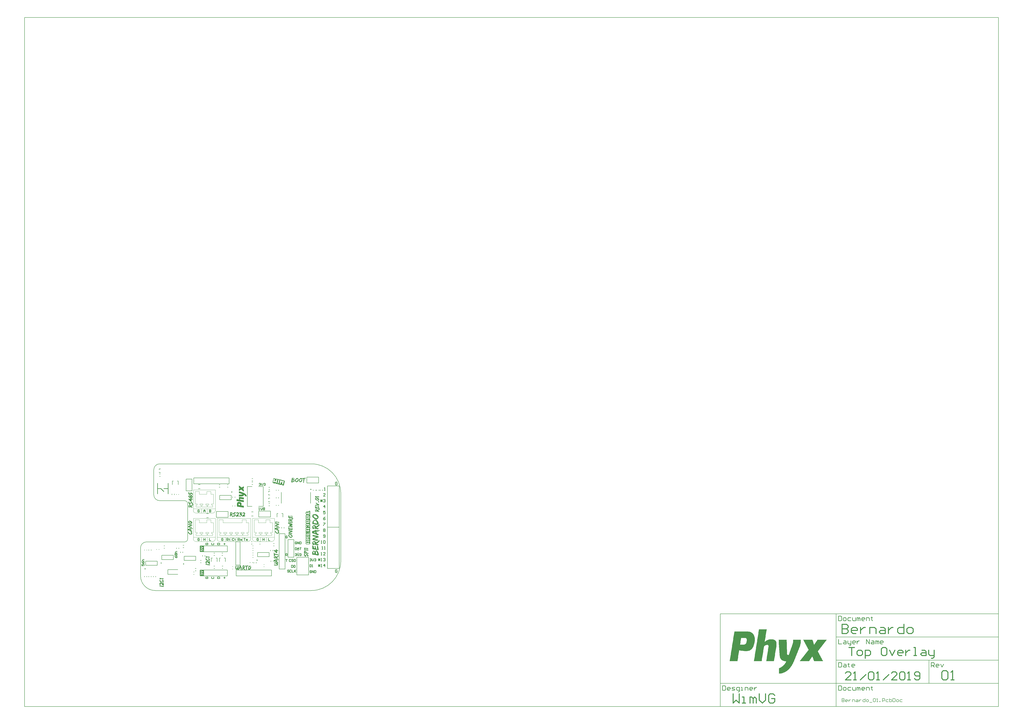
<source format=gto>
G04*
G04 #@! TF.GenerationSoftware,Altium Limited,Altium Designer,18.1.9 (240)*
G04*
G04 Layer_Color=65535*
%FSLAX25Y25*%
%MOIN*%
G70*
G01*
G75*
%ADD10C,0.00394*%
%ADD11C,0.00984*%
%ADD12C,0.00787*%
%ADD13C,0.00591*%
%ADD14C,0.01000*%
%ADD15C,0.01575*%
G36*
X259842Y191044D02*
X259831Y190957D01*
X259400Y191006D01*
X259422Y191180D01*
X259842Y191044D01*
D02*
G37*
G36*
X257746Y191191D02*
X257986Y190984D01*
X258794Y191071D01*
X258870Y190973D01*
X258958Y190962D01*
X259225Y191022D01*
X259242D01*
X259263Y191017D01*
X259291Y191011D01*
X259324Y191006D01*
X259367Y191000D01*
X259411Y190989D01*
X259465Y190978D01*
X259586Y190946D01*
X259728Y190902D01*
X259880Y190847D01*
X260044Y190782D01*
X260219Y190694D01*
X260394Y190596D01*
X260568Y190476D01*
X260743Y190340D01*
X260830Y190263D01*
X260912Y190181D01*
X260994Y190088D01*
X261076Y189996D01*
X261153Y189897D01*
X261224Y189788D01*
X261289Y189679D01*
X261355Y189559D01*
X261360D01*
X261382Y189548D01*
X261409Y189532D01*
X261437Y189493D01*
X261447Y189466D01*
X261464Y189439D01*
X261475Y189400D01*
X261480Y189357D01*
X261486Y189302D01*
X261491Y189248D01*
X261486Y189177D01*
X261480Y189100D01*
X261415Y188489D01*
X261240Y188511D01*
X261251Y188598D01*
X261366Y188849D01*
X261289Y188947D01*
X261382Y189024D01*
X261305Y189122D01*
X261136Y189138D01*
Y189133D01*
X261131Y189117D01*
X261125Y189089D01*
X261114Y189051D01*
X261092Y189007D01*
X261071Y188953D01*
X261033Y188893D01*
X260989Y188822D01*
X260934Y188745D01*
X260869Y188669D01*
X260787Y188582D01*
X260694Y188489D01*
X260579Y188396D01*
X260454Y188303D01*
X260306Y188199D01*
X260137Y188101D01*
X260126Y188014D01*
X260213Y188008D01*
X260274D01*
X260306Y188014D01*
X260350D01*
X260399Y188024D01*
X260454Y188036D01*
X260514Y188052D01*
X260585Y188074D01*
X260661Y188101D01*
X260743Y188134D01*
X260830Y188177D01*
X260923Y188227D01*
X261027Y188281D01*
X261136Y188347D01*
X261120Y188172D01*
X260623Y187697D01*
X260628D01*
X260645Y187691D01*
X260672Y187681D01*
X260710Y187664D01*
X260765Y187637D01*
X260825Y187599D01*
X260896Y187549D01*
X260978Y187484D01*
X261076Y187397D01*
X261180Y187293D01*
X261234Y187233D01*
X261295Y187167D01*
X261360Y187091D01*
X261420Y187014D01*
X261491Y186933D01*
X261562Y186840D01*
X261633Y186741D01*
X261709Y186638D01*
X261786Y186523D01*
X261868Y186403D01*
X261950Y186272D01*
X262037Y186135D01*
Y186125D01*
X262026Y186092D01*
X262010Y186043D01*
X261977Y185972D01*
X261928Y185884D01*
X261895Y185830D01*
X261857Y185775D01*
X261813Y185720D01*
X261764Y185660D01*
X261704Y185595D01*
X261638Y185529D01*
X261567Y185458D01*
X261486Y185382D01*
X261393Y185306D01*
X261295Y185229D01*
X261180Y185147D01*
X261060Y185065D01*
X260929Y184983D01*
X260787Y184896D01*
X260634Y184803D01*
X260465Y184716D01*
X260284Y184623D01*
X260093Y184530D01*
X259886Y184437D01*
X259662Y184344D01*
X259427Y184252D01*
X259176Y184153D01*
X259171D01*
X259165Y184148D01*
X259149Y184137D01*
X259127Y184132D01*
X259094Y184115D01*
X259061Y184104D01*
X258980Y184066D01*
X258881Y184028D01*
X258772Y183979D01*
X258641Y183930D01*
X258505Y183880D01*
X258363Y183831D01*
X258215Y183788D01*
X258062Y183744D01*
X257909Y183706D01*
X257762Y183678D01*
X257620Y183657D01*
X257483Y183651D01*
X257358Y183657D01*
X257205Y183859D01*
X257118Y183864D01*
Y183859D01*
Y183853D01*
X257107Y183826D01*
X257090Y183782D01*
X257063Y183738D01*
X257014Y183689D01*
X256981Y183673D01*
X256948Y183657D01*
X256905Y183646D01*
X256856Y183635D01*
X256801D01*
X256741Y183640D01*
Y183629D01*
X256735Y183602D01*
X256725Y183564D01*
X256708Y183520D01*
X256686Y183476D01*
X256653Y183438D01*
X256615Y183411D01*
X256593Y183405D01*
X256566Y183400D01*
X256528D01*
X256506Y183411D01*
X256495Y183422D01*
X256484Y183438D01*
X256468Y183460D01*
X256457Y183487D01*
X256441Y183520D01*
X256430Y183558D01*
X256424Y183613D01*
X256419Y183673D01*
X256413Y183744D01*
Y183826D01*
X256419Y183919D01*
X256430Y184028D01*
X256342Y184033D01*
X256211Y183607D01*
X256124Y183618D01*
Y183629D01*
X256129Y183657D01*
Y183700D01*
X256135Y183755D01*
Y183820D01*
X256140Y183891D01*
X256135Y184055D01*
X256124Y184213D01*
X256107Y184290D01*
X256091Y184355D01*
X256064Y184415D01*
X256031Y184465D01*
X255993Y184492D01*
X255949Y184508D01*
X255906Y184869D01*
X256004Y184945D01*
X255922Y185043D01*
X256774Y188740D01*
X256692Y188833D01*
X256779Y188827D01*
X256703Y188920D01*
X256937Y190214D01*
X256943Y190301D01*
X256834Y190935D01*
X256921Y190929D01*
X256926Y190935D01*
X256943Y190940D01*
X256970Y190957D01*
X257003Y190973D01*
X257041Y190989D01*
X257090Y191017D01*
X257200Y191066D01*
X257325Y191115D01*
X257451Y191153D01*
X257576Y191186D01*
X257636Y191191D01*
X257691Y191197D01*
X257707D01*
X257746Y191191D01*
D02*
G37*
G36*
X272509Y190935D02*
X272586Y190929D01*
X272679Y190924D01*
X272782Y190907D01*
X272902Y190891D01*
X273039Y190864D01*
X273181Y190831D01*
X273334Y190793D01*
X273492Y190744D01*
X273656Y190684D01*
X273825Y190613D01*
X273994Y190531D01*
X274169Y190438D01*
X274339Y190329D01*
X274251Y190241D01*
Y190154D01*
X274601Y189630D01*
X274426D01*
X274339Y189717D01*
X274251D01*
X274513Y187790D01*
X274601D01*
Y187795D01*
Y187806D01*
Y187828D01*
X274606Y187861D01*
X274611Y187926D01*
X274622Y188008D01*
X274644Y188090D01*
X274677Y188161D01*
X274693Y188188D01*
X274715Y188210D01*
X274743Y188221D01*
X274775Y188227D01*
Y187877D01*
Y187872D01*
Y187850D01*
X274770Y187817D01*
X274764Y187773D01*
X274748Y187708D01*
X274732Y187626D01*
X274704Y187528D01*
X274666Y187408D01*
X274644Y187337D01*
X274617Y187266D01*
X274590Y187189D01*
X274562Y187102D01*
X274530Y187014D01*
X274491Y186916D01*
X274448Y186818D01*
X274404Y186709D01*
X274355Y186594D01*
X274306Y186474D01*
X274246Y186343D01*
X274186Y186212D01*
X274120Y186070D01*
X274049Y185917D01*
X273978Y185764D01*
X273896Y185600D01*
X273989D01*
X273984Y185589D01*
X273962Y185562D01*
X273923Y185518D01*
X273874Y185458D01*
X273809Y185382D01*
X273727Y185294D01*
X273634Y185196D01*
X273525Y185087D01*
X273405Y184967D01*
X273268Y184841D01*
X273115Y184710D01*
X272952Y184579D01*
X272772Y184443D01*
X272580Y184301D01*
X272373Y184164D01*
X272149Y184028D01*
X271707Y183940D01*
X271570D01*
X271527Y183946D01*
X271483D01*
X271423Y183951D01*
X271357Y183957D01*
X271286Y183968D01*
X271204Y183979D01*
X271123Y183990D01*
X271030Y184006D01*
X270931Y184028D01*
X270729Y184077D01*
X270511Y184148D01*
X270402Y184192D01*
X270287Y184235D01*
X270178Y184290D01*
X270063Y184344D01*
X269954Y184410D01*
X269845Y184481D01*
X269736Y184557D01*
X269632Y184639D01*
X269534Y184732D01*
X269441Y184830D01*
X269348Y184940D01*
X269261Y185054D01*
X269184Y185174D01*
X269113Y185311D01*
X269048Y185447D01*
X268993Y185600D01*
X268644Y186125D01*
X268731Y186212D01*
X268644Y186823D01*
Y186998D01*
Y187009D01*
X268649Y187031D01*
X268655Y187080D01*
X268666Y187140D01*
X268687Y187222D01*
X268720Y187326D01*
X268758Y187446D01*
X268818Y187588D01*
X268851Y187670D01*
X268895Y187751D01*
X268938Y187844D01*
X268988Y187937D01*
X269037Y188041D01*
X269097Y188145D01*
X269162Y188259D01*
X269233Y188379D01*
X269310Y188505D01*
X269392Y188631D01*
X269484Y188767D01*
X269583Y188909D01*
X269687Y189062D01*
X269796Y189215D01*
X269916Y189373D01*
X270041Y189542D01*
Y189455D01*
X270036Y189444D01*
X270014Y189417D01*
X269981Y189368D01*
X269938Y189302D01*
X269883Y189220D01*
X269818Y189122D01*
X269747Y189013D01*
X269670Y188887D01*
X269588Y188751D01*
X269506Y188603D01*
X269419Y188445D01*
X269332Y188276D01*
X269244Y188101D01*
X269157Y187915D01*
X269075Y187724D01*
X268993Y187528D01*
Y187440D01*
X269080D01*
Y187446D01*
X269086Y187457D01*
X269091Y187473D01*
X269097Y187500D01*
X269108Y187533D01*
X269124Y187571D01*
X269141Y187620D01*
X269162Y187670D01*
X269190Y187730D01*
X269217Y187795D01*
X269250Y187872D01*
X269288Y187948D01*
X269332Y188036D01*
X269381Y188128D01*
X269435Y188221D01*
X269495Y188325D01*
X269561Y188434D01*
X269637Y188549D01*
X269714Y188669D01*
X269801Y188794D01*
X269894Y188925D01*
X269992Y189062D01*
X270101Y189204D01*
X270216Y189346D01*
X270336Y189499D01*
X270467Y189652D01*
X270609Y189815D01*
X270757Y189979D01*
X270915Y190148D01*
X271084Y190318D01*
X271259Y190498D01*
X271445Y190678D01*
X270833Y190329D01*
X270746D01*
Y190334D01*
X270751Y190345D01*
X270757Y190367D01*
X270773Y190394D01*
X270795Y190427D01*
X270833Y190465D01*
X270888Y190509D01*
X270953Y190558D01*
X270997Y190580D01*
X271041Y190607D01*
X271095Y190629D01*
X271150Y190656D01*
X271215Y190684D01*
X271286Y190705D01*
X271363Y190733D01*
X271450Y190760D01*
X271537Y190782D01*
X271641Y190809D01*
X271745Y190831D01*
X271860Y190853D01*
X271985Y190875D01*
X272116Y190902D01*
X272258Y190918D01*
X272411Y190940D01*
X272455D01*
X272509Y190935D01*
D02*
G37*
G36*
X266067D02*
X266143Y190929D01*
X266236Y190924D01*
X266340Y190907D01*
X266460Y190891D01*
X266596Y190864D01*
X266738Y190831D01*
X266891Y190793D01*
X267049Y190744D01*
X267213Y190684D01*
X267382Y190613D01*
X267552Y190531D01*
X267726Y190438D01*
X267896Y190329D01*
X267808Y190241D01*
Y190154D01*
X268158Y189630D01*
X267983D01*
X267896Y189717D01*
X267808D01*
X268070Y187790D01*
X268158D01*
Y187795D01*
Y187806D01*
Y187828D01*
X268163Y187861D01*
X268169Y187926D01*
X268180Y188008D01*
X268201Y188090D01*
X268234Y188161D01*
X268251Y188188D01*
X268272Y188210D01*
X268300Y188221D01*
X268333Y188227D01*
Y187877D01*
Y187872D01*
Y187850D01*
X268327Y187817D01*
X268321Y187773D01*
X268305Y187708D01*
X268289Y187626D01*
X268262Y187528D01*
X268223Y187408D01*
X268201Y187337D01*
X268174Y187266D01*
X268147Y187189D01*
X268120Y187102D01*
X268087Y187014D01*
X268049Y186916D01*
X268005Y186818D01*
X267961Y186709D01*
X267912Y186594D01*
X267863Y186474D01*
X267803Y186343D01*
X267743Y186212D01*
X267677Y186070D01*
X267606Y185917D01*
X267535Y185764D01*
X267453Y185600D01*
X267546D01*
X267541Y185589D01*
X267519Y185562D01*
X267481Y185518D01*
X267432Y185458D01*
X267366Y185382D01*
X267284Y185294D01*
X267191Y185196D01*
X267082Y185087D01*
X266962Y184967D01*
X266826Y184841D01*
X266673Y184710D01*
X266509Y184579D01*
X266329Y184443D01*
X266138Y184301D01*
X265930Y184164D01*
X265706Y184028D01*
X265264Y183940D01*
X265127D01*
X265084Y183946D01*
X265040D01*
X264980Y183951D01*
X264914Y183957D01*
X264844Y183968D01*
X264762Y183979D01*
X264680Y183990D01*
X264587Y184006D01*
X264489Y184028D01*
X264287Y184077D01*
X264068Y184148D01*
X263959Y184192D01*
X263844Y184235D01*
X263735Y184290D01*
X263620Y184344D01*
X263511Y184410D01*
X263402Y184481D01*
X263293Y184557D01*
X263189Y184639D01*
X263091Y184732D01*
X262998Y184830D01*
X262905Y184940D01*
X262818Y185054D01*
X262741Y185174D01*
X262670Y185311D01*
X262605Y185447D01*
X262550Y185600D01*
X262201Y186125D01*
X262288Y186212D01*
X262201Y186823D01*
Y186998D01*
Y187009D01*
X262206Y187031D01*
X262212Y187080D01*
X262223Y187140D01*
X262245Y187222D01*
X262277Y187326D01*
X262316Y187446D01*
X262376Y187588D01*
X262408Y187670D01*
X262452Y187751D01*
X262496Y187844D01*
X262545Y187937D01*
X262594Y188041D01*
X262654Y188145D01*
X262720Y188259D01*
X262791Y188379D01*
X262867Y188505D01*
X262949Y188631D01*
X263042Y188767D01*
X263140Y188909D01*
X263244Y189062D01*
X263353Y189215D01*
X263473Y189373D01*
X263599Y189542D01*
Y189455D01*
X263593Y189444D01*
X263571Y189417D01*
X263539Y189368D01*
X263495Y189302D01*
X263440Y189220D01*
X263375Y189122D01*
X263304Y189013D01*
X263227Y188887D01*
X263145Y188751D01*
X263064Y188603D01*
X262976Y188445D01*
X262889Y188276D01*
X262802Y188101D01*
X262714Y187915D01*
X262632Y187724D01*
X262550Y187528D01*
Y187440D01*
X262638D01*
Y187446D01*
X262643Y187457D01*
X262649Y187473D01*
X262654Y187500D01*
X262665Y187533D01*
X262681Y187571D01*
X262698Y187620D01*
X262720Y187670D01*
X262747Y187730D01*
X262774Y187795D01*
X262807Y187872D01*
X262845Y187948D01*
X262889Y188036D01*
X262938Y188128D01*
X262993Y188221D01*
X263053Y188325D01*
X263118Y188434D01*
X263195Y188549D01*
X263271Y188669D01*
X263358Y188794D01*
X263451Y188925D01*
X263549Y189062D01*
X263659Y189204D01*
X263773Y189346D01*
X263894Y189499D01*
X264024Y189652D01*
X264166Y189815D01*
X264314Y189979D01*
X264472Y190148D01*
X264641Y190318D01*
X264816Y190498D01*
X265002Y190678D01*
X264390Y190329D01*
X264303D01*
Y190334D01*
X264308Y190345D01*
X264314Y190367D01*
X264330Y190394D01*
X264352Y190427D01*
X264390Y190465D01*
X264445Y190509D01*
X264510Y190558D01*
X264554Y190580D01*
X264598Y190607D01*
X264652Y190629D01*
X264707Y190656D01*
X264773Y190684D01*
X264844Y190705D01*
X264920Y190733D01*
X265007Y190760D01*
X265095Y190782D01*
X265198Y190809D01*
X265302Y190831D01*
X265417Y190853D01*
X265542Y190875D01*
X265673Y190902D01*
X265815Y190918D01*
X265968Y190940D01*
X266012D01*
X266067Y190935D01*
D02*
G37*
G36*
X280536Y190989D02*
Y190815D01*
X280274D01*
X280448Y190552D01*
Y190547D01*
X280437Y190536D01*
X280421Y190514D01*
X280399Y190481D01*
X280366Y190449D01*
X280323Y190411D01*
X280268Y190372D01*
X280203Y190334D01*
X280121Y190290D01*
X280022Y190252D01*
X279908Y190214D01*
X279777Y190181D01*
X279629Y190154D01*
X279454Y190132D01*
X279362Y190121D01*
X279263Y190116D01*
X279160Y190110D01*
X279050D01*
X278433Y190023D01*
X278346Y189761D01*
X278433D01*
X278428Y189755D01*
Y189739D01*
X278423Y189723D01*
X278412Y189701D01*
X278406Y189668D01*
X278395Y189630D01*
X278379Y189586D01*
X278368Y189532D01*
X278352Y189466D01*
X278330Y189390D01*
X278308Y189302D01*
X278286Y189204D01*
X278259Y189089D01*
X278231Y188964D01*
X278204Y188827D01*
X278171Y188674D01*
X278139Y188505D01*
X278100Y188319D01*
X278062Y188117D01*
X278018Y187899D01*
X277975Y187664D01*
X277931Y187408D01*
X277882Y187135D01*
X277827Y186840D01*
X277773Y186523D01*
X277746Y186354D01*
X277718Y186185D01*
X277685Y186010D01*
X277658Y185824D01*
X277625Y185638D01*
X277593Y185442D01*
X277560Y185245D01*
X277527Y185038D01*
X277494Y184825D01*
X277456Y184607D01*
X277423Y184383D01*
X277385Y184153D01*
X277647Y183023D01*
X277549D01*
X277527Y183040D01*
X277511Y183051D01*
X277489Y183067D01*
X277467Y183094D01*
X277445Y183132D01*
X277418Y183182D01*
X277391Y183236D01*
X277358Y183307D01*
X277330Y183395D01*
X277298Y183493D01*
X277271Y183607D01*
X277238Y183744D01*
X277210Y183897D01*
X277298Y184770D01*
Y184858D01*
X277210D01*
Y184683D01*
X277167D01*
X277129Y184672D01*
X277079Y184661D01*
X277030Y184639D01*
X276987Y184612D01*
X276954Y184568D01*
X276948Y184541D01*
X276943Y184508D01*
Y184421D01*
X277123Y183023D01*
Y182936D01*
X276943D01*
X276593Y183198D01*
X276506Y183110D01*
X276419D01*
X276413Y183122D01*
X276402Y183143D01*
X276386Y183187D01*
X276364Y183236D01*
X276337Y183302D01*
X276309Y183378D01*
X276277Y183465D01*
X276244Y183558D01*
X276211Y183657D01*
X276179Y183766D01*
X276124Y183984D01*
X276102Y184093D01*
X276086Y184208D01*
X276075Y184317D01*
X276069Y184421D01*
X276157Y184328D01*
X276244D01*
X276069Y184945D01*
X276331Y185032D01*
Y185469D01*
X276157D01*
Y185557D01*
X276168D01*
X276200Y185562D01*
X276238Y185567D01*
X276288Y185579D01*
X276337Y185600D01*
X276380Y185633D01*
X276408Y185671D01*
X276413Y185699D01*
X276419Y185731D01*
Y185819D01*
X276244D01*
Y185824D01*
Y185852D01*
Y185884D01*
X276250Y185928D01*
Y185983D01*
X276260Y186043D01*
X276277Y186174D01*
X276309Y186299D01*
X276331Y186359D01*
X276353Y186414D01*
X276386Y186458D01*
X276419Y186490D01*
X276462Y186518D01*
X276506Y186523D01*
Y187659D01*
X276512Y187670D01*
X276522Y187681D01*
X276533Y187708D01*
X276544Y187741D01*
X276561Y187790D01*
X276583Y187855D01*
X276604Y187937D01*
X276615Y187986D01*
X276626Y188041D01*
X276643Y188095D01*
X276654Y188161D01*
X276670Y188232D01*
X276681Y188314D01*
X276697Y188396D01*
X276714Y188489D01*
X276730Y188587D01*
X276746Y188691D01*
X276763Y188805D01*
X276779Y188925D01*
X276801Y189057D01*
X276817Y189198D01*
X276839Y189340D01*
X276855Y189499D01*
X276244Y189411D01*
X275015Y189499D01*
Y189586D01*
X275458Y189673D01*
Y189586D01*
X275545Y189673D01*
X276855D01*
Y189936D01*
X275458Y189761D01*
X275370Y189848D01*
X275283D01*
X274759Y189761D01*
X274497Y189936D01*
X274584Y190378D01*
X274497Y190465D01*
Y190471D01*
Y190481D01*
X274502Y190503D01*
X274513Y190536D01*
X274530Y190569D01*
X274551Y190602D01*
X274584Y190645D01*
X274628Y190684D01*
X274682Y190722D01*
X274753Y190766D01*
X274835Y190798D01*
X274939Y190836D01*
X275059Y190864D01*
X275201Y190886D01*
X275278Y190891D01*
X275360Y190896D01*
X275452Y190902D01*
X275545D01*
X280274Y191077D01*
X280536Y190989D01*
D02*
G37*
G36*
X274688Y188751D02*
X274513D01*
Y189193D01*
X274688D01*
Y188751D01*
D02*
G37*
G36*
X268245D02*
X268070D01*
Y189193D01*
X268245D01*
Y188751D01*
D02*
G37*
G36*
X229287Y190175D02*
X229094Y189333D01*
X229932Y189140D01*
X230125Y189982D01*
X233482Y189210D01*
X233288Y188368D01*
X233293Y188367D01*
X233487Y189209D01*
X236826Y188442D01*
X240164Y187674D01*
X239971Y186831D01*
X240809Y186638D01*
X241003Y187481D01*
X244359Y186709D01*
X244165Y185866D01*
X244990Y185677D01*
X244802Y184856D01*
X244608Y184014D01*
X244415Y183176D01*
X244222Y182338D01*
X244029Y181495D01*
X243836Y180657D01*
X243644Y179824D01*
X243456Y179003D01*
X243265Y178174D01*
X239926Y178942D01*
X240117Y179771D01*
X239274Y179965D01*
X239083Y179136D01*
X235744Y179904D01*
X232405Y180672D01*
X232596Y181501D01*
X232578Y181505D01*
X232388Y180676D01*
X229049Y181444D01*
X229239Y182273D01*
X228397Y182466D01*
X228206Y181637D01*
X224867Y182405D01*
X225058Y183234D01*
X224220Y183427D01*
X224408Y184248D01*
X224600Y185081D01*
X224793Y185919D01*
X224987Y186762D01*
X225179Y187600D01*
X225372Y188438D01*
X225566Y189280D01*
X225755Y190101D01*
X225948Y190943D01*
X229287Y190175D01*
D02*
G37*
G36*
X167125Y178164D02*
X167190D01*
Y178098D01*
X167321D01*
Y178033D01*
X167386D01*
Y177968D01*
X167451D01*
Y177902D01*
X167582D01*
Y177837D01*
X167647D01*
Y177772D01*
X167712D01*
Y177707D01*
X167778D01*
Y177641D01*
X167908D01*
Y177576D01*
X167973D01*
Y177511D01*
X168039D01*
Y177446D01*
X168169D01*
Y177380D01*
X168235D01*
Y177315D01*
X168300D01*
Y177250D01*
X168365D01*
Y177185D01*
X168496D01*
Y177119D01*
X168561D01*
Y177054D01*
X168626D01*
Y176989D01*
X168756D01*
Y176924D01*
X168822D01*
Y176858D01*
X168887D01*
Y176793D01*
X169018D01*
Y176728D01*
X169083D01*
Y176663D01*
X169148D01*
Y176597D01*
X169213D01*
Y176532D01*
X169344D01*
Y176467D01*
X169409D01*
Y176401D01*
X169474D01*
Y176336D01*
X169605D01*
Y176271D01*
X169670D01*
Y176206D01*
X169735D01*
Y176140D01*
X169866D01*
Y176075D01*
X169931D01*
Y176010D01*
X169997D01*
Y175945D01*
X170062D01*
Y175879D01*
X170192D01*
Y175814D01*
X170257D01*
Y175749D01*
X170323D01*
Y175684D01*
X170453D01*
Y175618D01*
X170519D01*
Y175553D01*
X170584D01*
Y175488D01*
X170714D01*
Y175423D01*
X170780D01*
Y175357D01*
X170845D01*
Y175292D01*
X170910D01*
Y175227D01*
X171041D01*
Y175162D01*
X171106D01*
Y175096D01*
X171171D01*
Y175031D01*
X171302D01*
Y174966D01*
X171367D01*
Y174900D01*
X171432D01*
Y174835D01*
X171497D01*
Y174770D01*
X171628D01*
Y174835D01*
X171758D01*
Y174900D01*
X171889D01*
Y174966D01*
X171954D01*
Y175031D01*
X172085D01*
Y175096D01*
X172215D01*
Y175162D01*
X172346D01*
Y175227D01*
X172476D01*
Y175292D01*
X172607D01*
Y175357D01*
X172737D01*
Y175423D01*
X172868D01*
Y175488D01*
X172998D01*
Y175553D01*
X173064D01*
Y175618D01*
X173194D01*
Y175684D01*
X173325D01*
Y175749D01*
X173455D01*
Y175814D01*
X173586D01*
Y175879D01*
X173716D01*
Y175945D01*
X173847D01*
Y176010D01*
X173977D01*
Y176075D01*
X174043D01*
Y176140D01*
X174173D01*
Y176206D01*
X174304D01*
Y176271D01*
X174434D01*
Y176336D01*
X174565D01*
Y176401D01*
X174695D01*
Y176467D01*
X174826D01*
Y176532D01*
X174956D01*
Y176597D01*
X175022D01*
Y176663D01*
X175152D01*
Y176728D01*
X175283D01*
Y176793D01*
X175348D01*
Y173334D01*
X175283D01*
Y173269D01*
X175087D01*
Y173204D01*
X174891D01*
Y173138D01*
X174760D01*
Y173073D01*
X174565D01*
Y173008D01*
X174369D01*
Y172943D01*
X174238D01*
Y172877D01*
X174043D01*
Y172812D01*
X173847D01*
Y172747D01*
X173651D01*
Y172682D01*
X173586D01*
Y172551D01*
X173716D01*
Y172486D01*
X173782D01*
Y172421D01*
X173912D01*
Y172355D01*
X173977D01*
Y172290D01*
X174108D01*
Y172225D01*
X174173D01*
Y172160D01*
X174304D01*
Y172094D01*
X174369D01*
Y172029D01*
X174434D01*
Y171964D01*
X174565D01*
Y171899D01*
X174630D01*
Y171833D01*
X174760D01*
Y171768D01*
X174826D01*
Y171703D01*
X174956D01*
Y171637D01*
X175022D01*
Y171572D01*
X175152D01*
Y171507D01*
X175217D01*
Y171442D01*
X175348D01*
Y167787D01*
X175283D01*
Y167852D01*
X175217D01*
Y167918D01*
X175152D01*
Y167983D01*
X175087D01*
Y168048D01*
X174956D01*
Y168114D01*
X174891D01*
Y168179D01*
X174826D01*
Y168244D01*
X174760D01*
Y168309D01*
X174630D01*
Y168375D01*
X174565D01*
Y168440D01*
X174499D01*
Y168505D01*
X174369D01*
Y168570D01*
X174304D01*
Y168635D01*
X174238D01*
Y168701D01*
X174173D01*
Y168766D01*
X174043D01*
Y168831D01*
X173977D01*
Y168897D01*
X173912D01*
Y168962D01*
X173847D01*
Y169027D01*
X173716D01*
Y169092D01*
X173651D01*
Y169158D01*
X173586D01*
Y169223D01*
X173455D01*
Y169288D01*
X173390D01*
Y169353D01*
X173325D01*
Y169419D01*
X173259D01*
Y169484D01*
X173129D01*
Y169549D01*
X173064D01*
Y169614D01*
X172998D01*
Y169680D01*
X172868D01*
Y169745D01*
X172803D01*
Y169810D01*
X172737D01*
Y169876D01*
X172672D01*
Y169941D01*
X172542D01*
Y170006D01*
X172476D01*
Y170071D01*
X172411D01*
Y170136D01*
X172281D01*
Y170202D01*
X172215D01*
Y170267D01*
X172150D01*
Y170332D01*
X172085D01*
Y170398D01*
X171954D01*
Y170463D01*
X171889D01*
Y170528D01*
X171824D01*
Y170593D01*
X171758D01*
Y170659D01*
X171628D01*
Y170724D01*
X171563D01*
Y170789D01*
X171497D01*
Y170854D01*
X171367D01*
Y170920D01*
X171302D01*
Y170985D01*
X171236D01*
Y171050D01*
X171171D01*
Y171115D01*
X171041D01*
Y171181D01*
X170845D01*
Y171115D01*
X170780D01*
Y171050D01*
X170649D01*
Y170985D01*
X170519D01*
Y170920D01*
X170388D01*
Y170854D01*
X170257D01*
Y170789D01*
X170127D01*
Y170724D01*
X169997D01*
Y170659D01*
X169931D01*
Y170593D01*
X169801D01*
Y170528D01*
X169670D01*
Y170463D01*
X169540D01*
Y170398D01*
X169409D01*
Y170332D01*
X169279D01*
Y170267D01*
X169148D01*
Y170202D01*
X169083D01*
Y170136D01*
X168952D01*
Y170071D01*
X168822D01*
Y170006D01*
X168691D01*
Y169941D01*
X168561D01*
Y169876D01*
X168430D01*
Y169810D01*
X168300D01*
Y169745D01*
X168169D01*
Y169680D01*
X168104D01*
Y169614D01*
X167973D01*
Y169549D01*
X167843D01*
Y169484D01*
X167712D01*
Y169419D01*
X167582D01*
Y169353D01*
X167451D01*
Y169288D01*
X167321D01*
Y169223D01*
X167255D01*
Y169158D01*
X167125D01*
Y169092D01*
X167060D01*
Y172682D01*
X167125D01*
Y172747D01*
X167321D01*
Y172812D01*
X167517D01*
Y172877D01*
X167712D01*
Y172943D01*
X167908D01*
Y173008D01*
X168104D01*
Y173073D01*
X168300D01*
Y173138D01*
X168496D01*
Y173204D01*
X168691D01*
Y173269D01*
X168952D01*
Y173399D01*
X168887D01*
Y173465D01*
X168822D01*
Y173530D01*
X168691D01*
Y173595D01*
X168626D01*
Y173661D01*
X168496D01*
Y173726D01*
X168430D01*
Y173791D01*
X168300D01*
Y173856D01*
X168235D01*
Y173922D01*
X168104D01*
Y173987D01*
X168039D01*
Y174052D01*
X167908D01*
Y174117D01*
X167843D01*
Y174183D01*
X167712D01*
Y174248D01*
X167647D01*
Y174313D01*
X167517D01*
Y174379D01*
X167451D01*
Y174444D01*
X167321D01*
Y174509D01*
X167255D01*
Y174574D01*
X167125D01*
Y174639D01*
X167060D01*
Y178229D01*
X167125D01*
Y178164D01*
D02*
G37*
G36*
X82925Y166770D02*
X82838Y166246D01*
Y166121D01*
X82844Y166066D01*
Y166011D01*
X82849Y165946D01*
Y165875D01*
X82855Y165798D01*
X82871Y165635D01*
X82887Y165460D01*
X82915Y165285D01*
X82947Y165105D01*
X82986Y164930D01*
X83035Y164767D01*
X83068Y164690D01*
X83095Y164619D01*
X83128Y164554D01*
X83166Y164499D01*
X83204Y164444D01*
X83248Y164401D01*
X83291Y164368D01*
X83341Y164341D01*
X83395Y164324D01*
X83450Y164319D01*
X84154Y164144D01*
Y164150D01*
X84159Y164171D01*
X84165Y164199D01*
X84170Y164242D01*
X84181Y164292D01*
X84192Y164357D01*
X84203Y164423D01*
X84220Y164499D01*
X84241Y164581D01*
X84263Y164674D01*
X84312Y164865D01*
X84367Y165072D01*
X84438Y165285D01*
X84514Y165493D01*
X84607Y165700D01*
X84706Y165891D01*
X84760Y165984D01*
X84815Y166066D01*
X84875Y166142D01*
X84940Y166214D01*
X85006Y166273D01*
X85071Y166323D01*
X85142Y166366D01*
X85219Y166394D01*
X85295Y166416D01*
X85377Y166421D01*
X85382D01*
X85394D01*
X85410D01*
X85437Y166416D01*
X85470D01*
X85508Y166410D01*
X85557Y166405D01*
X85612Y166394D01*
X85672Y166383D01*
X85737Y166372D01*
X85808Y166355D01*
X85885Y166334D01*
X85967Y166312D01*
X86054Y166279D01*
X86245Y166214D01*
X86349Y166170D01*
X86458Y166126D01*
X86567Y166071D01*
X86687Y166017D01*
X86808Y165951D01*
X86928Y165880D01*
X87059Y165804D01*
X87190Y165717D01*
X87326Y165629D01*
X87463Y165525D01*
X87605Y165422D01*
X87747Y165307D01*
X87894Y165182D01*
X88042Y165050D01*
X88194Y164909D01*
X88347Y164756D01*
X88697Y163183D01*
X88522Y162654D01*
X88435D01*
Y162708D01*
X88429Y162741D01*
Y162785D01*
X88424Y162834D01*
X88402Y162943D01*
X88375Y163052D01*
X88353Y163101D01*
X88331Y163150D01*
X88298Y163194D01*
X88265Y163227D01*
X88227Y163254D01*
X88183Y163270D01*
Y163243D01*
X88178Y163210D01*
X88173Y163161D01*
X88167Y163107D01*
X88151Y163047D01*
X88134Y162976D01*
X88107Y162899D01*
X88074Y162817D01*
X88031Y162730D01*
X87981Y162643D01*
X87921Y162555D01*
X87850Y162468D01*
X87769Y162381D01*
X87676Y162299D01*
X87567Y162217D01*
X87479Y162304D01*
X87392D01*
X87479Y162566D01*
Y162572D01*
X87474Y162599D01*
X87468Y162637D01*
X87457Y162692D01*
X87441Y162763D01*
X87408Y162850D01*
X87370Y162954D01*
X87315Y163079D01*
X87244Y163216D01*
X87157Y163369D01*
X87053Y163543D01*
X86993Y163636D01*
X86928Y163735D01*
X86857Y163833D01*
X86775Y163937D01*
X86693Y164051D01*
X86600Y164166D01*
X86502Y164286D01*
X86398Y164406D01*
X86289Y164537D01*
X86169Y164668D01*
X85814Y164756D01*
Y164843D01*
X85989D01*
Y164930D01*
X85552Y165111D01*
X85464D01*
Y165023D01*
X85639D01*
Y164930D01*
X85464Y164756D01*
X85377D01*
Y164750D01*
X85382Y164728D01*
X85388Y164696D01*
X85394Y164652D01*
X85410Y164597D01*
X85421Y164532D01*
X85443Y164455D01*
X85464Y164373D01*
X85492Y164286D01*
X85524Y164188D01*
X85596Y163980D01*
X85645Y163871D01*
X85694Y163762D01*
X85754Y163647D01*
X85814Y163533D01*
X85552Y162916D01*
X85546D01*
X85524Y162910D01*
X85497Y162899D01*
X85464Y162872D01*
X85432Y162828D01*
X85415Y162801D01*
X85404Y162768D01*
X85394Y162730D01*
X85382Y162681D01*
X85377Y162626D01*
Y162566D01*
X85115D01*
Y162741D01*
X85290D01*
X85202Y162828D01*
Y162916D01*
X84591Y162566D01*
X84585D01*
X84575Y162572D01*
X84553Y162577D01*
X84525Y162583D01*
X84487Y162588D01*
X84443Y162599D01*
X84400Y162610D01*
X84345Y162621D01*
X84225Y162648D01*
X84094Y162681D01*
X83947Y162719D01*
X83799Y162757D01*
X83657Y162801D01*
X83510Y162845D01*
X83379Y162888D01*
X83259Y162932D01*
X83204Y162954D01*
X83160Y162976D01*
X83117Y162997D01*
X83078Y163019D01*
X83051Y163041D01*
X83029Y163058D01*
X83018Y163079D01*
X83013Y163096D01*
X83100D01*
X84416Y162741D01*
Y162746D01*
X84411Y162757D01*
X84405Y162774D01*
X84394Y162795D01*
X84372Y162823D01*
X84340Y162856D01*
X84296Y162894D01*
X84241Y162932D01*
X84165Y162970D01*
X84072Y163014D01*
X84017Y163036D01*
X83957Y163058D01*
X83897Y163079D01*
X83826Y163101D01*
X83745Y163123D01*
X83663Y163145D01*
X83575Y163167D01*
X83477Y163189D01*
X83373Y163210D01*
X83259Y163232D01*
X83139Y163249D01*
X83013Y163270D01*
X82838Y163003D01*
X82489Y163183D01*
X82003Y162954D01*
X81828D01*
Y163052D01*
X81823Y163079D01*
X81817Y163118D01*
X81812Y163172D01*
X81801Y163238D01*
X81784Y163309D01*
X81746Y163462D01*
X81697Y163614D01*
X81664Y163686D01*
X81626Y163751D01*
X81588Y163806D01*
X81539Y163844D01*
X81490Y163871D01*
X81435Y163882D01*
X81522Y164494D01*
X81331Y167098D01*
X81610Y166858D01*
X81615D01*
X81621D01*
X81637Y166863D01*
X81659D01*
X81708Y166880D01*
X81774Y166912D01*
X81812Y166934D01*
X81845Y166967D01*
X81883Y167000D01*
X81915Y167043D01*
X81954Y167093D01*
X81986Y167153D01*
X82019Y167224D01*
X82047Y167300D01*
X82134D01*
X82925Y166770D01*
D02*
G37*
G36*
X168430Y168114D02*
X168756D01*
Y168048D01*
X169018D01*
Y167983D01*
X169279D01*
Y167918D01*
X169474D01*
Y167852D01*
X169670D01*
Y167787D01*
X169866D01*
Y167722D01*
X170062D01*
Y167657D01*
X170192D01*
Y167591D01*
X170323D01*
Y167526D01*
X170519D01*
Y167461D01*
X170649D01*
Y167396D01*
X170845D01*
Y167330D01*
X170975D01*
Y167265D01*
X171171D01*
Y167200D01*
X171302D01*
Y167134D01*
X171497D01*
Y167069D01*
X171628D01*
Y167004D01*
X171824D01*
Y166939D01*
X171954D01*
Y166874D01*
X172150D01*
Y166808D01*
X172281D01*
Y166743D01*
X172476D01*
Y166678D01*
X172607D01*
Y166613D01*
X172803D01*
Y166547D01*
X172933D01*
Y166482D01*
X173129D01*
Y166417D01*
X173259D01*
Y166351D01*
X173455D01*
Y166286D01*
X173586D01*
Y166221D01*
X173782D01*
Y166156D01*
X173912D01*
Y166090D01*
X174108D01*
Y166025D01*
X174238D01*
Y165960D01*
X174434D01*
Y165895D01*
X174565D01*
Y165829D01*
X174760D01*
Y165764D01*
X174891D01*
Y165699D01*
X175087D01*
Y165634D01*
X175217D01*
Y165568D01*
X175413D01*
Y165503D01*
X175544D01*
Y165438D01*
X175674D01*
Y165373D01*
X175805D01*
Y165307D01*
X176000D01*
Y165242D01*
X176066D01*
Y165177D01*
X176261D01*
Y165111D01*
X176327D01*
Y165046D01*
X176457D01*
Y164981D01*
X176588D01*
Y164916D01*
X176718D01*
Y164850D01*
X176849D01*
Y164785D01*
X176914D01*
Y164720D01*
X177045D01*
Y164655D01*
X177175D01*
Y164589D01*
X177240D01*
Y164524D01*
X177306D01*
Y164459D01*
X177436D01*
Y164394D01*
X177501D01*
Y164328D01*
X177632D01*
Y164263D01*
X177697D01*
Y164198D01*
X177762D01*
Y164133D01*
X177893D01*
Y164067D01*
X177958D01*
Y164002D01*
X178024D01*
Y163937D01*
X178089D01*
Y163872D01*
X178154D01*
Y163806D01*
X178285D01*
Y163741D01*
X178350D01*
Y163676D01*
X178415D01*
Y163610D01*
X178480D01*
Y163545D01*
X178546D01*
Y163480D01*
X178611D01*
Y163415D01*
X178676D01*
Y163349D01*
X178741D01*
Y163219D01*
X178807D01*
Y163154D01*
X178872D01*
Y163088D01*
X178937D01*
Y163023D01*
X179002D01*
Y162958D01*
X179068D01*
Y162827D01*
X179133D01*
Y162762D01*
X179198D01*
Y162632D01*
X179263D01*
Y162566D01*
X179329D01*
Y162436D01*
X179394D01*
Y162371D01*
X179459D01*
Y162240D01*
X179525D01*
Y162109D01*
X179590D01*
Y161979D01*
X179655D01*
Y161848D01*
X179720D01*
Y161718D01*
X179786D01*
Y161522D01*
X179851D01*
Y161392D01*
X179916D01*
Y161196D01*
X179981D01*
Y160935D01*
X180047D01*
Y160674D01*
X180112D01*
Y160282D01*
X180177D01*
Y159825D01*
X180242D01*
Y159760D01*
X178089D01*
Y159891D01*
X178024D01*
Y160021D01*
X177958D01*
Y160152D01*
X177893D01*
Y160282D01*
X177828D01*
Y160413D01*
X177762D01*
Y160543D01*
X177697D01*
Y160608D01*
X177632D01*
Y160739D01*
X177567D01*
Y160804D01*
X177501D01*
Y160935D01*
X177436D01*
Y161000D01*
X177371D01*
Y161065D01*
X177306D01*
Y161196D01*
X177240D01*
Y161261D01*
X177175D01*
Y161326D01*
X177110D01*
Y161392D01*
X177045D01*
Y161457D01*
X176979D01*
Y161522D01*
X176914D01*
Y161587D01*
X176849D01*
Y161653D01*
X176784D01*
Y161718D01*
X176718D01*
Y161783D01*
X176653D01*
Y161848D01*
X176588D01*
Y161914D01*
X176457D01*
Y161979D01*
X176392D01*
Y162044D01*
X176327D01*
Y162109D01*
X176196D01*
Y162175D01*
X176131D01*
Y162240D01*
X176000D01*
Y162305D01*
X175870D01*
Y162371D01*
X175805D01*
Y162436D01*
X175674D01*
Y162501D01*
X175544D01*
Y162566D01*
X175413D01*
Y162175D01*
X175348D01*
Y161718D01*
X175283D01*
Y161457D01*
X175217D01*
Y161326D01*
X175152D01*
Y161131D01*
X175087D01*
Y161000D01*
X175022D01*
Y160935D01*
X174956D01*
Y160804D01*
X174891D01*
Y160739D01*
X174826D01*
Y160674D01*
X174760D01*
Y160608D01*
X174695D01*
Y160543D01*
X174630D01*
Y160478D01*
X174499D01*
Y160413D01*
X174434D01*
Y160347D01*
X174304D01*
Y160282D01*
X174173D01*
Y160217D01*
X174043D01*
Y160152D01*
X173847D01*
Y160087D01*
X173586D01*
Y160021D01*
X173129D01*
Y159956D01*
X172150D01*
Y159891D01*
X171171D01*
Y159825D01*
X170127D01*
Y159760D01*
X169083D01*
Y159695D01*
X168169D01*
Y159630D01*
X167125D01*
Y159564D01*
X167060D01*
Y162697D01*
X167973D01*
Y162762D01*
X170649D01*
Y162827D01*
X170714D01*
Y162762D01*
X170845D01*
Y162827D01*
X172542D01*
Y162893D01*
X172737D01*
Y162958D01*
X172803D01*
Y163023D01*
X172868D01*
Y163088D01*
X172933D01*
Y163284D01*
X172998D01*
Y163480D01*
X172933D01*
Y163545D01*
X172737D01*
Y163610D01*
X172607D01*
Y163676D01*
X172411D01*
Y163741D01*
X172215D01*
Y163806D01*
X172020D01*
Y163872D01*
X171824D01*
Y163937D01*
X171693D01*
Y164002D01*
X171497D01*
Y164067D01*
X171302D01*
Y164133D01*
X171106D01*
Y164198D01*
X170975D01*
Y164263D01*
X170780D01*
Y164328D01*
X170584D01*
Y164394D01*
X170388D01*
Y164459D01*
X170257D01*
Y164524D01*
X170062D01*
Y164589D01*
X169866D01*
Y164655D01*
X169670D01*
Y164720D01*
X169540D01*
Y164785D01*
X169344D01*
Y164850D01*
X169148D01*
Y164916D01*
X168952D01*
Y164981D01*
X168691D01*
Y165046D01*
X168430D01*
Y165111D01*
X168104D01*
Y165177D01*
X167712D01*
Y165242D01*
X167060D01*
Y168179D01*
X168430D01*
Y168114D01*
D02*
G37*
G36*
X84061Y162179D02*
X84072Y162173D01*
X84094Y162151D01*
X84132Y162124D01*
X84181Y162086D01*
X84236Y162037D01*
X84302Y161982D01*
X84438Y161856D01*
X84575Y161725D01*
X84640Y161654D01*
X84695Y161589D01*
X84744Y161523D01*
X84782Y161463D01*
X84804Y161414D01*
X84815Y161365D01*
X85006D01*
X85382Y161622D01*
X85481Y161529D01*
X85574D01*
X85579Y161534D01*
X85601Y161545D01*
X85634Y161567D01*
X85672Y161594D01*
X85726Y161627D01*
X85787Y161660D01*
X85852Y161698D01*
X85923Y161736D01*
X86071Y161813D01*
X86229Y161878D01*
X86305Y161900D01*
X86382Y161922D01*
X86453Y161933D01*
X86518Y161938D01*
X86616Y161933D01*
X86622D01*
X86633D01*
X86649D01*
X86671Y161927D01*
X86704Y161922D01*
X86742Y161916D01*
X86829Y161895D01*
X86939Y161856D01*
X87059Y161807D01*
X87124Y161775D01*
X87195Y161736D01*
X87266Y161693D01*
X87337Y161643D01*
X87414Y161583D01*
X87490Y161523D01*
X87567Y161452D01*
X87648Y161370D01*
X87725Y161283D01*
X87801Y161190D01*
X87883Y161086D01*
X87954Y160977D01*
X88031Y160852D01*
X88107Y160721D01*
X88178Y160579D01*
X88244Y160426D01*
X88309Y160257D01*
X88375Y160082D01*
X88435Y159896D01*
X88489Y159694D01*
X88582D01*
X88489Y159607D01*
X88582Y159252D01*
Y159214D01*
X88577Y159186D01*
Y159148D01*
X88571Y159105D01*
X88566Y159055D01*
X88560Y159001D01*
X88538Y158870D01*
X88506Y158728D01*
X88462Y158570D01*
X88407Y158400D01*
X88331Y158220D01*
X88238Y158040D01*
X88183Y157952D01*
X88124Y157860D01*
X88063Y157772D01*
X87992Y157685D01*
X87910Y157603D01*
X87829Y157516D01*
X87741Y157439D01*
X87643Y157363D01*
X87539Y157292D01*
X87425Y157221D01*
X87305Y157161D01*
X87179Y157101D01*
X86616Y157117D01*
X86518Y157210D01*
X86262Y157148D01*
Y156517D01*
X86524Y156244D01*
X86436Y155987D01*
X86611Y155971D01*
Y155883D01*
X86524Y155807D01*
Y155719D01*
X87135Y155676D01*
X88189Y155698D01*
Y155692D01*
X88194Y155670D01*
X88205Y155643D01*
X88233Y155610D01*
X88271Y155572D01*
X88298Y155555D01*
X88336Y155539D01*
X88375Y155528D01*
X88418Y155517D01*
X88473Y155506D01*
X88533Y155501D01*
X88620Y155403D01*
Y155315D01*
X88189Y155348D01*
Y155261D01*
X88194D01*
X88216D01*
X88254Y155255D01*
X88298Y155250D01*
X88347Y155244D01*
X88407Y155233D01*
X88533Y155217D01*
X88664Y155184D01*
X88724Y155168D01*
X88773Y155146D01*
X88817Y155124D01*
X88855Y155097D01*
X88877Y155070D01*
X88882Y155037D01*
Y155031D01*
X88866Y155009D01*
X88855Y154993D01*
X88839Y154982D01*
X88811Y154966D01*
X88773Y154944D01*
X88724Y154928D01*
X88670Y154911D01*
X88599Y154895D01*
X88511Y154878D01*
X88413Y154862D01*
X88298Y154846D01*
X88162Y154835D01*
X88009Y154829D01*
Y154742D01*
X88795Y154698D01*
Y154605D01*
X88790Y154595D01*
X88779Y154584D01*
X88768Y154573D01*
X88746Y154556D01*
X88713Y154545D01*
X88675Y154529D01*
X88626Y154518D01*
X88560Y154507D01*
X88484Y154496D01*
X88391Y154491D01*
X88282Y154485D01*
X88151D01*
X88003D01*
X87921Y154491D01*
X87834Y154496D01*
X87572Y154245D01*
X87135Y154365D01*
X86524Y154403D01*
X86786Y151668D01*
X86524Y151073D01*
X86436Y151078D01*
X86431D01*
X86414D01*
X86393Y151084D01*
X86365Y151089D01*
X86294Y151100D01*
X86212Y151122D01*
X86136Y151149D01*
X86065Y151182D01*
X86032Y151204D01*
X86010Y151226D01*
X86000Y151253D01*
X85994Y151280D01*
X85989D01*
X85983D01*
X85950D01*
X85912Y151269D01*
X85863Y151259D01*
X85814Y151226D01*
X85770Y151182D01*
X85754Y151155D01*
X85743Y151122D01*
X85737Y151078D01*
X85732Y151035D01*
X85295Y151149D01*
Y151062D01*
X85290D01*
X85284Y151067D01*
X85268Y151078D01*
X85251Y151089D01*
X85197Y151122D01*
X85126Y151171D01*
X85033Y151226D01*
X84929Y151297D01*
X84815Y151373D01*
X84689Y151466D01*
X84558Y151564D01*
X84416Y151673D01*
X84269Y151794D01*
X84121Y151919D01*
X83974Y152050D01*
X83826Y152187D01*
X83679Y152334D01*
X83543Y152487D01*
X83630Y152482D01*
X84946Y151433D01*
X85033D01*
Y151521D01*
X85028Y151526D01*
X85006Y151532D01*
X84968Y151553D01*
X84913Y151581D01*
X84847Y151619D01*
X84760Y151668D01*
X84662Y151734D01*
X84547Y151815D01*
X84416Y151914D01*
X84269Y152034D01*
X84187Y152099D01*
X84105Y152170D01*
X84012Y152247D01*
X83919Y152329D01*
X83821Y152416D01*
X83723Y152514D01*
X83614Y152613D01*
X83504Y152722D01*
X83390Y152837D01*
X83270Y152957D01*
X83144Y153082D01*
X83018Y153219D01*
X83106Y153213D01*
X83805Y152645D01*
Y152733D01*
X83799Y152738D01*
X83788Y152744D01*
X83772Y152760D01*
X83750Y152782D01*
X83717Y152809D01*
X83679Y152842D01*
X83635Y152880D01*
X83586Y152924D01*
X83532Y152973D01*
X83466Y153028D01*
X83330Y153153D01*
X83171Y153301D01*
X82996Y153470D01*
X82800Y153656D01*
X82592Y153858D01*
X82369Y154081D01*
X82128Y154322D01*
X81883Y154578D01*
X81626Y154851D01*
X81364Y155141D01*
X81091Y155446D01*
Y155452D01*
X81096Y155463D01*
X81102Y155485D01*
X81113Y155506D01*
X81140Y155572D01*
X81178Y155648D01*
X81227Y155719D01*
X81287Y155785D01*
X81320Y155818D01*
X81358Y155840D01*
X81397Y155856D01*
X81440Y155861D01*
X81446Y155856D01*
X81451Y155850D01*
X81468Y155828D01*
X81484Y155807D01*
X81511Y155779D01*
X81539Y155747D01*
X81615Y155665D01*
X81703Y155561D01*
X81806Y155446D01*
X81926Y155315D01*
X82057Y155173D01*
X82194Y155026D01*
X82341Y154873D01*
X82494Y154720D01*
X82647Y154567D01*
X82811Y154414D01*
X82969Y154262D01*
X83128Y154125D01*
X83280Y153994D01*
X83368Y153989D01*
X83362Y153994D01*
X83357Y153999D01*
X83324Y154032D01*
X83275Y154087D01*
X83204Y154158D01*
X83122Y154245D01*
X83024Y154349D01*
X82920Y154469D01*
X82800Y154600D01*
X82680Y154742D01*
X82549Y154895D01*
X82418Y155059D01*
X82287Y155222D01*
X82030Y155572D01*
X81905Y155747D01*
X81790Y155927D01*
X82139Y155992D01*
X82145Y155987D01*
X82156Y155971D01*
X82172Y155938D01*
X82194Y155900D01*
X82227Y155850D01*
X82270Y155796D01*
X82314Y155730D01*
X82369Y155659D01*
X82434Y155577D01*
X82505Y155490D01*
X82582Y155397D01*
X82669Y155299D01*
X82767Y155201D01*
X82871Y155097D01*
X82986Y154988D01*
X83106Y154878D01*
X83368Y154862D01*
X83193Y155135D01*
Y155485D01*
X83455Y155736D01*
X83717Y155719D01*
X83805Y155626D01*
X83892Y155621D01*
X83979Y155698D01*
Y155785D01*
X83630Y155900D01*
Y156074D01*
X83892Y156145D01*
X84334Y156025D01*
X85033Y155987D01*
Y156074D01*
X84946Y156511D01*
X85033Y156598D01*
X84946Y156686D01*
X85382Y156839D01*
Y157013D01*
X85208Y157030D01*
Y157292D01*
X85478Y157325D01*
X84722Y157871D01*
X84629D01*
Y157690D01*
X84438Y157701D01*
X84536Y157783D01*
Y157876D01*
X84340D01*
X84252Y157619D01*
X83499Y157723D01*
X83406Y157641D01*
X83308D01*
X83302D01*
X83297D01*
X83280D01*
X83259Y157647D01*
X83231Y157652D01*
X83198Y157658D01*
X83117Y157674D01*
X83018Y157696D01*
X82904Y157734D01*
X82778Y157789D01*
X82636Y157860D01*
X82489Y157947D01*
X82412Y157996D01*
X82336Y158051D01*
X82259Y158116D01*
X82183Y158187D01*
X82101Y158258D01*
X82025Y158340D01*
X81943Y158433D01*
X81866Y158526D01*
X81784Y158630D01*
X81708Y158739D01*
X81631Y158859D01*
X81560Y158990D01*
X81490Y159121D01*
X81419Y159268D01*
Y160147D01*
X81326Y160240D01*
Y160246D01*
X81331Y160267D01*
X81342Y160306D01*
X81358Y160349D01*
X81375Y160399D01*
X81397Y160459D01*
X81440Y160584D01*
X81501Y160710D01*
X81528Y160764D01*
X81560Y160819D01*
X81599Y160863D01*
X81631Y160895D01*
X81664Y160917D01*
X81703Y160923D01*
X81888Y159956D01*
X81986Y160044D01*
X82079D01*
X81888Y160568D01*
Y160742D01*
X81894Y160748D01*
X81905Y160759D01*
X81921Y160775D01*
X81948Y160797D01*
X81976Y160830D01*
X82008Y160868D01*
X82079Y160956D01*
X82150Y161059D01*
X82210Y161174D01*
X82238Y161239D01*
X82254Y161305D01*
X82265Y161370D01*
X82270Y161441D01*
X82281D01*
X82303Y161447D01*
X82347Y161458D01*
X82401Y161480D01*
X82467Y161518D01*
X82505Y161545D01*
X82549Y161578D01*
X82592Y161616D01*
X82642Y161665D01*
X82691Y161714D01*
X82740Y161775D01*
X82745D01*
X82767D01*
X82800D01*
X82838Y161780D01*
X82893Y161785D01*
X82953Y161791D01*
X83024Y161802D01*
X83100Y161818D01*
X83182Y161840D01*
X83275Y161867D01*
X83368Y161900D01*
X83466Y161938D01*
X83564Y161987D01*
X83668Y162042D01*
X83772Y162108D01*
X83876Y162184D01*
X84061Y162179D01*
D02*
G37*
G36*
X297892Y160191D02*
X297908Y160180D01*
X297935Y160164D01*
X297985Y160142D01*
X298017Y160126D01*
X298050Y160115D01*
X298094Y160099D01*
X298143Y160082D01*
X298203Y160066D01*
X298263Y160049D01*
X298339Y160033D01*
X298416Y160017D01*
X298503Y160000D01*
X298601Y159978D01*
X298711Y159962D01*
X298825Y159946D01*
X298951Y159929D01*
X299087Y159913D01*
X299235Y159896D01*
X299399Y159880D01*
X299568Y159864D01*
X299753Y159853D01*
X299950Y159836D01*
X300157Y159826D01*
X300381Y159815D01*
X300616Y159809D01*
X300867Y159798D01*
X301135Y159793D01*
X302986Y159378D01*
X303346D01*
Y159345D01*
X303352Y159323D01*
X303357Y159268D01*
X303368Y159203D01*
X303395Y159137D01*
X303428Y159083D01*
X303450Y159061D01*
X303472Y159039D01*
X303504Y159034D01*
X303537Y159028D01*
Y159006D01*
X303532Y158985D01*
X303526Y158952D01*
X303515Y158914D01*
X303504Y158864D01*
X303483Y158815D01*
X303455Y158755D01*
X303423Y158695D01*
X303379Y158630D01*
X303330Y158564D01*
X303264Y158499D01*
X303193Y158433D01*
X303106Y158362D01*
X303008Y158297D01*
X302893Y158231D01*
Y158056D01*
X298907Y158892D01*
X298814D01*
X298809Y158886D01*
X298787Y158864D01*
X298754Y158832D01*
X298711Y158788D01*
X298656Y158744D01*
X298590Y158701D01*
X298519Y158651D01*
X298443Y158613D01*
X298438D01*
X298416Y158608D01*
X298383Y158591D01*
X298345Y158559D01*
X298323Y158537D01*
X298301Y158510D01*
X298279Y158471D01*
X298252Y158428D01*
X298230Y158379D01*
X298208Y158318D01*
X298181Y158253D01*
X298159Y158177D01*
X297138Y157985D01*
Y158073D01*
X297133Y158084D01*
X297116Y158106D01*
X297089Y158144D01*
X297056Y158193D01*
X297018Y158253D01*
X296969Y158324D01*
X296920Y158400D01*
X296871Y158488D01*
X296756Y158673D01*
X296652Y158859D01*
X296603Y158957D01*
X296559Y159045D01*
X296521Y159132D01*
X296488Y159214D01*
Y159755D01*
X296494Y159771D01*
X296499Y159793D01*
X296510Y159820D01*
X296532Y159853D01*
X296565Y159891D01*
X296608Y159929D01*
X296663Y159973D01*
X296734Y160017D01*
X296821Y160055D01*
X296925Y160093D01*
X296991Y160109D01*
X297056Y160126D01*
X297127Y160142D01*
X297204Y160153D01*
X297291Y160169D01*
X297378Y160180D01*
X297477Y160186D01*
X297580Y160191D01*
X297690Y160197D01*
X297810D01*
X297886D01*
X297892Y160191D01*
D02*
G37*
G36*
X299437Y157756D02*
X299470Y157751D01*
X299508Y157745D01*
X299557Y157734D01*
X299611Y157723D01*
X299672Y157712D01*
X299743Y157691D01*
X299819Y157674D01*
X299906Y157647D01*
X299994Y157620D01*
X300092Y157592D01*
X300196Y157554D01*
X300310Y157516D01*
X300425Y157472D01*
X300545Y157423D01*
X300671Y157369D01*
X300807Y157308D01*
X300944Y157243D01*
X301086Y157166D01*
X301233Y157090D01*
X301381Y157008D01*
X301539Y156915D01*
X301697Y156817D01*
X301861Y156713D01*
X302025Y156604D01*
X302194Y156484D01*
X302369Y156353D01*
X302544Y156216D01*
X302724Y156074D01*
X302904Y155922D01*
Y155883D01*
X302915Y155840D01*
X302926Y155790D01*
X302948Y155741D01*
X302975Y155703D01*
X303019Y155670D01*
X303046Y155665D01*
X303079Y155659D01*
X302991Y155572D01*
Y155485D01*
X303161Y154961D01*
X303079Y154431D01*
Y154344D01*
X303161D01*
X303335Y155048D01*
X303423D01*
Y154431D01*
X302817Y153645D01*
X302904D01*
X303335Y153820D01*
Y153727D01*
X303330Y153721D01*
X303324Y153705D01*
X303308Y153683D01*
X303286Y153661D01*
X303259Y153628D01*
X303221Y153596D01*
X303177Y153557D01*
X303117Y153514D01*
X303046Y153465D01*
X302964Y153415D01*
X302860Y153361D01*
X302746Y153306D01*
X302614Y153246D01*
X302462Y153186D01*
X302292Y153121D01*
Y153033D01*
X302467D01*
X302991Y153208D01*
Y153202D01*
X302986Y153192D01*
X302975Y153175D01*
X302958Y153153D01*
X302926Y153121D01*
X302877Y153088D01*
X302844Y153071D01*
X302806Y153050D01*
X302767Y153028D01*
X302718Y153006D01*
X302664Y152984D01*
X302604Y152962D01*
X302533Y152935D01*
X302456Y152913D01*
X302374Y152886D01*
X302281Y152858D01*
X302178Y152831D01*
X302068Y152809D01*
X301948Y152782D01*
X301817Y152755D01*
X301675Y152727D01*
X301522Y152700D01*
X301364Y152673D01*
X301189Y152646D01*
X300998Y152618D01*
X300802Y152591D01*
X300791D01*
X300764Y152602D01*
X300714Y152607D01*
X300654Y152624D01*
X300578Y152640D01*
X300485Y152662D01*
X300381Y152684D01*
X300267Y152711D01*
X300141Y152744D01*
X300010Y152771D01*
X299868Y152809D01*
X299721Y152848D01*
X299410Y152929D01*
X299093Y153017D01*
X298776Y153110D01*
X298465Y153208D01*
X298318Y153257D01*
X298176Y153312D01*
X298044Y153361D01*
X297919Y153415D01*
X297804Y153465D01*
X297701Y153519D01*
X297608Y153568D01*
X297531Y153623D01*
X297466Y153672D01*
X297422Y153721D01*
X297395Y153770D01*
X297384Y153820D01*
X297378D01*
X297373D01*
X297340Y153825D01*
X297291Y153836D01*
X297231Y153863D01*
X297165Y153907D01*
X297127Y153934D01*
X297089Y153967D01*
X297056Y154005D01*
X297018Y154054D01*
X296980Y154109D01*
X296947Y154169D01*
Y154256D01*
X296958Y154251D01*
X296985Y154229D01*
X297029Y154191D01*
X297084Y154147D01*
X297154Y154093D01*
X297236Y154038D01*
X297324Y153972D01*
X297411Y153907D01*
X297602Y153781D01*
X297701Y153721D01*
X297793Y153667D01*
X297881Y153623D01*
X297957Y153590D01*
X298028Y153563D01*
X298088Y153557D01*
X297297Y154169D01*
X297291D01*
X297286Y154174D01*
X297269Y154180D01*
X297242Y154202D01*
X297215Y154229D01*
X297176Y154273D01*
X297133Y154333D01*
X297105Y154366D01*
X297078Y154409D01*
X297051Y154458D01*
X297018Y154513D01*
X296985Y154573D01*
X296947Y154638D01*
X296909Y154715D01*
X296871Y154797D01*
X296827Y154884D01*
X296778Y154982D01*
X296734Y155086D01*
X296685Y155201D01*
X296630Y155326D01*
X296576Y155463D01*
X296521Y155605D01*
X296461Y155758D01*
X296401Y155922D01*
X296336Y156096D01*
Y156102D01*
X296346Y156124D01*
X296363Y156151D01*
X296379Y156195D01*
X296407Y156244D01*
X296439Y156304D01*
X296478Y156364D01*
X296521Y156435D01*
X296570Y156511D01*
X296630Y156588D01*
X296690Y156670D01*
X296761Y156752D01*
X296843Y156833D01*
X296925Y156910D01*
X297024Y156992D01*
X297122Y157063D01*
X297209Y156975D01*
X297215D01*
X297236Y156981D01*
X297264Y156992D01*
X297307Y157003D01*
X297351Y157019D01*
X297406Y157035D01*
X297515Y157079D01*
X297630Y157145D01*
X297684Y157177D01*
X297728Y157216D01*
X297772Y157259D01*
X297799Y157308D01*
X297821Y157358D01*
X297826Y157412D01*
X297739Y157500D01*
X298787Y157762D01*
X299136Y157674D01*
X299399Y157762D01*
X299404D01*
X299415D01*
X299437Y157756D01*
D02*
G37*
G36*
X169409Y158716D02*
X169866D01*
Y158651D01*
X170323D01*
Y158586D01*
X170714D01*
Y158520D01*
X171106D01*
Y158455D01*
X171497D01*
Y158390D01*
X171954D01*
Y158324D01*
X172346D01*
Y158259D01*
X172737D01*
Y158194D01*
X173194D01*
Y158129D01*
X173586D01*
Y158063D01*
X173977D01*
Y157998D01*
X174369D01*
Y157933D01*
X174826D01*
Y157868D01*
X175217D01*
Y157802D01*
X175348D01*
Y154800D01*
X175217D01*
Y154866D01*
X174826D01*
Y154931D01*
X174369D01*
Y154996D01*
X173977D01*
Y155061D01*
X173586D01*
Y155127D01*
X173129D01*
Y155192D01*
X172737D01*
Y155257D01*
X172281D01*
Y155323D01*
X171889D01*
Y155388D01*
X171497D01*
Y155453D01*
X171106D01*
Y155518D01*
X170649D01*
Y155584D01*
X170257D01*
Y155649D01*
X169801D01*
Y155714D01*
X169409D01*
Y155649D01*
X169279D01*
Y155584D01*
X169213D01*
Y155518D01*
X169148D01*
Y155388D01*
X169083D01*
Y154996D01*
X169148D01*
Y154670D01*
X169213D01*
Y154474D01*
X169279D01*
Y154343D01*
X169344D01*
Y154278D01*
X169409D01*
Y154148D01*
X169474D01*
Y154083D01*
X169540D01*
Y154017D01*
X169670D01*
Y153952D01*
X169866D01*
Y153887D01*
X170257D01*
Y153822D01*
X170714D01*
Y153756D01*
X171106D01*
Y153691D01*
X171497D01*
Y153626D01*
X171889D01*
Y153560D01*
X172346D01*
Y153495D01*
X172737D01*
Y153430D01*
X173129D01*
Y153365D01*
X173586D01*
Y153299D01*
X173977D01*
Y153234D01*
X174369D01*
Y153169D01*
X174760D01*
Y153104D01*
X175217D01*
Y153038D01*
X175348D01*
Y150036D01*
X175217D01*
Y150102D01*
X174760D01*
Y150167D01*
X174369D01*
Y150232D01*
X173977D01*
Y150297D01*
X173521D01*
Y150363D01*
X173129D01*
Y150428D01*
X172737D01*
Y150493D01*
X172346D01*
Y150558D01*
X171889D01*
Y150624D01*
X171497D01*
Y150689D01*
X171106D01*
Y150754D01*
X170649D01*
Y150820D01*
X170257D01*
Y150885D01*
X169866D01*
Y150950D01*
X169474D01*
Y151015D01*
X169018D01*
Y151081D01*
X168626D01*
Y151146D01*
X168235D01*
Y151211D01*
X167843D01*
Y151276D01*
X167386D01*
Y151342D01*
X166995D01*
Y151407D01*
X166603D01*
Y151472D01*
X166146D01*
Y151537D01*
X165754D01*
Y151603D01*
X165363D01*
Y151668D01*
X164971D01*
Y151733D01*
X164515D01*
Y151798D01*
X164123D01*
Y151864D01*
X163732D01*
Y151929D01*
X163275D01*
Y151994D01*
X163079D01*
Y154996D01*
X163209D01*
Y154931D01*
X163601D01*
Y154866D01*
X163993D01*
Y154800D01*
X164449D01*
Y154735D01*
X164841D01*
Y154670D01*
X165233D01*
Y154605D01*
X165689D01*
Y154539D01*
X166081D01*
Y154474D01*
X166472D01*
Y154409D01*
X166864D01*
Y154343D01*
X167321D01*
Y154278D01*
X167712D01*
Y154213D01*
X167843D01*
Y154343D01*
X167778D01*
Y154409D01*
X167712D01*
Y154474D01*
X167647D01*
Y154605D01*
X167582D01*
Y154670D01*
X167517D01*
Y154735D01*
X167451D01*
Y154866D01*
X167386D01*
Y154996D01*
X167321D01*
Y155061D01*
X167255D01*
Y155192D01*
X167190D01*
Y155388D01*
X167125D01*
Y155518D01*
X167060D01*
Y155714D01*
X166995D01*
Y156040D01*
X166929D01*
Y157476D01*
X166995D01*
Y157737D01*
X167060D01*
Y157933D01*
X167125D01*
Y158063D01*
X167190D01*
Y158129D01*
X167255D01*
Y158259D01*
X167321D01*
Y158324D01*
X167386D01*
Y158390D01*
X167451D01*
Y158455D01*
X167517D01*
Y158520D01*
X167647D01*
Y158586D01*
X167778D01*
Y158651D01*
X167973D01*
Y158716D01*
X168235D01*
Y158781D01*
X169409D01*
Y158716D01*
D02*
G37*
G36*
X81965Y153989D02*
X81877Y153999D01*
X81353Y154551D01*
X81440D01*
X81965Y153989D01*
D02*
G37*
G36*
X82407Y153612D02*
X83018Y152957D01*
X82931Y152962D01*
X82319Y153617D01*
X82407Y153612D01*
D02*
G37*
G36*
X83193Y152858D02*
X83543Y152487D01*
X83455Y152492D01*
X83106Y152864D01*
X83193Y152858D01*
D02*
G37*
G36*
X301970Y151767D02*
Y151565D01*
X302068D01*
Y151761D01*
X302156Y151750D01*
Y151745D01*
X302161Y151728D01*
X302172Y151696D01*
X302183Y151663D01*
X302200Y151619D01*
X302216Y151570D01*
X302254Y151461D01*
X302303Y151357D01*
X302336Y151308D01*
X302363Y151264D01*
X302396Y151226D01*
X302429Y151193D01*
X302462Y151177D01*
X302494Y151166D01*
Y151368D01*
X302505D01*
X302527Y151362D01*
X302565Y151357D01*
X302614Y151341D01*
X302669Y151313D01*
X302735Y151280D01*
X302800Y151237D01*
X302871Y151177D01*
X302942Y151106D01*
X303008Y151013D01*
X303073Y150904D01*
X303100Y150844D01*
X303128Y150773D01*
X303155Y150702D01*
X303177Y150620D01*
X303199Y150538D01*
X303215Y150445D01*
X303232Y150347D01*
X303237Y150243D01*
X303248Y150134D01*
Y150014D01*
X303150Y149719D01*
X302746D01*
Y149724D01*
X302751Y149735D01*
X302757Y149746D01*
X302762Y149768D01*
X302778Y149823D01*
X302795Y149888D01*
X302800Y149954D01*
X302795Y150019D01*
X302778Y150079D01*
X302757Y150101D01*
X302735Y150118D01*
X302494Y149659D01*
X301877Y149970D01*
X301632Y149714D01*
X301626D01*
X301615Y149719D01*
X301593Y149724D01*
X301572Y149735D01*
X301539Y149752D01*
X301506Y149779D01*
X301473Y149812D01*
X301435Y149861D01*
X301397Y149921D01*
X301364Y149992D01*
X301331Y150079D01*
X301299Y150189D01*
X301277Y150314D01*
X301255Y150462D01*
X301250Y150538D01*
X301244Y150625D01*
X301239Y150718D01*
Y150947D01*
X301244Y151013D01*
Y151084D01*
X301250Y151166D01*
X301255Y151253D01*
X301593Y151592D01*
X301686Y151581D01*
X301872Y151772D01*
X301970Y151767D01*
D02*
G37*
G36*
X82511Y151073D02*
Y150549D01*
X82598Y150543D01*
Y150587D01*
X82609Y150625D01*
X82620Y150674D01*
X82642Y150718D01*
X82674Y150762D01*
X82718Y150789D01*
X82745Y150794D01*
X82778D01*
Y150723D01*
X82784Y150685D01*
Y150642D01*
X82789Y150592D01*
X82794Y150532D01*
X82805Y150467D01*
X82811Y150396D01*
X82822Y150319D01*
X82838Y150238D01*
X82871Y150057D01*
X82920Y149861D01*
X82980Y149648D01*
X83057Y149429D01*
X83149Y149195D01*
X83259Y148960D01*
X83390Y148720D01*
X83461Y148600D01*
X83537Y148479D01*
X83624Y148359D01*
X83712Y148239D01*
X83810Y148119D01*
X83914Y148004D01*
X84001Y147999D01*
Y148004D01*
X84007Y148021D01*
X84012Y148043D01*
X84023Y148075D01*
X84039Y148114D01*
X84056Y148163D01*
X84072Y148217D01*
X84094Y148277D01*
X84121Y148348D01*
X84154Y148425D01*
X84187Y148501D01*
X84225Y148589D01*
X84318Y148774D01*
X84422Y148971D01*
X84547Y149184D01*
X84695Y149402D01*
X84858Y149626D01*
X84946Y149735D01*
X85044Y149850D01*
X85142Y149959D01*
X85251Y150068D01*
X85361Y150177D01*
X85481Y150287D01*
X85606Y150390D01*
X85737Y150494D01*
X85874Y150592D01*
X86016Y150685D01*
X86103Y150680D01*
X86109D01*
X86114Y150674D01*
X86131Y150669D01*
X86152Y150663D01*
X86180Y150653D01*
X86212Y150642D01*
X86294Y150609D01*
X86398Y150560D01*
X86513Y150500D01*
X86644Y150429D01*
X86791Y150336D01*
X86950Y150232D01*
X87113Y150107D01*
X87288Y149959D01*
X87375Y149877D01*
X87468Y149795D01*
X87556Y149702D01*
X87648Y149604D01*
X87741Y149500D01*
X87834Y149391D01*
X87927Y149276D01*
X88020Y149156D01*
X88107Y149031D01*
X88200Y148894D01*
X88287Y148359D01*
X88375Y148354D01*
Y148529D01*
X88385Y148523D01*
X88397Y148518D01*
X88418Y148501D01*
X88440Y148479D01*
X88467Y148441D01*
X88495Y148392D01*
X88533Y148321D01*
X88571Y148239D01*
X88588Y148185D01*
X88609Y148130D01*
X88631Y148070D01*
X88653Y147999D01*
X88675Y147928D01*
X88697Y147846D01*
X88724Y147759D01*
X88746Y147660D01*
X88773Y147557D01*
X88801Y147447D01*
X88822Y147327D01*
X88850Y147202D01*
X88877Y147065D01*
X88904Y146918D01*
X88730Y146929D01*
Y147365D01*
X88642Y147377D01*
Y147349D01*
X88637Y147322D01*
X88631Y147284D01*
X88626Y147234D01*
X88609Y147174D01*
X88593Y147109D01*
X88566Y147038D01*
X88533Y146961D01*
X88495Y146880D01*
X88446Y146798D01*
X88385Y146710D01*
X88315Y146623D01*
X88233Y146536D01*
X88140Y146448D01*
X88031Y146361D01*
Y146355D01*
X88020Y146344D01*
X88009Y146323D01*
X87992Y146301D01*
X87965Y146274D01*
X87938Y146241D01*
X87900Y146203D01*
X87861Y146170D01*
X87812Y146132D01*
X87758Y146093D01*
X87692Y146061D01*
X87621Y146033D01*
X87545Y146011D01*
X87463Y145990D01*
X87370Y145979D01*
X87266Y145973D01*
X87255D01*
X87234D01*
X87195D01*
X87157Y145979D01*
X86982Y146252D01*
X87157Y146503D01*
Y146683D01*
X87152Y146705D01*
X87146Y146738D01*
X87135Y146787D01*
X87124Y146841D01*
X87113Y146907D01*
X87097Y146983D01*
X87075Y147065D01*
X87053Y147158D01*
X87032Y147256D01*
X87004Y147355D01*
X86971Y147464D01*
X86900Y147688D01*
X86813Y147923D01*
X86715Y148157D01*
X86600Y148387D01*
X86475Y148605D01*
X86404Y148703D01*
X86327Y148796D01*
X86251Y148883D01*
X86169Y148965D01*
X86081Y149036D01*
X85989Y149096D01*
X85890Y149145D01*
X85792Y149184D01*
X85688Y149211D01*
X85579Y149227D01*
Y149222D01*
X85574Y149216D01*
X85557Y149184D01*
X85530Y149129D01*
X85497Y149058D01*
X85459Y148976D01*
X85415Y148883D01*
X85366Y148780D01*
X85317Y148665D01*
X85219Y148436D01*
X85175Y148321D01*
X85137Y148212D01*
X85104Y148108D01*
X85077Y148010D01*
X85060Y147928D01*
X85055Y147857D01*
X85142Y147852D01*
X84793Y146989D01*
X84880Y147076D01*
X85055Y147071D01*
Y147065D01*
X85044Y147060D01*
X85033Y147043D01*
X85017Y147022D01*
X84978Y146972D01*
X84924Y146901D01*
X84853Y146819D01*
X84777Y146727D01*
X84689Y146628D01*
X84596Y146530D01*
X84498Y146426D01*
X84400Y146328D01*
X84296Y146241D01*
X84198Y146159D01*
X84094Y146093D01*
X84001Y146039D01*
X83952Y146022D01*
X83908Y146011D01*
X83865Y146001D01*
X83826D01*
X82598Y146688D01*
X82249Y147147D01*
X82423Y147136D01*
X81200Y148703D01*
Y148709D01*
X81206Y148714D01*
X81217Y148731D01*
X81227Y148758D01*
X81238Y148796D01*
X81255Y148840D01*
X81271Y148900D01*
X81287Y148976D01*
X81304Y149064D01*
X81320Y149162D01*
X81337Y149282D01*
X81348Y149424D01*
X81358Y149577D01*
X81369Y149757D01*
Y149855D01*
X81375Y149954D01*
Y150177D01*
X81462Y150172D01*
Y149560D01*
X81550Y149555D01*
Y149604D01*
X81555Y149659D01*
Y149730D01*
X81566Y149817D01*
X81577Y149915D01*
X81593Y150025D01*
X81615Y150139D01*
X81642Y150254D01*
X81675Y150374D01*
X81719Y150489D01*
X81768Y150598D01*
X81828Y150696D01*
X81899Y150789D01*
X81981Y150865D01*
X82074Y150926D01*
X82249Y150915D01*
Y150478D01*
X82336Y150472D01*
X82423Y151078D01*
X82511Y151073D01*
D02*
G37*
G36*
X298203Y149266D02*
X298214Y149249D01*
X298230Y149222D01*
X298257Y149189D01*
X298301Y149140D01*
X298350Y149086D01*
X298416Y149015D01*
X298492Y148938D01*
X298590Y148851D01*
X298700Y148753D01*
X298831Y148643D01*
X298978Y148529D01*
X299142Y148398D01*
X299235Y148332D01*
X299333Y148261D01*
X299431Y148190D01*
X299540Y148114D01*
X299655Y148037D01*
X299775Y147955D01*
X303106Y146115D01*
Y145941D01*
X303019Y145853D01*
Y145842D01*
X303024Y145815D01*
X303035Y145771D01*
X303062Y145722D01*
X303100Y145673D01*
X303128Y145651D01*
X303166Y145635D01*
X303204Y145613D01*
X303248Y145602D01*
X303303Y145597D01*
X303363Y145591D01*
Y145389D01*
X303357Y145362D01*
X303352Y145324D01*
X303346Y145274D01*
X303330Y145225D01*
X303313Y145165D01*
X303286Y145111D01*
X303253Y145056D01*
X303215Y144996D01*
X303166Y144947D01*
X303106Y144903D01*
X303035Y144860D01*
X302958Y144832D01*
X302866Y144810D01*
X302757Y144805D01*
X302494Y144892D01*
X302669Y144718D01*
X302931D01*
X303019Y144805D01*
X303106D01*
X303188Y144718D01*
Y144543D01*
X302757Y144450D01*
X302494Y144543D01*
Y144450D01*
X302407Y144543D01*
X301877D01*
X301872D01*
X301861D01*
X301845D01*
X301823D01*
X301796D01*
X301757Y144537D01*
X301719D01*
X301670D01*
X301561Y144532D01*
X301435D01*
X301288Y144527D01*
X301124Y144516D01*
X300949Y144510D01*
X300758Y144505D01*
X300562Y144494D01*
X300354Y144483D01*
X300141Y144472D01*
X299917Y144456D01*
X299470Y144423D01*
X299022Y144390D01*
X298798Y144368D01*
X298585Y144346D01*
X298378Y144319D01*
X298181Y144292D01*
X297990Y144264D01*
X297815Y144237D01*
X297651Y144204D01*
X297504Y144172D01*
X297378Y144133D01*
X297269Y144101D01*
X297220Y144079D01*
X297182Y144057D01*
X297144Y144041D01*
X297116Y144019D01*
X297094Y143997D01*
X297073Y143975D01*
X297067Y143948D01*
X297062Y143926D01*
X296800Y144013D01*
X296270Y143844D01*
Y143888D01*
X296275Y143942D01*
X296281Y144008D01*
X296292Y144090D01*
X296308Y144177D01*
X296330Y144270D01*
X296357Y144368D01*
X296396Y144466D01*
X296439Y144559D01*
X296499Y144652D01*
X296565Y144729D01*
X296647Y144794D01*
X296740Y144849D01*
X296849Y144881D01*
X296909Y144887D01*
X296974Y144892D01*
Y144980D01*
X296712D01*
Y145154D01*
X296718D01*
X296723Y145160D01*
X296740Y145165D01*
X296761Y145171D01*
X296789Y145176D01*
X296816Y145187D01*
X296854Y145198D01*
X296898Y145214D01*
X296947Y145225D01*
X297002Y145242D01*
X297067Y145258D01*
X297133Y145280D01*
X297280Y145318D01*
X297449Y145362D01*
X297635Y145411D01*
X297848Y145460D01*
X298077Y145509D01*
X298328Y145559D01*
X298596Y145613D01*
X298885Y145662D01*
X299191Y145717D01*
X299513Y145766D01*
Y145679D01*
X299601Y145766D01*
X300392D01*
Y145941D01*
X300480Y145853D01*
X300917D01*
Y145941D01*
X300905Y145946D01*
X300878Y145957D01*
X300824Y145979D01*
X300758Y146012D01*
X300671Y146055D01*
X300562Y146105D01*
X300436Y146170D01*
X300294Y146246D01*
X300130Y146334D01*
X299956Y146438D01*
X299759Y146552D01*
X299552Y146678D01*
X299322Y146825D01*
X299082Y146984D01*
X298825Y147153D01*
X298552Y147344D01*
X298465D01*
X297411Y148305D01*
Y148485D01*
X297761Y148835D01*
X298285Y148398D01*
Y148660D01*
X298279D01*
X298274D01*
X298257Y148665D01*
X298236Y148671D01*
X298181Y148687D01*
X298143Y148703D01*
X298105Y148725D01*
X298061Y148753D01*
X298017Y148785D01*
X297963Y148829D01*
X297914Y148884D01*
X297853Y148944D01*
X297799Y149009D01*
X297733Y149091D01*
X297673Y149184D01*
X297935D01*
Y149168D01*
X297941Y149151D01*
X297946Y149129D01*
X297963Y149075D01*
X297985Y149009D01*
X298017Y148944D01*
X298066Y148889D01*
X298094Y148867D01*
X298121Y148851D01*
X298159Y148840D01*
X298197Y148835D01*
Y149009D01*
X298192D01*
X298186D01*
X298154Y149015D01*
X298115Y149026D01*
X298066Y149042D01*
X298017Y149075D01*
X297973Y149118D01*
X297946Y149184D01*
X297941Y149228D01*
X297935Y149271D01*
X298197D01*
X298203Y149266D01*
D02*
G37*
G36*
X297761Y147693D02*
Y147606D01*
X297755D01*
X297744Y147617D01*
X297722Y147628D01*
X297701Y147644D01*
X297635Y147682D01*
X297564Y147737D01*
X297488Y147802D01*
X297417Y147879D01*
X297384Y147917D01*
X297357Y147961D01*
X297340Y147999D01*
X297324Y148043D01*
X297411D01*
X297761Y147693D01*
D02*
G37*
G36*
X299077Y146645D02*
X298989D01*
X298984D01*
X298967Y146656D01*
X298940Y146667D01*
X298902Y146683D01*
X298858Y146711D01*
X298803Y146738D01*
X298738Y146776D01*
X298672Y146820D01*
X298596Y146869D01*
X298514Y146923D01*
X298427Y146989D01*
X298334Y147060D01*
X298241Y147142D01*
X298143Y147229D01*
X298039Y147327D01*
X297935Y147431D01*
X298023D01*
X299077Y146645D01*
D02*
G37*
G36*
X299688Y146378D02*
Y146290D01*
X299601D01*
X299339Y146378D01*
Y146470D01*
X299601D01*
X299688Y146378D01*
D02*
G37*
G36*
X300125Y146028D02*
X300037D01*
X299688Y146290D01*
X299775D01*
X300125Y146028D01*
D02*
G37*
G36*
X89336Y146279D02*
X89598Y145842D01*
Y145755D01*
X89336Y145580D01*
X89423Y145493D01*
Y145405D01*
X89417Y145400D01*
X89407Y145384D01*
X89385Y145362D01*
X89357Y145329D01*
X89325Y145285D01*
X89281Y145242D01*
X89232Y145182D01*
X89177Y145122D01*
X89117Y145051D01*
X89046Y144980D01*
X88975Y144898D01*
X88893Y144816D01*
X88719Y144635D01*
X88528Y144439D01*
X88320Y144242D01*
X88091Y144035D01*
X87856Y143833D01*
X87605Y143631D01*
X87348Y143434D01*
X87081Y143254D01*
X86813Y143090D01*
X86677Y143019D01*
X86540Y142948D01*
X85661Y142512D01*
Y142501D01*
X85667Y142484D01*
X85677Y142463D01*
X85694Y142441D01*
X85716Y142413D01*
X85748Y142386D01*
X85792Y142353D01*
X85847Y142321D01*
X85918Y142293D01*
X86005Y142260D01*
X86103Y142233D01*
X86223Y142211D01*
X86365Y142190D01*
X86447Y142178D01*
X86529Y142173D01*
X86616Y142168D01*
X86715Y142162D01*
X86726D01*
X86753D01*
X86797Y142168D01*
X86857D01*
X86922Y142173D01*
X86999D01*
X87086D01*
X87173D01*
X87359Y142168D01*
X87446Y142157D01*
X87534Y142151D01*
X87610Y142135D01*
X87681Y142119D01*
X87736Y142097D01*
X87779Y142075D01*
X87790Y142064D01*
X87818Y142037D01*
X87856Y142004D01*
X87910Y141966D01*
X87976Y141938D01*
X88009Y141933D01*
X88042Y141927D01*
X88080Y141933D01*
X88118Y141944D01*
X88156Y141960D01*
X88194Y141987D01*
X88369D01*
Y141720D01*
X88364Y141698D01*
X88353Y141671D01*
X88326Y141638D01*
X88287Y141605D01*
X88254Y141589D01*
X88222Y141578D01*
X88183Y141567D01*
X88140Y141556D01*
X88085Y141551D01*
X88025D01*
Y141463D01*
X88031D01*
X88042D01*
X88058D01*
X88080Y141458D01*
X88129Y141447D01*
X88183Y141420D01*
X88238Y141381D01*
X88260Y141354D01*
X88276Y141321D01*
X88293Y141283D01*
X88298Y141239D01*
X88293Y141190D01*
X88282Y141130D01*
X87774Y140743D01*
X86977Y140846D01*
X86627D01*
X84170Y141376D01*
Y141463D01*
X84520D01*
Y141551D01*
X82685Y141987D01*
Y141982D01*
X82691Y141960D01*
X82702Y141933D01*
X82729Y141900D01*
X82773Y141867D01*
X82800Y141851D01*
X82833Y141840D01*
X82871Y141829D01*
X82920Y141818D01*
X82975Y141813D01*
X83035D01*
Y141725D01*
X82860D01*
Y141201D01*
X82773D01*
X82767D01*
X82745Y141212D01*
X82713Y141228D01*
X82691Y141245D01*
X82669Y141267D01*
X82652Y141294D01*
X82631Y141327D01*
X82603Y141370D01*
X82582Y141425D01*
X82560Y141485D01*
X82543Y141551D01*
X82521Y141632D01*
X82505Y141725D01*
X82418D01*
Y141551D01*
X82592Y141021D01*
Y140934D01*
X82587D01*
X82565Y140939D01*
X82538Y140950D01*
X82505Y140977D01*
X82472Y141021D01*
X82456Y141048D01*
X82445Y141081D01*
X82434Y141125D01*
X82423Y141174D01*
X82418Y141228D01*
Y141289D01*
X82330D01*
Y141256D01*
X82325Y141234D01*
X82314Y141174D01*
X82298Y141114D01*
X82265Y141048D01*
X82221Y140988D01*
X82188Y140966D01*
X82156Y140950D01*
X82112Y140939D01*
X82068Y140934D01*
X81282Y142512D01*
Y143571D01*
X81287Y143587D01*
X81293Y143609D01*
X81299Y143647D01*
X81309Y143685D01*
X81320Y143735D01*
X81337Y143789D01*
X81353Y143855D01*
X81397Y143991D01*
X81457Y144150D01*
X81528Y144313D01*
X81610Y144488D01*
X81708Y144657D01*
X81817Y144821D01*
X81948Y144980D01*
X82090Y145116D01*
X82172Y145182D01*
X82254Y145236D01*
X82347Y145285D01*
X82440Y145329D01*
X82538Y145362D01*
X82636Y145384D01*
X82745Y145400D01*
X82860Y145405D01*
X83384D01*
X84613Y144526D01*
Y144614D01*
X83821Y145493D01*
X83996D01*
X84007Y145487D01*
X84039Y145471D01*
X84088Y145449D01*
X84154Y145411D01*
X84236Y145367D01*
X84329Y145313D01*
X84427Y145253D01*
X84536Y145182D01*
X84645Y145105D01*
X84755Y145018D01*
X84864Y144925D01*
X84973Y144821D01*
X85071Y144712D01*
X85164Y144597D01*
X85246Y144477D01*
X85312Y144352D01*
X85486Y143827D01*
X85836D01*
X85841Y143838D01*
X85852Y143855D01*
X85869Y143882D01*
X85907Y143920D01*
X85956Y143975D01*
X85989Y144008D01*
X86027Y144046D01*
X86071Y144084D01*
X86120Y144128D01*
X86174Y144177D01*
X86240Y144237D01*
X86311Y144297D01*
X86393Y144362D01*
X86480Y144433D01*
X86573Y144510D01*
X86682Y144592D01*
X86797Y144685D01*
X86922Y144783D01*
X87059Y144887D01*
X87201Y144996D01*
X87359Y145116D01*
X87528Y145242D01*
X87714Y145373D01*
X87905Y145515D01*
X88112Y145668D01*
Y145673D01*
X88118Y145684D01*
X88129Y145700D01*
X88145Y145728D01*
X88162Y145760D01*
X88189Y145799D01*
X88216Y145837D01*
X88254Y145886D01*
X88298Y145935D01*
X88347Y145990D01*
X88402Y146050D01*
X88467Y146110D01*
X88538Y146170D01*
X88620Y146235D01*
X88713Y146301D01*
X88811Y146366D01*
X88899D01*
X88549Y145930D01*
X88637D01*
X88642Y145935D01*
X88658Y145946D01*
X88680Y145968D01*
X88713Y146001D01*
X88751Y146033D01*
X88795Y146066D01*
X88899Y146148D01*
X89013Y146230D01*
X89128Y146301D01*
X89183Y146328D01*
X89237Y146350D01*
X89286Y146361D01*
X89336Y146366D01*
Y146279D01*
D02*
G37*
G36*
X83821Y145580D02*
Y145493D01*
X83559D01*
Y145668D01*
X83821Y145580D01*
D02*
G37*
G36*
X83646Y141638D02*
Y141551D01*
X83384D01*
X83035Y141638D01*
Y141725D01*
X83297D01*
X83646Y141638D01*
D02*
G37*
G36*
X84170Y141463D02*
X83821D01*
Y141551D01*
X84170D01*
Y141463D01*
D02*
G37*
G36*
X300316Y142037D02*
X300480Y140448D01*
X300381Y140366D01*
X300300Y140372D01*
X300261Y141169D01*
X300349Y141163D01*
X300229Y141960D01*
Y142048D01*
X300316Y142037D01*
D02*
G37*
G36*
X167647Y150297D02*
X168104D01*
Y150232D01*
X168430D01*
Y150167D01*
X168756D01*
Y150102D01*
X168952D01*
Y150036D01*
X169213D01*
Y149971D01*
X169409D01*
Y149906D01*
X169540D01*
Y149841D01*
X169735D01*
Y149775D01*
X169866D01*
Y149710D01*
X169997D01*
Y149645D01*
X170127D01*
Y149580D01*
X170192D01*
Y149514D01*
X170323D01*
Y149449D01*
X170388D01*
Y149384D01*
X170453D01*
Y149319D01*
X170584D01*
Y149253D01*
X170649D01*
Y149188D01*
X170714D01*
Y149123D01*
X170780D01*
Y149057D01*
X170845D01*
Y148992D01*
X170910D01*
Y148862D01*
X170975D01*
Y148796D01*
X171041D01*
Y148666D01*
X171106D01*
Y148601D01*
X171171D01*
Y148470D01*
X171236D01*
Y148274D01*
X171302D01*
Y148079D01*
X171367D01*
Y147883D01*
X171432D01*
Y147491D01*
X171497D01*
Y146317D01*
X171432D01*
Y145729D01*
X171367D01*
Y145272D01*
X171302D01*
Y144946D01*
X171236D01*
Y144620D01*
X171171D01*
Y144293D01*
X171628D01*
Y144228D01*
X172020D01*
Y144163D01*
X172411D01*
Y144098D01*
X172868D01*
Y144032D01*
X173259D01*
Y143967D01*
X173651D01*
Y143902D01*
X174108D01*
Y143837D01*
X174499D01*
Y143771D01*
X174891D01*
Y143706D01*
X175348D01*
Y140639D01*
X175283D01*
Y140704D01*
X174956D01*
Y140769D01*
X174499D01*
Y140835D01*
X174108D01*
Y140900D01*
X173716D01*
Y140965D01*
X173259D01*
Y141030D01*
X172868D01*
Y141096D01*
X172476D01*
Y141161D01*
X172085D01*
Y141226D01*
X171628D01*
Y141291D01*
X171236D01*
Y141357D01*
X170845D01*
Y141422D01*
X170453D01*
Y141487D01*
X169997D01*
Y141552D01*
X169605D01*
Y141618D01*
X169213D01*
Y141683D01*
X168756D01*
Y141748D01*
X168365D01*
Y141814D01*
X167973D01*
Y141879D01*
X167582D01*
Y141944D01*
X167125D01*
Y142009D01*
X166733D01*
Y142075D01*
X166342D01*
Y142140D01*
X165885D01*
Y142205D01*
X165494D01*
Y142270D01*
X165102D01*
Y142336D01*
X164645D01*
Y142401D01*
X164253D01*
Y142466D01*
X163862D01*
Y147883D01*
X163927D01*
Y148274D01*
X163993D01*
Y148470D01*
X164058D01*
Y148666D01*
X164123D01*
Y148862D01*
X164188D01*
Y148992D01*
X164253D01*
Y149057D01*
X164319D01*
Y149188D01*
X164384D01*
Y149253D01*
X164449D01*
Y149384D01*
X164515D01*
Y149449D01*
X164580D01*
Y149514D01*
X164645D01*
Y149580D01*
X164710D01*
Y149645D01*
X164776D01*
Y149710D01*
X164841D01*
Y149775D01*
X164971D01*
Y149841D01*
X165037D01*
Y149906D01*
X165167D01*
Y149971D01*
X165233D01*
Y150036D01*
X165363D01*
Y150102D01*
X165559D01*
Y150167D01*
X165754D01*
Y150232D01*
X166016D01*
Y150297D01*
X166342D01*
Y150363D01*
X167647D01*
Y150297D01*
D02*
G37*
G36*
X296614Y143866D02*
X296652Y143855D01*
X296701Y143839D01*
X296761Y143817D01*
X296827Y143795D01*
X296898Y143762D01*
X296969Y143724D01*
X297040Y143680D01*
X297105Y143631D01*
X297171Y143577D01*
X297225Y143516D01*
X297275Y143446D01*
X297307Y143375D01*
X297324Y143293D01*
X297329Y143205D01*
X297433Y140918D01*
X297608Y140907D01*
X297640Y141343D01*
X297586Y141873D01*
X297684Y141955D01*
X297690Y142042D01*
X297640Y142659D01*
X297651Y142834D01*
X297739Y142829D01*
X297952Y140797D01*
X299087Y140633D01*
X299093Y140721D01*
X298902Y143102D01*
X298994Y143183D01*
X299082Y143178D01*
X299065Y143003D01*
X299153D01*
X299289Y143604D01*
X299377Y143598D01*
X299382D01*
X299399Y143587D01*
X299426Y143566D01*
X299459Y143533D01*
X299497Y143484D01*
X299546Y143413D01*
X299573Y143375D01*
X299601Y143325D01*
X299628Y143271D01*
X299655Y143211D01*
X299688Y143145D01*
X299721Y143069D01*
X299753Y142987D01*
X299781Y142900D01*
X299814Y142801D01*
X299852Y142697D01*
X299885Y142583D01*
X299917Y142457D01*
X299950Y142321D01*
X299983Y142179D01*
X300016Y142020D01*
X300048Y141857D01*
X300076Y141682D01*
X300108Y141491D01*
X300141Y141294D01*
X300168Y141081D01*
X300201Y140202D01*
X300289Y140284D01*
X301402Y139864D01*
Y139776D01*
X300611Y139825D01*
X300605Y139738D01*
X301823Y139569D01*
Y139574D01*
X301817Y139596D01*
X301812Y139634D01*
X301806Y139683D01*
X301801Y139744D01*
X301790Y139820D01*
X301779Y139902D01*
X301768Y139995D01*
X301757Y140099D01*
X301746Y140208D01*
X301730Y140328D01*
X301714Y140453D01*
X301703Y140590D01*
X301686Y140726D01*
X301659Y141016D01*
X301626Y141316D01*
X301599Y141627D01*
X301577Y141933D01*
X301555Y142239D01*
X301544Y142528D01*
X301539Y142670D01*
X301533Y142807D01*
Y143058D01*
X301539Y143173D01*
X301544Y143276D01*
X301664Y143702D01*
X301839Y143697D01*
X301828Y143522D01*
X301921Y143598D01*
X302183Y143582D01*
X302189Y143577D01*
X302200Y143571D01*
X302210Y143555D01*
X302232Y143533D01*
X302260Y143500D01*
X302281Y143462D01*
X302314Y143413D01*
X302342Y143353D01*
X302369Y143287D01*
X302396Y143211D01*
X302418Y143123D01*
X302440Y143025D01*
X302456Y142916D01*
X302462Y142796D01*
X302467Y142659D01*
X302462Y142512D01*
X302549Y142506D01*
X302598Y143205D01*
X302773Y143194D01*
X303363Y139116D01*
X303357Y139028D01*
Y139023D01*
X303352Y139012D01*
X303346Y138990D01*
X303341Y138963D01*
X303319Y138897D01*
X303286Y138821D01*
X303253Y138739D01*
X303204Y138673D01*
X303177Y138646D01*
X303150Y138624D01*
X303122Y138613D01*
X303090Y138608D01*
X303073D01*
X302811Y138619D01*
X301867Y138865D01*
X301774Y138783D01*
Y138957D01*
X302216Y138925D01*
X302227Y139012D01*
X302221D01*
X302205Y139017D01*
X302189D01*
X302156Y139023D01*
X302085Y139039D01*
X302009Y139061D01*
X301927Y139088D01*
X301894Y139105D01*
X301861Y139121D01*
X301834Y139143D01*
X301812Y139165D01*
X301801Y139192D01*
Y139219D01*
X301703Y139137D01*
X300835Y139198D01*
X300818Y139023D01*
X301250Y138903D01*
X301168Y139001D01*
X301173Y139088D01*
X301697Y139056D01*
X301686Y138968D01*
X301430Y138979D01*
X301424Y138892D01*
X301599Y138881D01*
X301593Y138794D01*
X301419Y138804D01*
X299939Y139083D01*
Y138996D01*
X299513Y139198D01*
X299420Y139116D01*
X299333Y139121D01*
X297853Y139312D01*
X297946Y139394D01*
X297952Y139481D01*
X297777Y139492D01*
X297335Y139432D01*
X296549Y139574D01*
X296286Y139591D01*
X296297Y139678D01*
X296390Y139760D01*
X296308Y139853D01*
X296319Y139940D01*
X296407Y140022D01*
X296325Y140115D01*
X296346Y140377D01*
X296286Y143456D01*
X296581Y143877D01*
X296592D01*
X296614Y143866D01*
D02*
G37*
G36*
X304296Y138996D02*
X304558Y138559D01*
Y138471D01*
X304296Y138297D01*
X304384Y138209D01*
Y138122D01*
X304378Y138117D01*
X304367Y138100D01*
X304345Y138078D01*
X304318Y138046D01*
X304285Y138002D01*
X304242Y137958D01*
X304192Y137898D01*
X304138Y137838D01*
X304078Y137767D01*
X304007Y137696D01*
X303936Y137614D01*
X303854Y137532D01*
X303679Y137352D01*
X303488Y137155D01*
X303281Y136959D01*
X303051Y136751D01*
X302817Y136549D01*
X302565Y136347D01*
X302309Y136151D01*
X302041Y135971D01*
X301774Y135807D01*
X301637Y135736D01*
X301501Y135665D01*
X300622Y135228D01*
Y135217D01*
X300627Y135201D01*
X300638Y135179D01*
X300654Y135157D01*
X300676Y135130D01*
X300709Y135103D01*
X300753Y135070D01*
X300807Y135037D01*
X300878Y135010D01*
X300966Y134977D01*
X301064Y134950D01*
X301184Y134928D01*
X301326Y134906D01*
X301408Y134895D01*
X301490Y134890D01*
X301577Y134884D01*
X301675Y134879D01*
X301686D01*
X301714D01*
X301757Y134884D01*
X301817D01*
X301883Y134890D01*
X301959D01*
X302047D01*
X302134D01*
X302320Y134884D01*
X302407Y134873D01*
X302494Y134868D01*
X302571Y134851D01*
X302642Y134835D01*
X302696Y134813D01*
X302740Y134791D01*
X302751Y134780D01*
X302778Y134753D01*
X302817Y134720D01*
X302871Y134682D01*
X302937Y134655D01*
X302969Y134649D01*
X303002Y134644D01*
X303040Y134649D01*
X303079Y134660D01*
X303117Y134677D01*
X303155Y134704D01*
X303330D01*
Y134436D01*
X303324Y134415D01*
X303313Y134387D01*
X303286Y134354D01*
X303248Y134322D01*
X303215Y134305D01*
X303182Y134294D01*
X303144Y134284D01*
X303100Y134273D01*
X303046Y134267D01*
X302986D01*
Y134180D01*
X302991D01*
X303002D01*
X303019D01*
X303040Y134174D01*
X303090Y134163D01*
X303144Y134136D01*
X303199Y134098D01*
X303221Y134071D01*
X303237Y134038D01*
X303253Y134000D01*
X303259Y133956D01*
X303253Y133907D01*
X303242Y133847D01*
X302735Y133459D01*
X301938Y133563D01*
X301588D01*
X299131Y134092D01*
Y134180D01*
X299481D01*
Y134267D01*
X297646Y134704D01*
Y134698D01*
X297651Y134677D01*
X297662Y134649D01*
X297690Y134617D01*
X297733Y134584D01*
X297761Y134567D01*
X297793Y134557D01*
X297832Y134546D01*
X297881Y134535D01*
X297935Y134529D01*
X297995D01*
Y134442D01*
X297821D01*
Y133918D01*
X297733D01*
X297728D01*
X297706Y133929D01*
X297673Y133945D01*
X297651Y133961D01*
X297630Y133983D01*
X297613Y134011D01*
X297591Y134043D01*
X297564Y134087D01*
X297542Y134142D01*
X297520Y134202D01*
X297504Y134267D01*
X297482Y134349D01*
X297466Y134442D01*
X297378D01*
Y134267D01*
X297553Y133738D01*
Y133650D01*
X297548D01*
X297526Y133656D01*
X297498Y133667D01*
X297466Y133694D01*
X297433Y133738D01*
X297417Y133765D01*
X297406Y133798D01*
X297395Y133841D01*
X297384Y133890D01*
X297378Y133945D01*
Y134005D01*
X297291D01*
Y133972D01*
X297286Y133950D01*
X297275Y133890D01*
X297258Y133830D01*
X297225Y133765D01*
X297182Y133705D01*
X297149Y133683D01*
X297116Y133667D01*
X297073Y133656D01*
X297029Y133650D01*
X296243Y135228D01*
Y136287D01*
X296248Y136304D01*
X296254Y136326D01*
X296259Y136364D01*
X296270Y136402D01*
X296281Y136451D01*
X296297Y136506D01*
X296314Y136571D01*
X296357Y136708D01*
X296417Y136866D01*
X296488Y137030D01*
X296570Y137205D01*
X296669Y137374D01*
X296778Y137538D01*
X296909Y137696D01*
X297051Y137833D01*
X297133Y137898D01*
X297215Y137953D01*
X297307Y138002D01*
X297400Y138046D01*
X297498Y138078D01*
X297597Y138100D01*
X297706Y138117D01*
X297821Y138122D01*
X298345D01*
X299573Y137243D01*
Y137330D01*
X298782Y138209D01*
X298956D01*
X298967Y138204D01*
X299000Y138188D01*
X299049Y138166D01*
X299115Y138127D01*
X299197Y138084D01*
X299289Y138029D01*
X299388Y137969D01*
X299497Y137898D01*
X299606Y137822D01*
X299715Y137734D01*
X299825Y137642D01*
X299934Y137538D01*
X300032Y137428D01*
X300125Y137314D01*
X300207Y137194D01*
X300272Y137068D01*
X300447Y136544D01*
X300796D01*
X300802Y136555D01*
X300813Y136571D01*
X300829Y136599D01*
X300867Y136637D01*
X300917Y136691D01*
X300949Y136724D01*
X300987Y136762D01*
X301031Y136801D01*
X301080Y136844D01*
X301135Y136893D01*
X301200Y136953D01*
X301271Y137014D01*
X301353Y137079D01*
X301441Y137150D01*
X301533Y137226D01*
X301643Y137308D01*
X301757Y137401D01*
X301883Y137499D01*
X302019Y137603D01*
X302161Y137712D01*
X302320Y137833D01*
X302489Y137958D01*
X302675Y138089D01*
X302866Y138231D01*
X303073Y138384D01*
Y138390D01*
X303079Y138400D01*
X303090Y138417D01*
X303106Y138444D01*
X303122Y138477D01*
X303150Y138515D01*
X303177Y138553D01*
X303215Y138602D01*
X303259Y138652D01*
X303308Y138706D01*
X303363Y138766D01*
X303428Y138826D01*
X303499Y138886D01*
X303581Y138952D01*
X303674Y139017D01*
X303772Y139083D01*
X303859D01*
X303510Y138646D01*
X303597D01*
X303603Y138652D01*
X303619Y138663D01*
X303641Y138684D01*
X303674Y138717D01*
X303712Y138750D01*
X303756Y138783D01*
X303859Y138865D01*
X303974Y138946D01*
X304089Y139017D01*
X304143Y139045D01*
X304198Y139067D01*
X304247Y139077D01*
X304296Y139083D01*
Y138996D01*
D02*
G37*
G36*
X298782Y138297D02*
Y138209D01*
X298519D01*
Y138384D01*
X298782Y138297D01*
D02*
G37*
G36*
X298607Y134354D02*
Y134267D01*
X298345D01*
X297995Y134354D01*
Y134442D01*
X298257D01*
X298607Y134354D01*
D02*
G37*
G36*
X299131Y134180D02*
X298782D01*
Y134267D01*
X299131D01*
Y134180D01*
D02*
G37*
G36*
X174392Y132684D02*
X174305D01*
X174491Y132864D01*
X174578D01*
X174392Y132684D01*
D02*
G37*
G36*
X163816D02*
X163729D01*
X163915Y132864D01*
X164002D01*
X163816Y132684D01*
D02*
G37*
G36*
X171717Y132629D02*
X171733Y132618D01*
X171755Y132607D01*
X171821Y132574D01*
X171892Y132520D01*
X171974Y132454D01*
X172056Y132367D01*
X172126Y132263D01*
X172187Y132138D01*
X172170Y131843D01*
X171286Y130456D01*
X171177Y130156D01*
X171182D01*
X171193Y130150D01*
X171209Y130139D01*
X171231Y130123D01*
X171258Y130106D01*
X171297Y130085D01*
X171379Y130036D01*
X171477Y129970D01*
X171581Y129888D01*
X171701Y129801D01*
X171821Y129697D01*
X171935Y129588D01*
X172056Y129462D01*
X172165Y129331D01*
X172258Y129189D01*
X172339Y129042D01*
X172378Y128965D01*
X172405Y128889D01*
X172427Y128807D01*
X172443Y128725D01*
X172454Y128643D01*
X172460Y128556D01*
Y128551D01*
Y128529D01*
Y128496D01*
X172454Y128463D01*
X172449Y128267D01*
Y128261D01*
Y128250D01*
X172443Y128228D01*
Y128201D01*
X172438Y128163D01*
X172432Y128119D01*
X172421Y128070D01*
X172411Y128015D01*
X172399Y127950D01*
X172383Y127884D01*
X172345Y127742D01*
X172296Y127579D01*
X172236Y127409D01*
X172159Y127229D01*
X172066Y127049D01*
X171952Y126863D01*
X171821Y126689D01*
X171750Y126601D01*
X171668Y126514D01*
X171586Y126432D01*
X171493Y126356D01*
X171400Y126279D01*
X171297Y126208D01*
X171187Y126143D01*
X171073Y126083D01*
X171018Y126579D01*
X170920D01*
X170904Y126574D01*
X170882Y126568D01*
X170849Y126558D01*
X170811Y126541D01*
X170762Y126525D01*
X170707Y126492D01*
X170647Y126459D01*
X170571Y126416D01*
X170489Y126356D01*
X170396Y126290D01*
X170292Y126214D01*
X170183Y126121D01*
X170057Y126017D01*
X169921Y125897D01*
X169746D01*
X169735Y125799D01*
X170085D01*
X169899Y125602D01*
X169642Y125695D01*
X169184Y125395D01*
X168081Y125897D01*
X168163Y125799D01*
X168146Y125602D01*
X168059D01*
X168048Y125608D01*
X168026Y125618D01*
X167999Y125635D01*
X167966Y125651D01*
X167928Y125679D01*
X167895Y125706D01*
X167857Y125744D01*
X167819Y125788D01*
X167780Y125837D01*
X167748Y125891D01*
X167720Y125952D01*
X167699Y126023D01*
X167682Y126099D01*
X167677Y126186D01*
Y126279D01*
X167671D01*
X167666Y126285D01*
X167649Y126295D01*
X167628Y126312D01*
X167600Y126334D01*
X167573Y126361D01*
X167540Y126394D01*
X167507Y126437D01*
X167469Y126492D01*
X167431Y126552D01*
X167393Y126628D01*
X167355Y126710D01*
X167316Y126809D01*
X167278Y126918D01*
X167245Y127038D01*
X167213Y127174D01*
X167655Y127273D01*
X167649Y127174D01*
X167742Y127273D01*
X167830D01*
X167835Y127267D01*
X167851Y127251D01*
X167879Y127224D01*
X167917Y127191D01*
X167972Y127147D01*
X168037Y127093D01*
X168119Y127038D01*
X168223Y126978D01*
X168337Y126907D01*
X168468Y126836D01*
X168621Y126765D01*
X168790Y126689D01*
X168987Y126612D01*
X169091Y126574D01*
X169200Y126536D01*
X169315Y126497D01*
X169435Y126459D01*
X169560Y126421D01*
X169691Y126383D01*
Y126388D01*
X169697Y126394D01*
X169702Y126410D01*
X169708Y126426D01*
X169724Y126454D01*
X169751Y126481D01*
X169779Y126519D01*
X169822Y126558D01*
X169877Y126607D01*
X169948Y126656D01*
X170025Y126716D01*
X170123Y126776D01*
X170237Y126841D01*
X170374Y126918D01*
X170527Y126994D01*
X170609Y127033D01*
X170702Y127076D01*
X170800Y127174D01*
X170811Y127371D01*
X170532Y127174D01*
X170445D01*
X170450Y127273D01*
X170456Y127278D01*
X170472Y127300D01*
X170494Y127338D01*
X170527Y127382D01*
X170565Y127437D01*
X170603Y127502D01*
X170652Y127573D01*
X170696Y127649D01*
X170789Y127813D01*
X170871Y127977D01*
X170904Y128054D01*
X170936Y128130D01*
X170953Y128201D01*
X170964Y128267D01*
X170620Y128463D01*
X170259Y128267D01*
X170003Y128370D01*
Y128365D01*
X169997Y128359D01*
X169981Y128321D01*
X169943Y128277D01*
X169893Y128223D01*
X169861Y128190D01*
X169822Y128163D01*
X169779Y128141D01*
X169724Y128119D01*
X169670Y128097D01*
X169604Y128081D01*
X169533Y128075D01*
X169457Y128070D01*
X169276D01*
X169255Y128075D01*
X169227Y128092D01*
X169200Y128119D01*
X169184Y128141D01*
X169173Y128168D01*
X169156Y128196D01*
X169151Y128234D01*
X169140Y128283D01*
X169134Y128332D01*
Y128392D01*
X169140Y128463D01*
X168550Y128862D01*
X168545D01*
X168523Y128867D01*
X168496Y128878D01*
X168468Y128900D01*
X168436Y128933D01*
X168414Y128987D01*
X168403Y129025D01*
X168397Y129064D01*
Y129107D01*
Y129162D01*
X168403Y129167D01*
X168408Y129184D01*
X168419Y129211D01*
X168436Y129249D01*
X168457Y129298D01*
X168485Y129353D01*
X168517Y129419D01*
X168550Y129490D01*
X168588Y129560D01*
X168632Y129642D01*
X168730Y129823D01*
X168840Y130008D01*
X168960Y130205D01*
X169091Y130396D01*
X169233Y130582D01*
X169380Y130762D01*
X169457Y130844D01*
X169538Y130920D01*
X169620Y130986D01*
X169697Y131051D01*
X169784Y131106D01*
X169866Y131155D01*
X169948Y131193D01*
X170035Y131220D01*
X170117Y131237D01*
X170205Y131242D01*
X170227Y131543D01*
X168452Y131242D01*
X168365D01*
X168376Y131341D01*
X168545D01*
X168556Y131444D01*
X168457D01*
X168392Y131450D01*
X168310Y131455D01*
X168223Y131461D01*
X168130Y131472D01*
X168032Y131483D01*
X167933Y131499D01*
X167841Y131515D01*
X167753Y131543D01*
X167677Y131570D01*
X167611Y131608D01*
X167562Y131646D01*
X167546Y131668D01*
X167529Y131690D01*
X167524Y131717D01*
Y131745D01*
X167535Y131843D01*
X167638Y132138D01*
X167485Y132334D01*
X167491Y132438D01*
X168108Y132531D01*
X168277D01*
Y132438D01*
X168245D01*
X168223Y132432D01*
X168168Y132427D01*
X168103Y132411D01*
X168037Y132389D01*
X167977Y132351D01*
X167950Y132329D01*
X167933Y132301D01*
X167917Y132274D01*
X167911Y132236D01*
X167917D01*
X167928Y132241D01*
X167955Y132247D01*
X167982Y132252D01*
X168026Y132263D01*
X168070Y132274D01*
X168130Y132285D01*
X168195Y132296D01*
X168266Y132312D01*
X168348Y132329D01*
X168436Y132345D01*
X168528Y132361D01*
X168632Y132378D01*
X168741Y132400D01*
X168856Y132416D01*
X168982Y132438D01*
X169107Y132454D01*
X169244Y132471D01*
X169386Y132493D01*
X169533Y132509D01*
X169686Y132525D01*
X169844Y132542D01*
X170177Y132574D01*
X170532Y132596D01*
X170904Y132618D01*
X171297Y132629D01*
X171701Y132634D01*
X171706D01*
X171717Y132629D01*
D02*
G37*
G36*
X159738Y132968D02*
X159754Y132957D01*
X159782Y132946D01*
X159820Y132935D01*
X159863Y132919D01*
X159924Y132902D01*
X160000Y132886D01*
X160087Y132869D01*
X160186Y132853D01*
X160306Y132837D01*
X160448Y132826D01*
X160600Y132815D01*
X160781Y132804D01*
X160879D01*
X160977Y132798D01*
X161201D01*
X161196Y132711D01*
X160584D01*
X160579Y132624D01*
X160628D01*
X160682Y132618D01*
X160753D01*
X160841Y132607D01*
X160939Y132596D01*
X161048Y132580D01*
X161163Y132558D01*
X161277Y132531D01*
X161398Y132498D01*
X161512Y132454D01*
X161621Y132405D01*
X161720Y132345D01*
X161813Y132274D01*
X161889Y132192D01*
X161949Y132099D01*
X161938Y131925D01*
X161501D01*
X161496Y131837D01*
X162102Y131750D01*
X162097Y131663D01*
X161572D01*
X161567Y131575D01*
X161611D01*
X161649Y131564D01*
X161698Y131553D01*
X161742Y131532D01*
X161785Y131499D01*
X161813Y131455D01*
X161818Y131428D01*
Y131395D01*
X161747D01*
X161709Y131390D01*
X161665D01*
X161616Y131384D01*
X161556Y131379D01*
X161490Y131368D01*
X161419Y131362D01*
X161343Y131351D01*
X161261Y131335D01*
X161081Y131302D01*
X160884Y131253D01*
X160671Y131193D01*
X160453Y131117D01*
X160218Y131024D01*
X159984Y130915D01*
X159743Y130784D01*
X159623Y130713D01*
X159503Y130636D01*
X159383Y130549D01*
X159263Y130461D01*
X159143Y130363D01*
X159028Y130259D01*
X159023Y130172D01*
X159028D01*
X159044Y130167D01*
X159066Y130161D01*
X159099Y130150D01*
X159137Y130134D01*
X159186Y130117D01*
X159241Y130101D01*
X159301Y130079D01*
X159372Y130052D01*
X159448Y130019D01*
X159525Y129986D01*
X159612Y129948D01*
X159798Y129855D01*
X159994Y129752D01*
X160207Y129626D01*
X160426Y129479D01*
X160650Y129315D01*
X160759Y129227D01*
X160873Y129129D01*
X160983Y129031D01*
X161092Y128922D01*
X161201Y128813D01*
X161310Y128692D01*
X161414Y128567D01*
X161518Y128436D01*
X161616Y128299D01*
X161709Y128157D01*
X161703Y128070D01*
Y128065D01*
X161698Y128059D01*
X161693Y128043D01*
X161687Y128021D01*
X161676Y127994D01*
X161665Y127961D01*
X161632Y127879D01*
X161583Y127775D01*
X161523Y127661D01*
X161452Y127529D01*
X161359Y127382D01*
X161256Y127224D01*
X161130Y127060D01*
X160983Y126885D01*
X160901Y126798D01*
X160819Y126705D01*
X160726Y126618D01*
X160628Y126525D01*
X160524Y126432D01*
X160415Y126339D01*
X160300Y126246D01*
X160180Y126154D01*
X160055Y126066D01*
X159918Y125973D01*
X159383Y125886D01*
X159377Y125799D01*
X159552D01*
X159547Y125788D01*
X159541Y125777D01*
X159525Y125755D01*
X159503Y125733D01*
X159465Y125706D01*
X159416Y125679D01*
X159345Y125640D01*
X159263Y125602D01*
X159208Y125586D01*
X159154Y125564D01*
X159093Y125542D01*
X159023Y125520D01*
X158952Y125498D01*
X158870Y125477D01*
X158782Y125449D01*
X158684Y125427D01*
X158580Y125400D01*
X158471Y125373D01*
X158351Y125351D01*
X158225Y125324D01*
X158089Y125296D01*
X157941Y125269D01*
X157952Y125444D01*
X158389D01*
X158400Y125531D01*
X158373D01*
X158345Y125537D01*
X158307Y125542D01*
X158258Y125548D01*
X158198Y125564D01*
X158133Y125580D01*
X158062Y125608D01*
X157985Y125640D01*
X157903Y125679D01*
X157821Y125728D01*
X157734Y125788D01*
X157647Y125859D01*
X157559Y125941D01*
X157472Y126033D01*
X157385Y126143D01*
X157379D01*
X157368Y126154D01*
X157346Y126164D01*
X157325Y126181D01*
X157297Y126208D01*
X157264Y126235D01*
X157226Y126274D01*
X157194Y126312D01*
X157155Y126361D01*
X157117Y126416D01*
X157084Y126481D01*
X157057Y126552D01*
X157035Y126628D01*
X157013Y126710D01*
X157002Y126803D01*
X156997Y126907D01*
Y126918D01*
Y126940D01*
Y126978D01*
X157002Y127016D01*
X157275Y127191D01*
X157527Y127016D01*
X157707D01*
X157729Y127022D01*
X157761Y127027D01*
X157810Y127038D01*
X157865Y127049D01*
X157931Y127060D01*
X158007Y127076D01*
X158089Y127098D01*
X158182Y127120D01*
X158280Y127142D01*
X158378Y127169D01*
X158487Y127202D01*
X158711Y127273D01*
X158946Y127360D01*
X159181Y127458D01*
X159410Y127573D01*
X159629Y127699D01*
X159727Y127770D01*
X159820Y127846D01*
X159907Y127923D01*
X159989Y128004D01*
X160060Y128092D01*
X160120Y128185D01*
X160169Y128283D01*
X160207Y128381D01*
X160235Y128485D01*
X160251Y128594D01*
X160246D01*
X160240Y128600D01*
X160207Y128616D01*
X160153Y128643D01*
X160082Y128676D01*
X160000Y128714D01*
X159907Y128758D01*
X159803Y128807D01*
X159689Y128856D01*
X159459Y128955D01*
X159345Y128998D01*
X159236Y129036D01*
X159132Y129069D01*
X159034Y129096D01*
X158952Y129113D01*
X158881Y129118D01*
X158875Y129031D01*
X158012Y129380D01*
X158100Y129293D01*
X158094Y129118D01*
X158089D01*
X158083Y129129D01*
X158067Y129140D01*
X158045Y129156D01*
X157996Y129195D01*
X157925Y129249D01*
X157843Y129320D01*
X157750Y129397D01*
X157652Y129484D01*
X157554Y129577D01*
X157450Y129675D01*
X157352Y129773D01*
X157264Y129877D01*
X157183Y129975D01*
X157117Y130079D01*
X157062Y130172D01*
X157046Y130221D01*
X157035Y130265D01*
X157024Y130309D01*
Y130347D01*
X157712Y131575D01*
X158171Y131925D01*
X158160Y131750D01*
X159727Y132973D01*
X159732D01*
X159738Y132968D01*
D02*
G37*
G36*
X173846Y132389D02*
X173825Y132361D01*
X173781Y132318D01*
X173726Y132258D01*
X173666Y132187D01*
X173595Y132105D01*
X173519Y132018D01*
X173442Y131925D01*
X173290Y131734D01*
X173219Y131641D01*
X173159Y131548D01*
X173104Y131461D01*
X173060Y131390D01*
X173033Y131324D01*
X173022Y131270D01*
X172847D01*
X172858Y131455D01*
X173775Y132400D01*
X173857D01*
X173846Y132389D01*
D02*
G37*
G36*
X163270D02*
X163249Y132361D01*
X163205Y132318D01*
X163150Y132258D01*
X163090Y132187D01*
X163019Y132105D01*
X162943Y132018D01*
X162866Y131925D01*
X162714Y131734D01*
X162643Y131641D01*
X162583Y131548D01*
X162528Y131461D01*
X162484Y131390D01*
X162457Y131324D01*
X162446Y131270D01*
X162271D01*
X162282Y131455D01*
X163199Y132400D01*
X163281D01*
X163270Y132389D01*
D02*
G37*
G36*
X154611Y132886D02*
X154633Y132880D01*
X154671Y132875D01*
X154709Y132864D01*
X154758Y132853D01*
X154813Y132837D01*
X154878Y132820D01*
X155015Y132776D01*
X155173Y132716D01*
X155337Y132645D01*
X155512Y132564D01*
X155681Y132465D01*
X155845Y132356D01*
X156003Y132225D01*
X156140Y132083D01*
X156205Y132001D01*
X156260Y131919D01*
X156309Y131826D01*
X156353Y131734D01*
X156385Y131635D01*
X156407Y131537D01*
X156424Y131428D01*
X156429Y131313D01*
Y130789D01*
X155550Y129560D01*
X155637D01*
X156516Y130352D01*
Y130614D01*
X156691D01*
X156604Y130352D01*
X156516D01*
Y130177D01*
X156511Y130167D01*
X156495Y130134D01*
X156473Y130085D01*
X156435Y130019D01*
X156391Y129937D01*
X156336Y129844D01*
X156276Y129746D01*
X156205Y129637D01*
X156129Y129528D01*
X156041Y129419D01*
X155949Y129309D01*
X155845Y129200D01*
X155736Y129102D01*
X155621Y129009D01*
X155501Y128927D01*
X155375Y128862D01*
X154851Y128687D01*
Y128338D01*
X154862Y128332D01*
X154878Y128321D01*
X154906Y128305D01*
X154944Y128267D01*
X154999Y128217D01*
X155031Y128185D01*
X155069Y128146D01*
X155108Y128103D01*
X155151Y128054D01*
X155201Y127999D01*
X155261Y127934D01*
X155321Y127863D01*
X155386Y127781D01*
X155457Y127693D01*
X155534Y127600D01*
X155615Y127491D01*
X155708Y127376D01*
X155807Y127251D01*
X155910Y127114D01*
X156020Y126972D01*
X156140Y126814D01*
X156265Y126645D01*
X156396Y126459D01*
X156538Y126268D01*
X156691Y126061D01*
X156697D01*
X156708Y126055D01*
X156724Y126044D01*
X156751Y126028D01*
X156784Y126012D01*
X156822Y125984D01*
X156860Y125957D01*
X156910Y125919D01*
X156959Y125875D01*
X157013Y125826D01*
X157073Y125771D01*
X157133Y125706D01*
X157194Y125635D01*
X157259Y125553D01*
X157325Y125460D01*
X157390Y125362D01*
Y125275D01*
X156953Y125624D01*
Y125537D01*
X156959Y125531D01*
X156970Y125515D01*
X156991Y125493D01*
X157024Y125460D01*
X157057Y125422D01*
X157090Y125378D01*
X157172Y125275D01*
X157254Y125160D01*
X157325Y125045D01*
X157352Y124990D01*
X157374Y124936D01*
X157385Y124887D01*
X157390Y124838D01*
X157303D01*
X156866Y124576D01*
X156779D01*
X156604Y124838D01*
X156516Y124750D01*
X156429D01*
X156424Y124756D01*
X156407Y124767D01*
X156385Y124788D01*
X156353Y124816D01*
X156309Y124849D01*
X156265Y124892D01*
X156205Y124941D01*
X156145Y124996D01*
X156074Y125056D01*
X156003Y125127D01*
X155921Y125198D01*
X155839Y125280D01*
X155659Y125455D01*
X155463Y125646D01*
X155266Y125853D01*
X155059Y126083D01*
X154857Y126317D01*
X154655Y126568D01*
X154458Y126825D01*
X154278Y127093D01*
X154114Y127360D01*
X154043Y127497D01*
X153972Y127633D01*
X153535Y128512D01*
X153524D01*
X153508Y128507D01*
X153486Y128496D01*
X153464Y128480D01*
X153437Y128458D01*
X153410Y128425D01*
X153377Y128381D01*
X153344Y128327D01*
X153317Y128256D01*
X153284Y128168D01*
X153257Y128070D01*
X153235Y127950D01*
X153213Y127808D01*
X153202Y127726D01*
X153197Y127644D01*
X153191Y127557D01*
X153186Y127458D01*
Y127447D01*
Y127420D01*
X153191Y127376D01*
Y127316D01*
X153197Y127251D01*
Y127174D01*
Y127087D01*
Y127000D01*
X153191Y126814D01*
X153180Y126727D01*
X153175Y126639D01*
X153158Y126563D01*
X153142Y126492D01*
X153120Y126437D01*
X153098Y126394D01*
X153087Y126383D01*
X153060Y126356D01*
X153027Y126317D01*
X152989Y126263D01*
X152962Y126197D01*
X152956Y126164D01*
X152951Y126132D01*
X152956Y126093D01*
X152967Y126055D01*
X152984Y126017D01*
X153011Y125979D01*
Y125804D01*
X152744D01*
X152722Y125810D01*
X152694Y125821D01*
X152662Y125848D01*
X152629Y125886D01*
X152612Y125919D01*
X152602Y125952D01*
X152591Y125990D01*
X152580Y126033D01*
X152574Y126088D01*
Y126148D01*
X152487D01*
Y126143D01*
Y126132D01*
Y126115D01*
X152481Y126093D01*
X152471Y126044D01*
X152443Y125990D01*
X152405Y125935D01*
X152378Y125913D01*
X152345Y125897D01*
X152307Y125881D01*
X152263Y125875D01*
X152214Y125881D01*
X152154Y125891D01*
X151766Y126399D01*
X151870Y127196D01*
Y127546D01*
X152400Y130003D01*
X152487D01*
Y130352D01*
X152574D01*
Y130003D01*
X152487D01*
Y129653D01*
X152574D01*
X153011Y131488D01*
X153006D01*
X152984Y131483D01*
X152956Y131472D01*
X152924Y131444D01*
X152891Y131401D01*
X152875Y131373D01*
X152864Y131341D01*
X152853Y131302D01*
X152842Y131253D01*
X152836Y131199D01*
Y131139D01*
X152749D01*
Y130876D01*
X152662Y130527D01*
X152574D01*
Y130789D01*
X152662Y131139D01*
X152749D01*
Y131313D01*
X152225D01*
Y131401D01*
Y131406D01*
X152236Y131428D01*
X152252Y131461D01*
X152269Y131483D01*
X152290Y131504D01*
X152318Y131521D01*
X152350Y131543D01*
X152394Y131570D01*
X152449Y131592D01*
X152509Y131614D01*
X152574Y131630D01*
X152656Y131652D01*
X152749Y131668D01*
Y131755D01*
X152574D01*
X152045Y131581D01*
X151957D01*
Y131586D01*
X151963Y131608D01*
X151974Y131635D01*
X152001Y131668D01*
X152045Y131701D01*
X152072Y131717D01*
X152105Y131728D01*
X152148Y131739D01*
X152198Y131750D01*
X152252Y131755D01*
X152312D01*
Y131843D01*
X152279D01*
X152258Y131848D01*
X152198Y131859D01*
X152137Y131876D01*
X152072Y131908D01*
X152012Y131952D01*
X151990Y131985D01*
X151974Y132018D01*
X151963Y132061D01*
X151957Y132105D01*
X153535Y132891D01*
X154595D01*
X154611Y132886D01*
D02*
G37*
G36*
X169402Y131040D02*
X169397Y131035D01*
X169375Y131007D01*
X169342Y130975D01*
X169298Y130920D01*
X169249Y130860D01*
X169189Y130784D01*
X169124Y130696D01*
X169058Y130598D01*
X168987Y130494D01*
X168911Y130379D01*
X168834Y130259D01*
X168763Y130128D01*
X168692Y129992D01*
X168621Y129855D01*
X168561Y129708D01*
X168507Y129560D01*
X168419D01*
X168343Y129653D01*
X168348Y129752D01*
X168354Y129763D01*
X168365Y129784D01*
X168381Y129828D01*
X168408Y129883D01*
X168447Y129954D01*
X168490Y130030D01*
X168539Y130123D01*
X168599Y130221D01*
X168670Y130325D01*
X168747Y130434D01*
X168834Y130549D01*
X168932Y130669D01*
X169036Y130789D01*
X169151Y130909D01*
X169276Y131029D01*
X169413Y131144D01*
X169402Y131040D01*
D02*
G37*
G36*
X295032Y129467D02*
X294368D01*
Y129729D01*
X295032D01*
Y129467D01*
D02*
G37*
G36*
X296434Y129852D02*
X296500Y129844D01*
X296599Y129820D01*
X296722Y129795D01*
X296869Y129754D01*
X297049Y129697D01*
X297156Y129664D01*
X297263Y129623D01*
X297377Y129582D01*
X297509Y129541D01*
X297640Y129492D01*
X297787Y129434D01*
X297935Y129369D01*
X298099Y129303D01*
X298271Y129229D01*
X298452Y129155D01*
X298649Y129065D01*
X298845Y128975D01*
X299059Y128877D01*
X299288Y128770D01*
X299518Y128663D01*
X299764Y128540D01*
Y128680D01*
X299780Y128672D01*
X299821Y128639D01*
X299887Y128581D01*
X299977Y128508D01*
X300092Y128409D01*
X300223Y128286D01*
X300371Y128147D01*
X300535Y127983D01*
X300715Y127802D01*
X300904Y127597D01*
X301100Y127368D01*
X301297Y127122D01*
X301502Y126851D01*
X301715Y126564D01*
X301920Y126253D01*
X302125Y125916D01*
X302256Y125252D01*
Y125047D01*
X302248Y124982D01*
Y124916D01*
X302240Y124826D01*
X302232Y124727D01*
X302216Y124621D01*
X302199Y124498D01*
X302183Y124375D01*
X302158Y124235D01*
X302125Y124088D01*
X302051Y123784D01*
X301945Y123456D01*
X301879Y123292D01*
X301814Y123120D01*
X301732Y122956D01*
X301650Y122784D01*
X301551Y122620D01*
X301445Y122456D01*
X301330Y122292D01*
X301207Y122136D01*
X301067Y121989D01*
X300920Y121849D01*
X300756Y121710D01*
X300584Y121579D01*
X300403Y121464D01*
X300198Y121357D01*
X299993Y121259D01*
X299764Y121177D01*
X298976Y120652D01*
X298845Y120783D01*
X297927Y120652D01*
X297664D01*
X297648D01*
X297615Y120660D01*
X297541Y120668D01*
X297451Y120685D01*
X297328Y120718D01*
X297172Y120767D01*
X296992Y120824D01*
X296779Y120914D01*
X296656Y120964D01*
X296533Y121029D01*
X296393Y121095D01*
X296254Y121169D01*
X296098Y121242D01*
X295942Y121333D01*
X295770Y121431D01*
X295590Y121538D01*
X295401Y121652D01*
X295213Y121775D01*
X295008Y121915D01*
X294795Y122062D01*
X294565Y122218D01*
X294335Y122382D01*
X294097Y122563D01*
X293843Y122751D01*
X293974D01*
X293991Y122743D01*
X294032Y122710D01*
X294106Y122661D01*
X294204Y122595D01*
X294327Y122513D01*
X294475Y122415D01*
X294639Y122308D01*
X294827Y122194D01*
X295032Y122071D01*
X295254Y121948D01*
X295492Y121816D01*
X295746Y121685D01*
X296008Y121554D01*
X296287Y121423D01*
X296574Y121300D01*
X296869Y121177D01*
X297000D01*
Y121308D01*
X296992D01*
X296976Y121316D01*
X296951Y121324D01*
X296910Y121333D01*
X296861Y121349D01*
X296803Y121374D01*
X296730Y121398D01*
X296656Y121431D01*
X296566Y121472D01*
X296467Y121513D01*
X296353Y121562D01*
X296238Y121620D01*
X296107Y121685D01*
X295967Y121759D01*
X295828Y121841D01*
X295672Y121931D01*
X295508Y122030D01*
X295336Y122144D01*
X295155Y122259D01*
X294967Y122390D01*
X294770Y122530D01*
X294565Y122677D01*
X294352Y122841D01*
X294139Y123014D01*
X293909Y123194D01*
X293679Y123391D01*
X293433Y123604D01*
X293187Y123825D01*
X292933Y124063D01*
X292679Y124317D01*
X292408Y124580D01*
X292138Y124859D01*
X292663Y123940D01*
Y123809D01*
X292654D01*
X292638Y123817D01*
X292605Y123825D01*
X292564Y123850D01*
X292515Y123883D01*
X292458Y123940D01*
X292392Y124022D01*
X292318Y124121D01*
X292285Y124186D01*
X292244Y124252D01*
X292212Y124334D01*
X292171Y124416D01*
X292129Y124514D01*
X292097Y124621D01*
X292056Y124736D01*
X292015Y124867D01*
X291982Y124998D01*
X291941Y125154D01*
X291908Y125310D01*
X291875Y125482D01*
X291843Y125670D01*
X291802Y125867D01*
X291777Y126080D01*
X291744Y126310D01*
Y126376D01*
X291752Y126458D01*
X291760Y126572D01*
X291769Y126712D01*
X291793Y126868D01*
X291818Y127048D01*
X291859Y127253D01*
X291908Y127466D01*
X291966Y127696D01*
X292039Y127934D01*
X292129Y128180D01*
X292236Y128434D01*
X292359Y128688D01*
X292498Y128950D01*
X292663Y129205D01*
X292794Y129073D01*
X292925D01*
X293712Y129598D01*
Y129336D01*
X293581Y129205D01*
Y129073D01*
X296476Y129467D01*
Y129598D01*
X296467D01*
X296451D01*
X296418D01*
X296369Y129606D01*
X296270Y129615D01*
X296147Y129631D01*
X296024Y129664D01*
X295918Y129713D01*
X295877Y129738D01*
X295844Y129770D01*
X295828Y129811D01*
X295819Y129861D01*
X296344D01*
X296353D01*
X296385D01*
X296434Y129852D01*
D02*
G37*
G36*
X175599Y132858D02*
X175605Y132837D01*
X175616Y132820D01*
X175632Y132804D01*
X175648Y132782D01*
X175675Y132760D01*
X175708Y132738D01*
X175752Y132716D01*
X175807Y132695D01*
X175867Y132673D01*
X175943Y132651D01*
X176036Y132629D01*
X176134Y132607D01*
X176254Y132591D01*
X176260Y132684D01*
X176265D01*
X176276Y132673D01*
X176293Y132656D01*
X176320Y132640D01*
X176353Y132618D01*
X176385Y132585D01*
X176473Y132514D01*
X176576Y132422D01*
X176691Y132318D01*
X176817Y132192D01*
X176942Y132050D01*
X177068Y131897D01*
X177188Y131734D01*
X177297Y131553D01*
X177395Y131362D01*
X177472Y131166D01*
X177505Y131062D01*
X177532Y130958D01*
X177548Y130849D01*
X177565Y130740D01*
X177570Y130631D01*
X177565Y130516D01*
X177526Y130041D01*
X177521Y130030D01*
X177510Y130003D01*
X177488Y129948D01*
X177455Y129883D01*
X177412Y129795D01*
X177352Y129686D01*
X177286Y129560D01*
X177204Y129419D01*
X177106Y129260D01*
X176991Y129080D01*
X176860Y128889D01*
X176713Y128682D01*
X176544Y128452D01*
X176358Y128212D01*
X176156Y127961D01*
X176041Y127824D01*
X175927Y127688D01*
X176271D01*
X176265Y127600D01*
X175747Y127502D01*
X175736Y127311D01*
X175818D01*
X176249Y127409D01*
X176331Y127311D01*
X176336Y127409D01*
X176418Y127311D01*
X176669D01*
X176762Y127409D01*
X176768D01*
X176784Y127404D01*
X176811Y127393D01*
X176849Y127382D01*
X176893Y127371D01*
X176942Y127349D01*
X177051Y127306D01*
X177177Y127240D01*
X177297Y127158D01*
X177406Y127054D01*
X177455Y127000D01*
X177499Y126934D01*
X177750D01*
Y126929D01*
Y126923D01*
X177739Y126891D01*
X177728Y126841D01*
X177712Y126776D01*
X177690Y126694D01*
X177663Y126612D01*
X177630Y126519D01*
X177587Y126421D01*
X177543Y126323D01*
X177488Y126235D01*
X177423Y126148D01*
X177357Y126066D01*
X177281Y126001D01*
X177193Y125952D01*
X177106Y125919D01*
X177051Y125913D01*
X177002Y125908D01*
X176893D01*
X176849Y125902D01*
X176795D01*
X176735Y125897D01*
X176669D01*
X176593Y125891D01*
X176516Y125886D01*
X176429Y125881D01*
X176336Y125870D01*
X176243Y125859D01*
X176036Y125837D01*
X175812Y125810D01*
X175572Y125771D01*
X175326Y125728D01*
X175064Y125673D01*
X174796Y125608D01*
X174529Y125531D01*
X174256Y125444D01*
X173983Y125345D01*
X173994Y125438D01*
X173901Y125345D01*
X173868D01*
X173825Y125351D01*
X173770D01*
X173705Y125362D01*
X173623Y125373D01*
X173535Y125384D01*
X173442Y125406D01*
X173339Y125427D01*
X173230Y125460D01*
X173120Y125498D01*
X173011Y125542D01*
X172896Y125597D01*
X172787Y125662D01*
X172678Y125733D01*
X172574Y125815D01*
X172318D01*
X172329Y125908D01*
X172334Y125913D01*
X172350Y125924D01*
X172372Y125946D01*
X172399Y125979D01*
X172432Y126012D01*
X172470Y126055D01*
X172552Y126154D01*
X172640Y126268D01*
X172711Y126394D01*
X172743Y126459D01*
X172771Y126525D01*
X172787Y126590D01*
X172798Y126656D01*
X173606Y127311D01*
X173524D01*
X172623Y126558D01*
X172460D01*
X172470Y126749D01*
X172476D01*
X172481Y126754D01*
X172514Y126770D01*
X172569Y126803D01*
X172640Y126841D01*
X172727Y126896D01*
X172825Y126956D01*
X172940Y127033D01*
X173066Y127120D01*
X173197Y127224D01*
X173333Y127333D01*
X173475Y127458D01*
X173617Y127589D01*
X173765Y127737D01*
X173907Y127901D01*
X174043Y128070D01*
X174179Y128256D01*
X174103Y128354D01*
X174185D01*
X174261Y128256D01*
X174960Y128540D01*
X174884Y128632D01*
X174889Y128731D01*
X174895D01*
X174917Y128736D01*
X174949Y128742D01*
X174993Y128758D01*
X175048Y128780D01*
X175113Y128813D01*
X175184Y128862D01*
X175266Y128933D01*
X175348Y129015D01*
X175392Y129064D01*
X175441Y129118D01*
X175484Y129184D01*
X175534Y129249D01*
X175583Y129320D01*
X175626Y129402D01*
X175675Y129490D01*
X175725Y129588D01*
X175774Y129686D01*
X175823Y129801D01*
X175872Y129915D01*
X175921Y130046D01*
X175970Y130183D01*
X176020Y130325D01*
X175850D01*
Y130319D01*
Y130309D01*
X175845Y130287D01*
X175839Y130265D01*
X175834Y130232D01*
X175823Y130194D01*
X175796Y130112D01*
X175747Y130025D01*
X175714Y129975D01*
X175681Y129926D01*
X175637Y129883D01*
X175588Y129839D01*
X175534Y129801D01*
X175473Y129763D01*
X175463Y129664D01*
X175190Y129380D01*
X175195Y129473D01*
X175473Y129763D01*
X175479Y129850D01*
X175484Y129861D01*
X175501Y129883D01*
X175523Y129921D01*
X175555Y129975D01*
X175588Y130036D01*
X175632Y130106D01*
X175675Y130188D01*
X175719Y130276D01*
X175807Y130456D01*
X175889Y130647D01*
X175921Y130740D01*
X175949Y130827D01*
X175965Y130909D01*
X175976Y130986D01*
Y130997D01*
X175970Y131018D01*
X175954Y131057D01*
X175938Y131078D01*
X175921Y131100D01*
X175894Y131128D01*
X175861Y131160D01*
X175823Y131193D01*
X175779Y131220D01*
X175725Y131259D01*
X175659Y131291D01*
X175583Y131324D01*
X175495Y131362D01*
X175490D01*
X175463Y131351D01*
X175430Y131341D01*
X175381Y131324D01*
X175321Y131308D01*
X175250Y131280D01*
X175173Y131253D01*
X175091Y131220D01*
X174911Y131139D01*
X174715Y131040D01*
X174529Y130926D01*
X174436Y130866D01*
X174349Y130795D01*
X174179D01*
X173846Y130893D01*
X173497Y130795D01*
X173481D01*
X173459Y130800D01*
X173432D01*
X173366Y130822D01*
X173328Y130833D01*
X173290Y130855D01*
X173251Y130882D01*
X173213Y130909D01*
X173180Y130947D01*
X173153Y130997D01*
X173126Y131051D01*
X173109Y131111D01*
X173104Y131188D01*
Y131270D01*
X173109Y131275D01*
X173115Y131286D01*
X173126Y131302D01*
X173148Y131324D01*
X173169Y131357D01*
X173191Y131390D01*
X173257Y131477D01*
X173339Y131575D01*
X173426Y131690D01*
X173530Y131805D01*
X173644Y131930D01*
X173759Y132056D01*
X173885Y132170D01*
X174010Y132285D01*
X174141Y132383D01*
X174272Y132471D01*
X174332Y132503D01*
X174398Y132536D01*
X174458Y132558D01*
X174518Y132574D01*
X174578Y132585D01*
X174638Y132591D01*
X175599Y132864D01*
Y132858D01*
D02*
G37*
G36*
X165023D02*
X165029Y132837D01*
X165040Y132820D01*
X165056Y132804D01*
X165072Y132782D01*
X165100Y132760D01*
X165132Y132738D01*
X165176Y132716D01*
X165231Y132695D01*
X165291Y132673D01*
X165367Y132651D01*
X165460Y132629D01*
X165558Y132607D01*
X165678Y132591D01*
X165684Y132684D01*
X165689D01*
X165700Y132673D01*
X165717Y132656D01*
X165744Y132640D01*
X165777Y132618D01*
X165809Y132585D01*
X165897Y132514D01*
X166000Y132422D01*
X166115Y132318D01*
X166241Y132192D01*
X166366Y132050D01*
X166492Y131897D01*
X166612Y131734D01*
X166721Y131553D01*
X166819Y131362D01*
X166896Y131166D01*
X166929Y131062D01*
X166956Y130958D01*
X166972Y130849D01*
X166989Y130740D01*
X166994Y130631D01*
X166989Y130516D01*
X166951Y130041D01*
X166945Y130030D01*
X166934Y130003D01*
X166912Y129948D01*
X166879Y129883D01*
X166836Y129795D01*
X166776Y129686D01*
X166710Y129560D01*
X166628Y129419D01*
X166530Y129260D01*
X166415Y129080D01*
X166284Y128889D01*
X166137Y128682D01*
X165968Y128452D01*
X165782Y128212D01*
X165580Y127961D01*
X165465Y127824D01*
X165351Y127688D01*
X165695D01*
X165689Y127600D01*
X165171Y127502D01*
X165160Y127311D01*
X165242D01*
X165673Y127409D01*
X165755Y127311D01*
X165760Y127409D01*
X165842Y127311D01*
X166093D01*
X166186Y127409D01*
X166191D01*
X166208Y127404D01*
X166235Y127393D01*
X166273Y127382D01*
X166317Y127371D01*
X166366Y127349D01*
X166475Y127306D01*
X166601Y127240D01*
X166721Y127158D01*
X166830Y127054D01*
X166879Y127000D01*
X166923Y126934D01*
X167174D01*
Y126929D01*
Y126923D01*
X167163Y126891D01*
X167153Y126841D01*
X167136Y126776D01*
X167114Y126694D01*
X167087Y126612D01*
X167054Y126519D01*
X167010Y126421D01*
X166967Y126323D01*
X166912Y126235D01*
X166847Y126148D01*
X166781Y126066D01*
X166705Y126001D01*
X166617Y125952D01*
X166530Y125919D01*
X166475Y125913D01*
X166426Y125908D01*
X166317D01*
X166273Y125902D01*
X166219D01*
X166159Y125897D01*
X166093D01*
X166017Y125891D01*
X165940Y125886D01*
X165853Y125881D01*
X165760Y125870D01*
X165667Y125859D01*
X165460Y125837D01*
X165236Y125810D01*
X164996Y125771D01*
X164750Y125728D01*
X164488Y125673D01*
X164220Y125608D01*
X163953Y125531D01*
X163680Y125444D01*
X163407Y125345D01*
X163418Y125438D01*
X163325Y125345D01*
X163292D01*
X163249Y125351D01*
X163194D01*
X163128Y125362D01*
X163047Y125373D01*
X162959Y125384D01*
X162866Y125406D01*
X162763Y125427D01*
X162653Y125460D01*
X162544Y125498D01*
X162435Y125542D01*
X162320Y125597D01*
X162211Y125662D01*
X162102Y125733D01*
X161998Y125815D01*
X161742D01*
X161752Y125908D01*
X161758Y125913D01*
X161774Y125924D01*
X161796Y125946D01*
X161823Y125979D01*
X161856Y126012D01*
X161895Y126055D01*
X161976Y126154D01*
X162064Y126268D01*
X162135Y126394D01*
X162168Y126459D01*
X162195Y126525D01*
X162211Y126590D01*
X162222Y126656D01*
X163030Y127311D01*
X162948D01*
X162047Y126558D01*
X161884D01*
X161895Y126749D01*
X161900D01*
X161905Y126754D01*
X161938Y126770D01*
X161993Y126803D01*
X162064Y126841D01*
X162151Y126896D01*
X162249Y126956D01*
X162364Y127033D01*
X162490Y127120D01*
X162621Y127224D01*
X162757Y127333D01*
X162899Y127458D01*
X163041Y127589D01*
X163189Y127737D01*
X163330Y127901D01*
X163467Y128070D01*
X163603Y128256D01*
X163527Y128354D01*
X163609D01*
X163685Y128256D01*
X164384Y128540D01*
X164308Y128632D01*
X164313Y128731D01*
X164319D01*
X164341Y128736D01*
X164373Y128742D01*
X164417Y128758D01*
X164472Y128780D01*
X164537Y128813D01*
X164608Y128862D01*
X164690Y128933D01*
X164772Y129015D01*
X164816Y129064D01*
X164865Y129118D01*
X164908Y129184D01*
X164958Y129249D01*
X165007Y129320D01*
X165050Y129402D01*
X165100Y129490D01*
X165149Y129588D01*
X165198Y129686D01*
X165247Y129801D01*
X165296Y129915D01*
X165345Y130046D01*
X165394Y130183D01*
X165444Y130325D01*
X165274D01*
Y130319D01*
Y130309D01*
X165269Y130287D01*
X165263Y130265D01*
X165258Y130232D01*
X165247Y130194D01*
X165220Y130112D01*
X165171Y130025D01*
X165138Y129975D01*
X165105Y129926D01*
X165061Y129883D01*
X165012Y129839D01*
X164958Y129801D01*
X164898Y129763D01*
X164887Y129664D01*
X164614Y129380D01*
X164619Y129473D01*
X164898Y129763D01*
X164903Y129850D01*
X164908Y129861D01*
X164925Y129883D01*
X164947Y129921D01*
X164979Y129975D01*
X165012Y130036D01*
X165056Y130106D01*
X165100Y130188D01*
X165143Y130276D01*
X165231Y130456D01*
X165313Y130647D01*
X165345Y130740D01*
X165373Y130827D01*
X165389Y130909D01*
X165400Y130986D01*
Y130997D01*
X165394Y131018D01*
X165378Y131057D01*
X165362Y131078D01*
X165345Y131100D01*
X165318Y131128D01*
X165285Y131160D01*
X165247Y131193D01*
X165203Y131220D01*
X165149Y131259D01*
X165083Y131291D01*
X165007Y131324D01*
X164919Y131362D01*
X164914D01*
X164887Y131351D01*
X164854Y131341D01*
X164805Y131324D01*
X164745Y131308D01*
X164674Y131280D01*
X164597Y131253D01*
X164515Y131220D01*
X164335Y131139D01*
X164139Y131040D01*
X163953Y130926D01*
X163860Y130866D01*
X163773Y130795D01*
X163603D01*
X163270Y130893D01*
X162921Y130795D01*
X162905D01*
X162883Y130800D01*
X162856D01*
X162790Y130822D01*
X162752Y130833D01*
X162714Y130855D01*
X162675Y130882D01*
X162637Y130909D01*
X162604Y130947D01*
X162577Y130997D01*
X162550Y131051D01*
X162533Y131111D01*
X162528Y131188D01*
Y131270D01*
X162533Y131275D01*
X162539Y131286D01*
X162550Y131302D01*
X162572Y131324D01*
X162593Y131357D01*
X162615Y131390D01*
X162681Y131477D01*
X162763Y131575D01*
X162850Y131690D01*
X162954Y131805D01*
X163068Y131930D01*
X163183Y132056D01*
X163309Y132170D01*
X163434Y132285D01*
X163565Y132383D01*
X163696Y132471D01*
X163756Y132503D01*
X163822Y132536D01*
X163882Y132558D01*
X163942Y132574D01*
X164002Y132585D01*
X164062Y132591D01*
X165023Y132864D01*
Y132858D01*
D02*
G37*
G36*
X174638Y128731D02*
X173574Y128070D01*
X173399D01*
X174567Y128916D01*
X174649D01*
X174638Y128731D01*
D02*
G37*
G36*
X164062D02*
X162997Y128070D01*
X162823D01*
X163991Y128916D01*
X164073D01*
X164062Y128731D01*
D02*
G37*
G36*
X255040Y125821D02*
X255204Y124232D01*
X255106Y124151D01*
X255024Y124156D01*
X254986Y124953D01*
X255073Y124948D01*
X254953Y125745D01*
Y125832D01*
X255040Y125821D01*
D02*
G37*
G36*
X251338Y127650D02*
X251377Y127639D01*
X251426Y127623D01*
X251486Y127601D01*
X251551Y127579D01*
X251622Y127547D01*
X251693Y127508D01*
X251764Y127465D01*
X251830Y127416D01*
X251895Y127361D01*
X251950Y127301D01*
X251999Y127230D01*
X252032Y127159D01*
X252048Y127077D01*
X252054Y126990D01*
X252157Y124702D01*
X252332Y124691D01*
X252365Y125128D01*
X252310Y125657D01*
X252409Y125739D01*
X252414Y125827D01*
X252365Y126444D01*
X252376Y126619D01*
X252463Y126613D01*
X252676Y124582D01*
X253812Y124418D01*
X253817Y124505D01*
X253626Y126886D01*
X253719Y126968D01*
X253806Y126962D01*
X253790Y126788D01*
X253877D01*
X254014Y127388D01*
X254101Y127383D01*
X254107D01*
X254123Y127372D01*
X254150Y127350D01*
X254183Y127317D01*
X254221Y127268D01*
X254270Y127197D01*
X254298Y127159D01*
X254325Y127110D01*
X254352Y127055D01*
X254380Y126995D01*
X254412Y126930D01*
X254445Y126853D01*
X254478Y126771D01*
X254505Y126684D01*
X254538Y126586D01*
X254576Y126482D01*
X254609Y126367D01*
X254642Y126242D01*
X254675Y126105D01*
X254707Y125963D01*
X254740Y125805D01*
X254773Y125641D01*
X254800Y125466D01*
X254833Y125275D01*
X254866Y125079D01*
X254893Y124866D01*
X254926Y123987D01*
X255013Y124069D01*
X256127Y123648D01*
Y123561D01*
X255335Y123610D01*
X255330Y123523D01*
X256547Y123353D01*
Y123359D01*
X256542Y123381D01*
X256536Y123419D01*
X256531Y123468D01*
X256525Y123528D01*
X256515Y123605D01*
X256504Y123687D01*
X256493Y123779D01*
X256482Y123883D01*
X256471Y123992D01*
X256454Y124112D01*
X256438Y124238D01*
X256427Y124374D01*
X256411Y124511D01*
X256383Y124800D01*
X256351Y125101D01*
X256323Y125412D01*
X256301Y125718D01*
X256280Y126023D01*
X256269Y126313D01*
X256263Y126455D01*
X256258Y126591D01*
Y126842D01*
X256263Y126957D01*
X256269Y127061D01*
X256389Y127487D01*
X256564Y127481D01*
X256553Y127306D01*
X256645Y127383D01*
X256908Y127366D01*
X256913Y127361D01*
X256924Y127356D01*
X256935Y127339D01*
X256957Y127317D01*
X256984Y127285D01*
X257006Y127246D01*
X257039Y127197D01*
X257066Y127137D01*
X257093Y127072D01*
X257120Y126995D01*
X257142Y126908D01*
X257164Y126810D01*
X257181Y126700D01*
X257186Y126580D01*
X257191Y126444D01*
X257186Y126296D01*
X257273Y126291D01*
X257323Y126990D01*
X257497Y126979D01*
X258087Y122900D01*
X258082Y122813D01*
Y122807D01*
X258076Y122796D01*
X258071Y122775D01*
X258065Y122747D01*
X258043Y122682D01*
X258011Y122605D01*
X257978Y122523D01*
X257929Y122458D01*
X257901Y122431D01*
X257874Y122409D01*
X257847Y122398D01*
X257814Y122392D01*
X257798D01*
X257536Y122403D01*
X256591Y122649D01*
X256498Y122567D01*
Y122742D01*
X256940Y122709D01*
X256951Y122796D01*
X256946D01*
X256929Y122802D01*
X256913D01*
X256880Y122807D01*
X256809Y122824D01*
X256733Y122846D01*
X256651Y122873D01*
X256618Y122889D01*
X256586Y122906D01*
X256558Y122927D01*
X256536Y122949D01*
X256525Y122977D01*
Y123004D01*
X256427Y122922D01*
X255559Y122982D01*
X255543Y122807D01*
X255974Y122687D01*
X255892Y122786D01*
X255897Y122873D01*
X256422Y122840D01*
X256411Y122753D01*
X256154Y122764D01*
X256149Y122676D01*
X256323Y122666D01*
X256318Y122578D01*
X256143Y122589D01*
X254663Y122868D01*
Y122780D01*
X254238Y122982D01*
X254145Y122900D01*
X254058Y122906D01*
X252578Y123097D01*
X252671Y123179D01*
X252676Y123266D01*
X252501Y123277D01*
X252059Y123217D01*
X251273Y123359D01*
X251011Y123375D01*
X251022Y123463D01*
X251115Y123545D01*
X251033Y123637D01*
X251044Y123725D01*
X251131Y123807D01*
X251049Y123899D01*
X251071Y124162D01*
X251011Y127241D01*
X251306Y127661D01*
X251317D01*
X251338Y127650D01*
D02*
G37*
G36*
X259021Y122780D02*
X259283Y122343D01*
Y122256D01*
X259021Y122081D01*
X259108Y121994D01*
Y121906D01*
X259103Y121901D01*
X259092Y121885D01*
X259070Y121863D01*
X259043Y121830D01*
X259010Y121786D01*
X258966Y121743D01*
X258917Y121683D01*
X258862Y121623D01*
X258802Y121552D01*
X258731Y121481D01*
X258660Y121399D01*
X258578Y121317D01*
X258404Y121137D01*
X258212Y120940D01*
X258005Y120744D01*
X257776Y120536D01*
X257541Y120334D01*
X257290Y120132D01*
X257033Y119935D01*
X256766Y119755D01*
X256498Y119591D01*
X256362Y119520D01*
X256225Y119449D01*
X255346Y119013D01*
Y119002D01*
X255351Y118985D01*
X255362Y118964D01*
X255379Y118942D01*
X255401Y118914D01*
X255433Y118887D01*
X255477Y118854D01*
X255532Y118822D01*
X255603Y118794D01*
X255690Y118762D01*
X255788Y118734D01*
X255908Y118712D01*
X256050Y118691D01*
X256132Y118680D01*
X256214Y118674D01*
X256301Y118669D01*
X256400Y118663D01*
X256411D01*
X256438D01*
X256482Y118669D01*
X256542D01*
X256607Y118674D01*
X256684D01*
X256771D01*
X256858D01*
X257044Y118669D01*
X257132Y118658D01*
X257219Y118652D01*
X257295Y118636D01*
X257366Y118620D01*
X257421Y118598D01*
X257465Y118576D01*
X257475Y118565D01*
X257503Y118538D01*
X257541Y118505D01*
X257596Y118467D01*
X257661Y118439D01*
X257694Y118434D01*
X257727Y118429D01*
X257765Y118434D01*
X257803Y118445D01*
X257841Y118461D01*
X257879Y118489D01*
X258054D01*
Y118221D01*
X258049Y118199D01*
X258038Y118172D01*
X258011Y118139D01*
X257972Y118106D01*
X257940Y118090D01*
X257907Y118079D01*
X257869Y118068D01*
X257825Y118057D01*
X257770Y118052D01*
X257710D01*
Y117964D01*
X257716D01*
X257727D01*
X257743D01*
X257765Y117959D01*
X257814Y117948D01*
X257869Y117921D01*
X257923Y117883D01*
X257945Y117855D01*
X257961Y117822D01*
X257978Y117784D01*
X257983Y117740D01*
X257978Y117691D01*
X257967Y117631D01*
X257459Y117244D01*
X256662Y117347D01*
X256312D01*
X253855Y117877D01*
Y117964D01*
X254205D01*
Y118052D01*
X252370Y118489D01*
Y118483D01*
X252376Y118461D01*
X252387Y118434D01*
X252414Y118401D01*
X252458Y118368D01*
X252485Y118352D01*
X252518Y118341D01*
X252556Y118330D01*
X252605Y118319D01*
X252660Y118314D01*
X252720D01*
Y118227D01*
X252545D01*
Y117702D01*
X252458D01*
X252452D01*
X252430Y117713D01*
X252398Y117730D01*
X252376Y117746D01*
X252354Y117768D01*
X252338Y117795D01*
X252316Y117828D01*
X252288Y117872D01*
X252267Y117926D01*
X252245Y117986D01*
X252228Y118052D01*
X252206Y118134D01*
X252190Y118227D01*
X252103D01*
Y118052D01*
X252277Y117522D01*
Y117435D01*
X252272D01*
X252250Y117440D01*
X252223Y117451D01*
X252190Y117478D01*
X252157Y117522D01*
X252141Y117549D01*
X252130Y117582D01*
X252119Y117626D01*
X252108Y117675D01*
X252103Y117730D01*
Y117790D01*
X252015D01*
Y117757D01*
X252010Y117735D01*
X251999Y117675D01*
X251983Y117615D01*
X251950Y117549D01*
X251906Y117489D01*
X251873Y117467D01*
X251841Y117451D01*
X251797Y117440D01*
X251753Y117435D01*
X250967Y119013D01*
Y120072D01*
X250973Y120088D01*
X250978Y120110D01*
X250984Y120148D01*
X250994Y120187D01*
X251005Y120236D01*
X251022Y120290D01*
X251038Y120356D01*
X251082Y120492D01*
X251142Y120651D01*
X251213Y120815D01*
X251295Y120989D01*
X251393Y121159D01*
X251502Y121322D01*
X251633Y121481D01*
X251775Y121617D01*
X251857Y121683D01*
X251939Y121737D01*
X252032Y121786D01*
X252125Y121830D01*
X252223Y121863D01*
X252321Y121885D01*
X252430Y121901D01*
X252545Y121906D01*
X253069D01*
X254298Y121027D01*
Y121115D01*
X253506Y121994D01*
X253681D01*
X253692Y121988D01*
X253724Y121972D01*
X253774Y121950D01*
X253839Y121912D01*
X253921Y121868D01*
X254014Y121814D01*
X254112Y121754D01*
X254221Y121683D01*
X254330Y121606D01*
X254440Y121519D01*
X254549Y121426D01*
X254658Y121322D01*
X254756Y121213D01*
X254849Y121098D01*
X254931Y120978D01*
X254997Y120853D01*
X255171Y120329D01*
X255521D01*
X255526Y120340D01*
X255537Y120356D01*
X255554Y120383D01*
X255592Y120421D01*
X255641Y120476D01*
X255674Y120509D01*
X255712Y120547D01*
X255755Y120585D01*
X255805Y120629D01*
X255859Y120678D01*
X255925Y120738D01*
X255996Y120798D01*
X256078Y120864D01*
X256165Y120935D01*
X256258Y121011D01*
X256367Y121093D01*
X256482Y121186D01*
X256607Y121284D01*
X256744Y121388D01*
X256886Y121497D01*
X257044Y121617D01*
X257213Y121743D01*
X257399Y121874D01*
X257590Y122016D01*
X257798Y122169D01*
Y122174D01*
X257803Y122185D01*
X257814Y122201D01*
X257830Y122229D01*
X257847Y122261D01*
X257874Y122300D01*
X257901Y122338D01*
X257940Y122387D01*
X257983Y122436D01*
X258032Y122491D01*
X258087Y122551D01*
X258153Y122611D01*
X258224Y122671D01*
X258305Y122736D01*
X258398Y122802D01*
X258496Y122868D01*
X258584D01*
X258234Y122431D01*
X258322D01*
X258327Y122436D01*
X258344Y122447D01*
X258365Y122469D01*
X258398Y122502D01*
X258436Y122534D01*
X258480Y122567D01*
X258584Y122649D01*
X258699Y122731D01*
X258813Y122802D01*
X258868Y122829D01*
X258922Y122851D01*
X258972Y122862D01*
X259021Y122868D01*
Y122780D01*
D02*
G37*
G36*
X253506Y122081D02*
Y121994D01*
X253244D01*
Y122169D01*
X253506Y122081D01*
D02*
G37*
G36*
X297345Y120226D02*
X297410D01*
X297492Y120209D01*
X297583Y120201D01*
X297697Y120176D01*
X297820Y120152D01*
X297952Y120111D01*
X298099Y120062D01*
X298255Y120012D01*
X298427Y119939D01*
X298599Y119865D01*
X298788Y119775D01*
X298976Y119668D01*
X299173Y119545D01*
X299378Y119406D01*
X299583Y119250D01*
X299788Y119078D01*
X300002Y118881D01*
X300215Y118676D01*
X300428Y118438D01*
X300641Y118184D01*
X300854Y117905D01*
X301059Y117602D01*
X301273Y117274D01*
X301469Y116913D01*
X301666Y116536D01*
X301863Y116117D01*
X302043Y115683D01*
X302224Y115207D01*
X302388Y114707D01*
X302519Y113387D01*
X302502D01*
X302470Y113379D01*
X302412Y113362D01*
X302347Y113321D01*
X302281Y113256D01*
X302248Y113215D01*
X302216Y113165D01*
X302183Y113108D01*
X302158Y113034D01*
X302142Y112952D01*
X302125Y112862D01*
X302650D01*
Y112468D01*
X301871D01*
X301740Y112337D01*
X301609Y112468D01*
X301478D01*
X301469Y112460D01*
X301453Y112436D01*
X301428Y112395D01*
X301387Y112345D01*
X301338Y112288D01*
X301289Y112222D01*
X301158Y112075D01*
X301018Y111927D01*
X300936Y111862D01*
X300863Y111804D01*
X300781Y111755D01*
X300707Y111714D01*
X300633Y111689D01*
X300559Y111681D01*
X300551D01*
X300543D01*
X300518D01*
X300494Y111689D01*
X300412D01*
X300297Y111698D01*
X300157Y111714D01*
X299993Y111722D01*
X299797Y111739D01*
X299583Y111755D01*
X299345Y111780D01*
X299091Y111804D01*
X298821Y111829D01*
X298526Y111853D01*
X298222Y111886D01*
X297902Y111919D01*
X297574Y111952D01*
X297238Y111993D01*
X296541Y112075D01*
X295819Y112173D01*
X295098Y112280D01*
X294376Y112403D01*
X294032Y112468D01*
X293688Y112534D01*
X293351Y112600D01*
X293032Y112673D01*
X292720Y112747D01*
X292425Y112829D01*
X292138Y112911D01*
X291875Y112993D01*
Y113124D01*
X292006Y113256D01*
X291744Y113518D01*
Y114051D01*
X292006Y114445D01*
X291875Y115363D01*
Y115420D01*
X291883Y115461D01*
Y115519D01*
X291892Y115584D01*
X291900Y115666D01*
X291916Y115748D01*
X291933Y115847D01*
X291957Y115953D01*
X291982Y116068D01*
X292015Y116183D01*
X292097Y116454D01*
X292203Y116749D01*
X292269Y116896D01*
X292343Y117060D01*
X292425Y117224D01*
X292515Y117397D01*
X292621Y117569D01*
X292728Y117741D01*
X292851Y117921D01*
X292982Y118102D01*
X293130Y118282D01*
X293286Y118471D01*
X293458Y118659D01*
X293638Y118840D01*
X293835Y119028D01*
X294040Y119209D01*
X294270Y119397D01*
X294508Y119578D01*
X295819Y120234D01*
X295951Y120103D01*
X296607Y120234D01*
X297263D01*
X297271D01*
X297304D01*
X297345Y120226D01*
D02*
G37*
G36*
X83886Y118439D02*
X83918Y118434D01*
X83957Y118428D01*
X84006Y118418D01*
X84060Y118407D01*
X84120Y118396D01*
X84191Y118374D01*
X84268Y118357D01*
X84355Y118330D01*
X84443Y118303D01*
X84541Y118275D01*
X84645Y118237D01*
X84759Y118199D01*
X84874Y118155D01*
X84994Y118106D01*
X85120Y118052D01*
X85256Y117992D01*
X85393Y117926D01*
X85535Y117850D01*
X85682Y117773D01*
X85829Y117691D01*
X85988Y117598D01*
X86146Y117500D01*
X86310Y117396D01*
X86474Y117287D01*
X86643Y117167D01*
X86818Y117036D01*
X86992Y116900D01*
X87173Y116758D01*
X87353Y116605D01*
Y116567D01*
X87364Y116523D01*
X87375Y116474D01*
X87396Y116425D01*
X87424Y116386D01*
X87467Y116354D01*
X87495Y116348D01*
X87528Y116343D01*
X87440Y116255D01*
Y116168D01*
X87609Y115644D01*
X87528Y115114D01*
Y115027D01*
X87609D01*
X87784Y115731D01*
X87871D01*
Y115114D01*
X87265Y114328D01*
X87353D01*
X87784Y114503D01*
Y114410D01*
X87779Y114404D01*
X87773Y114388D01*
X87757Y114366D01*
X87735Y114344D01*
X87708Y114312D01*
X87669Y114279D01*
X87626Y114241D01*
X87566Y114197D01*
X87495Y114148D01*
X87413Y114099D01*
X87309Y114044D01*
X87194Y113989D01*
X87063Y113929D01*
X86910Y113869D01*
X86741Y113804D01*
Y113716D01*
X86916D01*
X87440Y113891D01*
Y113886D01*
X87435Y113875D01*
X87424Y113858D01*
X87407Y113837D01*
X87375Y113804D01*
X87325Y113771D01*
X87293Y113755D01*
X87255Y113733D01*
X87216Y113711D01*
X87167Y113689D01*
X87112Y113667D01*
X87052Y113646D01*
X86981Y113618D01*
X86905Y113596D01*
X86823Y113569D01*
X86730Y113542D01*
X86627Y113514D01*
X86517Y113493D01*
X86397Y113465D01*
X86266Y113438D01*
X86124Y113411D01*
X85971Y113383D01*
X85813Y113356D01*
X85638Y113329D01*
X85447Y113302D01*
X85251Y113274D01*
X85240D01*
X85212Y113285D01*
X85163Y113291D01*
X85103Y113307D01*
X85027Y113323D01*
X84934Y113345D01*
X84830Y113367D01*
X84716Y113394D01*
X84590Y113427D01*
X84459Y113454D01*
X84317Y113493D01*
X84170Y113531D01*
X83858Y113613D01*
X83542Y113700D01*
X83225Y113793D01*
X82914Y113891D01*
X82766Y113940D01*
X82624Y113995D01*
X82493Y114044D01*
X82368Y114099D01*
X82253Y114148D01*
X82149Y114202D01*
X82056Y114251D01*
X81980Y114306D01*
X81915Y114355D01*
X81871Y114404D01*
X81844Y114453D01*
X81833Y114503D01*
X81827D01*
X81822D01*
X81789Y114508D01*
X81740Y114519D01*
X81680Y114546D01*
X81614Y114590D01*
X81576Y114617D01*
X81538Y114650D01*
X81505Y114688D01*
X81467Y114737D01*
X81429Y114792D01*
X81396Y114852D01*
Y114939D01*
X81407Y114934D01*
X81434Y114912D01*
X81478Y114874D01*
X81532Y114830D01*
X81603Y114776D01*
X81685Y114721D01*
X81773Y114656D01*
X81860Y114590D01*
X82051Y114464D01*
X82149Y114404D01*
X82242Y114350D01*
X82329Y114306D01*
X82406Y114273D01*
X82477Y114246D01*
X82537Y114241D01*
X81745Y114852D01*
X81740D01*
X81734Y114858D01*
X81718Y114863D01*
X81691Y114885D01*
X81663Y114912D01*
X81625Y114956D01*
X81581Y115016D01*
X81554Y115049D01*
X81527Y115092D01*
X81500Y115141D01*
X81467Y115196D01*
X81434Y115256D01*
X81396Y115322D01*
X81358Y115398D01*
X81319Y115480D01*
X81276Y115567D01*
X81227Y115666D01*
X81183Y115769D01*
X81134Y115884D01*
X81079Y116010D01*
X81025Y116146D01*
X80970Y116288D01*
X80910Y116441D01*
X80850Y116605D01*
X80784Y116779D01*
Y116785D01*
X80795Y116807D01*
X80812Y116834D01*
X80828Y116878D01*
X80855Y116927D01*
X80888Y116987D01*
X80926Y117047D01*
X80970Y117118D01*
X81019Y117194D01*
X81079Y117271D01*
X81139Y117353D01*
X81210Y117435D01*
X81292Y117517D01*
X81374Y117593D01*
X81472Y117675D01*
X81571Y117746D01*
X81658Y117659D01*
X81663D01*
X81685Y117664D01*
X81713Y117675D01*
X81756Y117686D01*
X81800Y117702D01*
X81854Y117719D01*
X81964Y117762D01*
X82078Y117828D01*
X82133Y117861D01*
X82177Y117899D01*
X82220Y117943D01*
X82248Y117992D01*
X82270Y118041D01*
X82275Y118095D01*
X82188Y118183D01*
X83236Y118445D01*
X83585Y118357D01*
X83847Y118445D01*
X83853D01*
X83864D01*
X83886Y118439D01*
D02*
G37*
G36*
X253331Y118139D02*
Y118052D01*
X253069D01*
X252720Y118139D01*
Y118227D01*
X252982D01*
X253331Y118139D01*
D02*
G37*
G36*
X253855Y117964D02*
X253506D01*
Y118052D01*
X253855D01*
Y117964D01*
D02*
G37*
G36*
X251742Y117058D02*
Y117145D01*
X251748D01*
X251764Y117140D01*
X251792Y117129D01*
X251824Y117118D01*
X251873Y117102D01*
X251928Y117085D01*
X251994Y117069D01*
X252070Y117047D01*
X252152Y117020D01*
X252245Y116992D01*
X252348Y116965D01*
X252458Y116938D01*
X252578Y116905D01*
X252703Y116878D01*
X252834Y116845D01*
X252976Y116812D01*
X253124Y116780D01*
X253277Y116747D01*
X253440Y116714D01*
X253610Y116681D01*
X253779Y116648D01*
X253959Y116616D01*
X254145Y116583D01*
X254336Y116556D01*
X254734Y116496D01*
X255155Y116446D01*
X255586Y116408D01*
X256040Y116376D01*
X256564Y116343D01*
X256651Y116430D01*
X256738Y116425D01*
X256826Y116332D01*
Y116419D01*
X256913Y116326D01*
X257525Y116381D01*
X257699Y116370D01*
X257705Y116365D01*
X257727Y116348D01*
X257754Y116326D01*
X257792Y116299D01*
X257841Y116261D01*
X257896Y116223D01*
X257956Y116179D01*
X258021Y116135D01*
X258158Y116042D01*
X258305Y115966D01*
X258376Y115933D01*
X258447Y115906D01*
X258513Y115890D01*
X258573Y115879D01*
Y115529D01*
X258398Y115109D01*
X257787Y115229D01*
X257437Y114896D01*
X256127Y115054D01*
X254549Y115142D01*
X254287Y115333D01*
X253932Y115355D01*
X253844Y115273D01*
X253757Y115278D01*
Y115453D01*
X253670Y115458D01*
X253583Y115376D01*
X251917Y115731D01*
Y115644D01*
X251830Y115737D01*
X251306Y115764D01*
X251218Y115682D01*
X251131Y115688D01*
X251044Y116659D01*
X251049D01*
X251055D01*
X251082D01*
X251126Y116670D01*
X251175Y116692D01*
X251224Y116730D01*
X251246Y116758D01*
X251262Y116790D01*
X251284Y116829D01*
X251295Y116872D01*
X251300Y116927D01*
X251306Y116987D01*
X251655Y117151D01*
X251742Y117058D01*
D02*
G37*
G36*
X229978Y117000D02*
X229995Y116989D01*
X230022Y116972D01*
X230071Y116951D01*
X230104Y116934D01*
X230137Y116923D01*
X230180Y116907D01*
X230229Y116891D01*
X230290Y116874D01*
X230349Y116858D01*
X230426Y116841D01*
X230502Y116825D01*
X230590Y116808D01*
X230688Y116787D01*
X230797Y116770D01*
X230912Y116754D01*
X231037Y116738D01*
X231174Y116721D01*
X231321Y116705D01*
X231485Y116688D01*
X231655Y116672D01*
X231840Y116661D01*
X232037Y116645D01*
X232244Y116634D01*
X232468Y116623D01*
X232703Y116618D01*
X232954Y116606D01*
X233222Y116601D01*
X235072Y116186D01*
X235433D01*
Y116153D01*
X235438Y116131D01*
X235444Y116077D01*
X235455Y116011D01*
X235482Y115946D01*
X235515Y115891D01*
X235537Y115869D01*
X235558Y115848D01*
X235591Y115842D01*
X235624Y115837D01*
Y115815D01*
X235618Y115793D01*
X235613Y115760D01*
X235602Y115722D01*
X235591Y115673D01*
X235569Y115624D01*
X235542Y115564D01*
X235509Y115504D01*
X235466Y115438D01*
X235416Y115373D01*
X235351Y115307D01*
X235280Y115242D01*
X235192Y115171D01*
X235094Y115105D01*
X234980Y115040D01*
Y114865D01*
X230994Y115700D01*
X230901D01*
X230895Y115695D01*
X230874Y115673D01*
X230841Y115640D01*
X230797Y115596D01*
X230743Y115553D01*
X230677Y115509D01*
X230606Y115460D01*
X230530Y115422D01*
X230524D01*
X230502Y115416D01*
X230470Y115400D01*
X230431Y115367D01*
X230410Y115345D01*
X230388Y115318D01*
X230366Y115280D01*
X230339Y115236D01*
X230317Y115187D01*
X230295Y115127D01*
X230268Y115061D01*
X230246Y114985D01*
X229225Y114794D01*
Y114881D01*
X229219Y114892D01*
X229203Y114914D01*
X229176Y114952D01*
X229143Y115001D01*
X229105Y115061D01*
X229056Y115132D01*
X229006Y115209D01*
X228957Y115296D01*
X228843Y115482D01*
X228739Y115667D01*
X228690Y115766D01*
X228646Y115853D01*
X228608Y115940D01*
X228575Y116022D01*
Y116563D01*
X228580Y116579D01*
X228586Y116601D01*
X228597Y116628D01*
X228619Y116661D01*
X228651Y116699D01*
X228695Y116738D01*
X228750Y116781D01*
X228821Y116825D01*
X228908Y116863D01*
X229012Y116901D01*
X229077Y116918D01*
X229143Y116934D01*
X229214Y116951D01*
X229290Y116961D01*
X229378Y116978D01*
X229465Y116989D01*
X229563Y116994D01*
X229667Y117000D01*
X229776Y117005D01*
X229896D01*
X229973D01*
X229978Y117000D01*
D02*
G37*
G36*
X229203Y114570D02*
X229236Y114559D01*
X229274Y114548D01*
X229328Y114532D01*
X229394Y114510D01*
X229470Y114488D01*
X229558Y114466D01*
X229656Y114439D01*
X229765Y114406D01*
X229885Y114373D01*
X230022Y114341D01*
X230164Y114302D01*
X230317Y114264D01*
X230486Y114220D01*
X230666Y114182D01*
X230852Y114133D01*
X231054Y114090D01*
X231261Y114046D01*
X231485Y113997D01*
X231720Y113947D01*
X231960Y113898D01*
X232217Y113849D01*
X232484Y113795D01*
X232757Y113745D01*
X233047Y113696D01*
X233342Y113642D01*
X233647Y113593D01*
X233969Y113543D01*
X234297Y113489D01*
X234636Y113440D01*
X234985Y113391D01*
Y113216D01*
X233587Y113391D01*
X233593Y113385D01*
X233598Y113374D01*
X233615Y113358D01*
X233636Y113341D01*
X233675Y113320D01*
X233724Y113292D01*
X233795Y113259D01*
X233882Y113227D01*
X233931Y113205D01*
X233991Y113189D01*
X234057Y113167D01*
X234122Y113145D01*
X234199Y113118D01*
X234286Y113096D01*
X234373Y113068D01*
X234472Y113047D01*
X234581Y113019D01*
X234696Y112992D01*
X234816Y112959D01*
X234952Y112932D01*
X235089Y112899D01*
X235242Y112866D01*
X235247Y112861D01*
X235253Y112850D01*
X235263Y112834D01*
X235285Y112812D01*
X235302Y112779D01*
X235324Y112746D01*
X235373Y112664D01*
X235422Y112572D01*
X235466Y112468D01*
X235498Y112359D01*
X235504Y112304D01*
X235509Y112250D01*
X235684D01*
Y112162D01*
X235679D01*
X235657Y112157D01*
X235629Y112146D01*
X235597Y112118D01*
X235564Y112075D01*
X235547Y112047D01*
X235537Y112015D01*
X235526Y111976D01*
X235515Y111927D01*
X235509Y111873D01*
Y111813D01*
X234898D01*
X234892D01*
X234870Y111807D01*
X234854D01*
X234838Y111802D01*
X234805Y111796D01*
X234772Y111785D01*
X234734Y111774D01*
X234685Y111758D01*
X234630Y111742D01*
X234565Y111720D01*
X234488Y111698D01*
X234406Y111665D01*
X234308Y111633D01*
X234204Y111594D01*
X234084Y111551D01*
X233953Y111501D01*
X233811Y111447D01*
X233658Y111387D01*
X233484Y111316D01*
X233298Y111245D01*
X233101Y111163D01*
X232883Y111075D01*
X232654Y110977D01*
X232402Y110873D01*
X232135Y110759D01*
X231851Y110639D01*
X231545Y110508D01*
X231223Y110371D01*
X230879Y110218D01*
X230519Y110060D01*
Y109973D01*
X230524D01*
X230535Y109967D01*
X230557Y109962D01*
X230590Y109956D01*
X230633Y109951D01*
X230683Y109940D01*
X230737Y109929D01*
X230803Y109913D01*
X230879Y109902D01*
X230961Y109885D01*
X231054Y109869D01*
X231152Y109847D01*
X231261Y109831D01*
X231376Y109809D01*
X231496Y109787D01*
X231627Y109765D01*
X231769Y109743D01*
X231917Y109722D01*
X232069Y109694D01*
X232233Y109672D01*
X232402Y109645D01*
X232577Y109618D01*
X232763Y109596D01*
X232948Y109569D01*
X233151Y109541D01*
X233352Y109514D01*
X233565Y109487D01*
X233784Y109465D01*
X234008Y109438D01*
X234243Y109410D01*
X234477Y109388D01*
X234723Y109361D01*
X234636Y109274D01*
Y109268D01*
X234641Y109252D01*
X234652Y109225D01*
X234663Y109192D01*
X234679Y109154D01*
X234701Y109110D01*
X234745Y109012D01*
X234810Y108913D01*
X234843Y108870D01*
X234887Y108832D01*
X234925Y108799D01*
X234974Y108771D01*
X235023Y108755D01*
X235072Y108750D01*
Y108569D01*
X235067D01*
X235056Y108564D01*
X235034Y108553D01*
X235007Y108542D01*
X234974Y108531D01*
X234925Y108515D01*
X234870Y108498D01*
X234805Y108482D01*
X234734Y108466D01*
X234652Y108449D01*
X234559Y108433D01*
X234455Y108422D01*
X234341Y108411D01*
X234215Y108400D01*
X234084Y108395D01*
X233937D01*
Y108307D01*
X234723D01*
Y108133D01*
X234286Y108045D01*
X234281D01*
X234259D01*
X234226D01*
X234177D01*
X234117Y108051D01*
X234046D01*
X233959Y108056D01*
X233860Y108062D01*
X233751Y108067D01*
X233631Y108078D01*
X233500Y108089D01*
X233352Y108100D01*
X233200Y108116D01*
X233030Y108133D01*
X232856Y108154D01*
X232670Y108176D01*
X232473Y108204D01*
X232266Y108231D01*
X232053Y108264D01*
X231829Y108302D01*
X231594Y108346D01*
X231354Y108389D01*
X231103Y108438D01*
X230841Y108487D01*
X230573Y108548D01*
X230300Y108613D01*
X230016Y108679D01*
X229727Y108750D01*
X229432Y108832D01*
X229132Y108913D01*
X228821Y109001D01*
X228504Y109099D01*
X228417Y109798D01*
X228941Y110409D01*
X228935D01*
X228930D01*
X228897Y110415D01*
X228859Y110420D01*
X228810Y110431D01*
X228761Y110453D01*
X228717Y110486D01*
X228690Y110524D01*
X228684Y110551D01*
X228679Y110584D01*
Y110677D01*
X231835Y111900D01*
X232009D01*
Y111911D01*
X232020Y111938D01*
X232031Y111955D01*
X232048Y111976D01*
X232069Y112004D01*
X232097Y112031D01*
X232135Y112058D01*
X232179Y112086D01*
X232239Y112113D01*
X232304Y112146D01*
X232386Y112173D01*
X232479Y112200D01*
X232583Y112228D01*
X232708Y112250D01*
X232796D01*
Y112162D01*
X232009Y111900D01*
Y111813D01*
X231480Y111638D01*
Y111551D01*
X231660D01*
X233145Y112162D01*
Y112250D01*
X233140D01*
X233118Y112255D01*
X233085Y112260D01*
X233041Y112266D01*
X232987Y112277D01*
X232916Y112288D01*
X232839Y112299D01*
X232752Y112315D01*
X232648Y112331D01*
X232539Y112353D01*
X232424Y112375D01*
X232293Y112397D01*
X232157Y112424D01*
X232009Y112452D01*
X231856Y112479D01*
X231698Y112512D01*
X231529Y112544D01*
X231354Y112577D01*
X231169Y112615D01*
X230983Y112654D01*
X230792Y112692D01*
X230590Y112735D01*
X230180Y112828D01*
X229749Y112921D01*
X229307Y113030D01*
X228854Y113139D01*
X228389Y113259D01*
X228564Y113522D01*
X228477Y113789D01*
X228739Y114313D01*
X228826D01*
Y114302D01*
X228832Y114275D01*
X228843Y114231D01*
X228870Y114182D01*
X228913Y114133D01*
X228941Y114111D01*
X228974Y114095D01*
X229017Y114073D01*
X229066Y114062D01*
X229121Y114057D01*
X229181Y114051D01*
Y114139D01*
X229268Y114226D01*
Y114313D01*
X228826Y114401D01*
Y114575D01*
X228913D01*
X229001Y114488D01*
X229088Y114575D01*
X229181D01*
X229187D01*
X229203Y114570D01*
D02*
G37*
G36*
X257830Y113023D02*
X257912Y112761D01*
X257743D01*
X257830Y112674D01*
Y112586D01*
X257743Y112499D01*
X257748D01*
X257759D01*
X257776D01*
X257798Y112494D01*
X257852Y112488D01*
X257912Y112466D01*
X257978Y112433D01*
X258032Y112390D01*
X258054Y112357D01*
X258071Y112324D01*
X258082Y112280D01*
X258087Y112237D01*
Y112231D01*
X258082Y112204D01*
Y112171D01*
X258076Y112128D01*
X258065Y112073D01*
X258060Y112013D01*
X258032Y111887D01*
X258000Y111756D01*
X257978Y111696D01*
X257950Y111642D01*
X257929Y111598D01*
X257896Y111565D01*
X257863Y111538D01*
X257830Y111532D01*
Y111620D01*
X257825D01*
X257808Y111614D01*
X257787Y111609D01*
X257759Y111603D01*
X257721Y111593D01*
X257683Y111576D01*
X257590Y111543D01*
X257486Y111494D01*
X257388Y111434D01*
X257295Y111363D01*
X257252Y111320D01*
X257219Y111270D01*
X255291Y110921D01*
X255297Y110916D01*
X255308Y110899D01*
X255330Y110883D01*
X255368Y110861D01*
X255422Y110828D01*
X255455Y110806D01*
X255499Y110784D01*
X255548Y110763D01*
X255597Y110735D01*
X255663Y110703D01*
X255728Y110670D01*
X255805Y110637D01*
X255892Y110599D01*
X255985Y110555D01*
X256089Y110512D01*
X256203Y110468D01*
X256329Y110413D01*
X256460Y110359D01*
X256607Y110299D01*
X256766Y110239D01*
X256935Y110173D01*
X257115Y110102D01*
X257312Y110031D01*
X257519Y109949D01*
X257743Y109867D01*
X258174Y109430D01*
Y109343D01*
X257830Y109256D01*
X257825Y109261D01*
X257803Y109272D01*
X257776Y109288D01*
X257732Y109316D01*
X257678Y109343D01*
X257617Y109381D01*
X257546Y109420D01*
X257465Y109469D01*
X257377Y109518D01*
X257279Y109567D01*
X257175Y109627D01*
X257066Y109682D01*
X256951Y109747D01*
X256826Y109807D01*
X256569Y109933D01*
X256301Y110064D01*
X256023Y110189D01*
X255739Y110310D01*
X255455Y110413D01*
X255171Y110506D01*
X255035Y110544D01*
X254904Y110582D01*
X254773Y110610D01*
X254647Y110632D01*
X254527Y110648D01*
X254418Y110658D01*
X254429Y110648D01*
X254451Y110632D01*
X254489Y110610D01*
X254538Y110577D01*
X254576Y110561D01*
X254614Y110539D01*
X254658Y110512D01*
X254707Y110490D01*
X254767Y110457D01*
X254827Y110430D01*
X254898Y110397D01*
X254980Y110359D01*
X255062Y110320D01*
X255160Y110277D01*
X255259Y110233D01*
X255373Y110184D01*
X255493Y110135D01*
X255619Y110080D01*
X255761Y110020D01*
X255908Y109960D01*
X256072Y109895D01*
X256241Y109829D01*
X256427Y109758D01*
X256618Y109682D01*
X256826Y109600D01*
X257044Y109518D01*
Y109512D01*
X257050Y109507D01*
X257061Y109496D01*
X257077Y109485D01*
X257099Y109469D01*
X257132Y109452D01*
X257175Y109436D01*
X257230Y109409D01*
X257301Y109387D01*
X257383Y109354D01*
X257486Y109327D01*
X257601Y109288D01*
X257743Y109250D01*
X257819Y109234D01*
X257901Y109212D01*
X257994Y109190D01*
X258087Y109168D01*
Y108382D01*
X257743Y108295D01*
X257830Y108207D01*
Y108120D01*
X257825D01*
X257808D01*
X257787D01*
X257754Y108115D01*
X257716D01*
X257666Y108104D01*
X257563Y108087D01*
X257448Y108054D01*
X257333Y108005D01*
X257279Y107978D01*
X257224Y107940D01*
X257175Y107902D01*
X257132Y107852D01*
X256777D01*
X257044Y108207D01*
X255554Y108033D01*
X255466Y108120D01*
X255379Y108033D01*
X255291Y108120D01*
Y108033D01*
X255204Y108120D01*
X253976D01*
X253539Y108207D01*
Y108120D01*
X253451Y108207D01*
X251175D01*
X251087Y108120D01*
X250994D01*
X250820Y108382D01*
Y108644D01*
X251262Y108731D01*
Y108742D01*
X251256Y108775D01*
X251246Y108813D01*
X251229Y108863D01*
X251196Y108912D01*
X251147Y108955D01*
X251120Y108972D01*
X251082Y108983D01*
X251044Y108988D01*
X250994Y108994D01*
Y109081D01*
X251175Y109256D01*
X251699Y109168D01*
Y109256D01*
X251786Y109168D01*
X251873D01*
X251961Y109256D01*
X252048D01*
Y109168D01*
X252136Y109256D01*
X252223D01*
X255117Y109168D01*
X255204D01*
Y109256D01*
X254325Y109518D01*
Y109693D01*
X255990Y109081D01*
Y109256D01*
X253009Y110310D01*
Y110135D01*
X254150Y109780D01*
Y109605D01*
X254063D01*
X252660Y110222D01*
Y110310D01*
X252834D01*
X252660Y111008D01*
Y111014D01*
X252665Y111025D01*
X252671Y111041D01*
X252682Y111063D01*
X252709Y111118D01*
X252742Y111183D01*
X252780Y111249D01*
X252823Y111303D01*
X252851Y111325D01*
X252873Y111341D01*
X252894Y111352D01*
X252922Y111358D01*
X252834Y111445D01*
Y111707D01*
X254937Y112062D01*
Y112150D01*
X254931D01*
X254909Y112155D01*
X254893D01*
X254871Y112160D01*
X254844Y112166D01*
X254811Y112171D01*
X254767Y112182D01*
X254718Y112193D01*
X254663Y112204D01*
X254598Y112221D01*
X254522Y112242D01*
X254434Y112264D01*
X254336Y112292D01*
X254227Y112324D01*
X254107Y112357D01*
X253970Y112395D01*
X253828Y112439D01*
X253664Y112488D01*
X253490Y112543D01*
X253298Y112597D01*
X253091Y112663D01*
X252873Y112734D01*
X252632Y112810D01*
X252376Y112892D01*
X252097Y112979D01*
X251802Y113078D01*
X251491Y113176D01*
X251158Y113285D01*
X250803Y113405D01*
X250618Y113465D01*
X250427Y113531D01*
Y113618D01*
X250689Y113706D01*
Y113793D01*
X250514D01*
Y113940D01*
X250519Y113984D01*
Y114033D01*
X250525Y114088D01*
X250547Y114213D01*
X250580Y114339D01*
X250601Y114394D01*
X250623Y114448D01*
X250656Y114497D01*
X250689Y114535D01*
X250732Y114563D01*
X250776Y114579D01*
X250951D01*
X251213Y114404D01*
X251300D01*
Y114579D01*
X250689Y114667D01*
Y114841D01*
X250863Y115016D01*
X250951D01*
X257830Y113023D01*
D02*
G37*
G36*
X81565Y113127D02*
X81598Y113116D01*
X81636Y113105D01*
X81691Y113089D01*
X81756Y113067D01*
X81833Y113045D01*
X81920Y113023D01*
X82018Y112996D01*
X82127Y112963D01*
X82248Y112930D01*
X82384Y112897D01*
X82526Y112859D01*
X82679Y112821D01*
X82848Y112777D01*
X83028Y112739D01*
X83214Y112690D01*
X83416Y112646D01*
X83624Y112603D01*
X83847Y112554D01*
X84082Y112504D01*
X84322Y112455D01*
X84579Y112406D01*
X84847Y112351D01*
X85120Y112302D01*
X85409Y112253D01*
X85704Y112199D01*
X86010Y112149D01*
X86332Y112100D01*
X86659Y112046D01*
X86998Y111996D01*
X87347Y111947D01*
Y111773D01*
X85949Y111947D01*
X85955Y111942D01*
X85960Y111931D01*
X85977Y111915D01*
X85999Y111898D01*
X86037Y111876D01*
X86086Y111849D01*
X86157Y111816D01*
X86244Y111784D01*
X86294Y111762D01*
X86354Y111745D01*
X86419Y111723D01*
X86485Y111702D01*
X86561Y111674D01*
X86648Y111653D01*
X86736Y111625D01*
X86834Y111603D01*
X86943Y111576D01*
X87058Y111549D01*
X87178Y111516D01*
X87314Y111489D01*
X87451Y111456D01*
X87604Y111423D01*
X87609Y111418D01*
X87615Y111407D01*
X87626Y111390D01*
X87648Y111369D01*
X87664Y111336D01*
X87686Y111303D01*
X87735Y111221D01*
X87784Y111128D01*
X87828Y111025D01*
X87861Y110916D01*
X87866Y110861D01*
X87871Y110806D01*
X88046D01*
Y110719D01*
X88041D01*
X88019Y110713D01*
X87992Y110703D01*
X87959Y110675D01*
X87926Y110632D01*
X87910Y110604D01*
X87899Y110572D01*
X87888Y110533D01*
X87877Y110484D01*
X87871Y110430D01*
Y110370D01*
X87260D01*
X87255D01*
X87233Y110364D01*
X87216D01*
X87200Y110359D01*
X87167Y110353D01*
X87134Y110342D01*
X87096Y110331D01*
X87047Y110315D01*
X86992Y110299D01*
X86927Y110277D01*
X86850Y110255D01*
X86769Y110222D01*
X86670Y110189D01*
X86567Y110151D01*
X86446Y110107D01*
X86315Y110058D01*
X86173Y110004D01*
X86020Y109944D01*
X85846Y109873D01*
X85660Y109802D01*
X85464Y109720D01*
X85245Y109632D01*
X85016Y109534D01*
X84765Y109430D01*
X84497Y109316D01*
X84213Y109196D01*
X83908Y109064D01*
X83585Y108928D01*
X83241Y108775D01*
X82881Y108617D01*
Y108529D01*
X82886D01*
X82897Y108524D01*
X82919Y108519D01*
X82952Y108513D01*
X82996Y108508D01*
X83045Y108497D01*
X83099Y108486D01*
X83165Y108469D01*
X83241Y108458D01*
X83323Y108442D01*
X83416Y108426D01*
X83514Y108404D01*
X83624Y108387D01*
X83738Y108366D01*
X83858Y108344D01*
X83989Y108322D01*
X84131Y108300D01*
X84279Y108278D01*
X84432Y108251D01*
X84595Y108229D01*
X84765Y108202D01*
X84939Y108175D01*
X85125Y108153D01*
X85311Y108125D01*
X85513Y108098D01*
X85715Y108071D01*
X85928Y108044D01*
X86146Y108022D01*
X86370Y107994D01*
X86605Y107967D01*
X86839Y107945D01*
X87085Y107918D01*
X86998Y107831D01*
Y107825D01*
X87003Y107809D01*
X87014Y107781D01*
X87025Y107749D01*
X87041Y107710D01*
X87063Y107667D01*
X87107Y107569D01*
X87173Y107470D01*
X87205Y107427D01*
X87249Y107388D01*
X87287Y107355D01*
X87336Y107328D01*
X87385Y107312D01*
X87435Y107306D01*
Y107126D01*
X87429D01*
X87418Y107121D01*
X87396Y107110D01*
X87369Y107099D01*
X87336Y107088D01*
X87287Y107072D01*
X87233Y107055D01*
X87167Y107039D01*
X87096Y107023D01*
X87014Y107006D01*
X86921Y106990D01*
X86818Y106979D01*
X86703Y106968D01*
X86577Y106957D01*
X86446Y106951D01*
X86299D01*
Y106864D01*
X87085D01*
Y106689D01*
X86648Y106602D01*
X86643D01*
X86621D01*
X86588D01*
X86539D01*
X86479Y106607D01*
X86408D01*
X86321Y106613D01*
X86222Y106618D01*
X86113Y106624D01*
X85993Y106635D01*
X85862Y106646D01*
X85715Y106657D01*
X85562Y106673D01*
X85393Y106689D01*
X85218Y106711D01*
X85032Y106733D01*
X84836Y106760D01*
X84628Y106788D01*
X84415Y106820D01*
X84191Y106859D01*
X83957Y106902D01*
X83716Y106946D01*
X83465Y106995D01*
X83203Y107044D01*
X82936Y107104D01*
X82663Y107170D01*
X82379Y107235D01*
X82089Y107306D01*
X81795Y107388D01*
X81494Y107470D01*
X81183Y107558D01*
X80866Y107656D01*
X80779Y108355D01*
X81303Y108966D01*
X81298D01*
X81292D01*
X81259Y108972D01*
X81221Y108977D01*
X81172Y108988D01*
X81123Y109010D01*
X81079Y109043D01*
X81052Y109081D01*
X81046Y109108D01*
X81041Y109141D01*
Y109234D01*
X84197Y110457D01*
X84372D01*
Y110468D01*
X84382Y110495D01*
X84393Y110511D01*
X84410Y110533D01*
X84432Y110561D01*
X84459Y110588D01*
X84497Y110615D01*
X84541Y110643D01*
X84601Y110670D01*
X84666Y110703D01*
X84748Y110730D01*
X84841Y110757D01*
X84945Y110784D01*
X85071Y110806D01*
X85158D01*
Y110719D01*
X84372Y110457D01*
Y110370D01*
X83842Y110195D01*
Y110107D01*
X84022D01*
X85507Y110719D01*
Y110806D01*
X85502D01*
X85480Y110812D01*
X85447Y110817D01*
X85404Y110823D01*
X85349Y110834D01*
X85278Y110845D01*
X85202Y110855D01*
X85114Y110872D01*
X85010Y110888D01*
X84901Y110910D01*
X84786Y110932D01*
X84655Y110954D01*
X84519Y110981D01*
X84372Y111008D01*
X84219Y111036D01*
X84060Y111068D01*
X83891Y111101D01*
X83716Y111134D01*
X83531Y111172D01*
X83345Y111210D01*
X83154Y111249D01*
X82952Y111292D01*
X82543Y111385D01*
X82111Y111478D01*
X81669Y111587D01*
X81216Y111696D01*
X80752Y111816D01*
X80926Y112078D01*
X80839Y112346D01*
X81101Y112870D01*
X81188D01*
Y112859D01*
X81194Y112832D01*
X81205Y112788D01*
X81232Y112739D01*
X81276Y112690D01*
X81303Y112668D01*
X81336Y112652D01*
X81379Y112630D01*
X81429Y112619D01*
X81483Y112613D01*
X81543Y112608D01*
Y112695D01*
X81631Y112783D01*
Y112870D01*
X81188Y112958D01*
Y113132D01*
X81276D01*
X81363Y113045D01*
X81450Y113132D01*
X81543D01*
X81549D01*
X81565Y113127D01*
D02*
G37*
G36*
X302256Y112075D02*
Y111944D01*
X302125D01*
X301871Y112206D01*
Y112337D01*
X302002D01*
X302256Y112075D01*
D02*
G37*
G36*
X303806Y112165D02*
X304200Y111509D01*
Y111378D01*
X303806Y111115D01*
X303938Y110984D01*
Y110853D01*
X303929Y110845D01*
X303913Y110820D01*
X303880Y110787D01*
X303839Y110738D01*
X303790Y110673D01*
X303724Y110607D01*
X303650Y110517D01*
X303569Y110427D01*
X303478Y110320D01*
X303372Y110213D01*
X303265Y110090D01*
X303142Y109967D01*
X302880Y109697D01*
X302593Y109402D01*
X302281Y109106D01*
X301937Y108795D01*
X301584Y108491D01*
X301207Y108188D01*
X300821Y107893D01*
X300420Y107622D01*
X300018Y107376D01*
X299813Y107270D01*
X299608Y107163D01*
X298288Y106507D01*
Y106491D01*
X298296Y106466D01*
X298312Y106433D01*
X298337Y106400D01*
X298370Y106359D01*
X298419Y106318D01*
X298484Y106269D01*
X298567Y106220D01*
X298673Y106179D01*
X298804Y106130D01*
X298952Y106089D01*
X299132Y106056D01*
X299345Y106023D01*
X299468Y106007D01*
X299591Y105999D01*
X299723Y105990D01*
X299870Y105982D01*
X299887D01*
X299928D01*
X299993Y105990D01*
X300083D01*
X300182Y105999D01*
X300297D01*
X300428D01*
X300559D01*
X300838Y105990D01*
X300969Y105974D01*
X301100Y105966D01*
X301215Y105941D01*
X301322Y105917D01*
X301404Y105884D01*
X301469Y105851D01*
X301486Y105835D01*
X301527Y105794D01*
X301584Y105744D01*
X301666Y105687D01*
X301764Y105646D01*
X301814Y105638D01*
X301863Y105630D01*
X301920Y105638D01*
X301978Y105654D01*
X302035Y105679D01*
X302093Y105720D01*
X302355D01*
Y105318D01*
X302347Y105285D01*
X302330Y105244D01*
X302289Y105195D01*
X302232Y105146D01*
X302183Y105121D01*
X302133Y105105D01*
X302076Y105088D01*
X302010Y105072D01*
X301928Y105064D01*
X301838D01*
Y104933D01*
X301847D01*
X301863D01*
X301887D01*
X301920Y104924D01*
X301994Y104908D01*
X302076Y104867D01*
X302158Y104810D01*
X302191Y104769D01*
X302216Y104719D01*
X302240Y104662D01*
X302248Y104596D01*
X302240Y104523D01*
X302224Y104432D01*
X301461Y103850D01*
X300264Y104006D01*
X299739D01*
X296049Y104801D01*
Y104933D01*
X296574D01*
Y105064D01*
X293819Y105720D01*
Y105712D01*
X293827Y105679D01*
X293843Y105638D01*
X293884Y105589D01*
X293950Y105539D01*
X293991Y105515D01*
X294040Y105498D01*
X294097Y105482D01*
X294171Y105466D01*
X294253Y105457D01*
X294343D01*
Y105326D01*
X294081D01*
Y104539D01*
X293950D01*
X293942D01*
X293909Y104555D01*
X293860Y104580D01*
X293827Y104605D01*
X293794Y104637D01*
X293770Y104678D01*
X293737Y104728D01*
X293696Y104793D01*
X293663Y104875D01*
X293630Y104965D01*
X293605Y105064D01*
X293573Y105187D01*
X293548Y105326D01*
X293417D01*
Y105064D01*
X293679Y104268D01*
Y104137D01*
X293671D01*
X293638Y104145D01*
X293597Y104162D01*
X293548Y104203D01*
X293499Y104268D01*
X293474Y104309D01*
X293458Y104359D01*
X293442Y104424D01*
X293425Y104498D01*
X293417Y104580D01*
Y104670D01*
X293286D01*
Y104621D01*
X293278Y104588D01*
X293261Y104498D01*
X293236Y104408D01*
X293187Y104309D01*
X293122Y104219D01*
X293073Y104186D01*
X293023Y104162D01*
X292958Y104145D01*
X292892Y104137D01*
X291711Y106507D01*
Y108098D01*
X291720Y108122D01*
X291728Y108155D01*
X291736Y108213D01*
X291752Y108270D01*
X291769Y108344D01*
X291793Y108426D01*
X291818Y108524D01*
X291883Y108729D01*
X291974Y108967D01*
X292080Y109213D01*
X292203Y109475D01*
X292351Y109730D01*
X292515Y109976D01*
X292712Y110213D01*
X292925Y110418D01*
X293048Y110517D01*
X293171Y110599D01*
X293310Y110673D01*
X293450Y110738D01*
X293597Y110787D01*
X293745Y110820D01*
X293909Y110845D01*
X294081Y110853D01*
X294868D01*
X296713Y109533D01*
Y109664D01*
X295524Y110984D01*
X295787D01*
X295803Y110976D01*
X295852Y110951D01*
X295926Y110919D01*
X296024Y110861D01*
X296147Y110796D01*
X296287Y110714D01*
X296434Y110623D01*
X296599Y110517D01*
X296762Y110402D01*
X296926Y110271D01*
X297091Y110131D01*
X297254Y109976D01*
X297402Y109812D01*
X297541Y109639D01*
X297664Y109459D01*
X297763Y109270D01*
X298025Y108483D01*
X298550D01*
X298558Y108500D01*
X298575Y108524D01*
X298599Y108565D01*
X298657Y108623D01*
X298730Y108705D01*
X298780Y108754D01*
X298837Y108811D01*
X298903Y108869D01*
X298976Y108934D01*
X299059Y109008D01*
X299157Y109098D01*
X299264Y109188D01*
X299387Y109287D01*
X299518Y109393D01*
X299657Y109508D01*
X299821Y109631D01*
X299993Y109771D01*
X300182Y109918D01*
X300387Y110074D01*
X300600Y110238D01*
X300838Y110418D01*
X301092Y110607D01*
X301371Y110804D01*
X301658Y111017D01*
X301970Y111247D01*
Y111255D01*
X301978Y111271D01*
X301994Y111296D01*
X302019Y111337D01*
X302043Y111386D01*
X302084Y111443D01*
X302125Y111501D01*
X302183Y111575D01*
X302248Y111648D01*
X302322Y111730D01*
X302404Y111821D01*
X302502Y111911D01*
X302609Y112001D01*
X302732Y112099D01*
X302871Y112198D01*
X303019Y112296D01*
X303150D01*
X302625Y111640D01*
X302757D01*
X302765Y111648D01*
X302789Y111665D01*
X302822Y111698D01*
X302871Y111747D01*
X302929Y111796D01*
X302994Y111845D01*
X303150Y111968D01*
X303323Y112091D01*
X303495Y112198D01*
X303577Y112239D01*
X303659Y112272D01*
X303732Y112288D01*
X303806Y112296D01*
Y112165D01*
D02*
G37*
G36*
X295524Y111115D02*
Y110984D01*
X295131D01*
Y111247D01*
X295524Y111115D01*
D02*
G37*
G36*
X231862Y107761D02*
X231878Y107745D01*
X231900Y107729D01*
X231922Y107701D01*
X231944Y107663D01*
X231971Y107614D01*
X231998Y107559D01*
X232031Y107488D01*
X232059Y107401D01*
X232091Y107303D01*
X232119Y107183D01*
X232151Y107046D01*
X232179Y106893D01*
X232703Y107068D01*
X232965Y106981D01*
X233494Y107068D01*
X233582Y106981D01*
Y107068D01*
X233669Y106981D01*
X234717Y107068D01*
X235236D01*
X235154Y106981D01*
Y106893D01*
X236465Y107155D01*
Y106981D01*
X236459D01*
X236454D01*
X236421D01*
X236383Y106970D01*
X236334Y106959D01*
X236284Y106937D01*
X236241Y106910D01*
X236214Y106866D01*
X236208Y106839D01*
X236203Y106806D01*
X236290D01*
X236552Y106893D01*
Y106806D01*
X236465Y106719D01*
Y106631D01*
X236470D01*
X236476D01*
X236503D01*
X236547Y106620D01*
X236596Y106609D01*
X236645Y106587D01*
X236683Y106560D01*
X236716Y106517D01*
X236721Y106489D01*
X236727Y106456D01*
X235236Y106020D01*
Y105932D01*
X235591D01*
Y105845D01*
X234543Y105670D01*
X234717Y105932D01*
X234630D01*
X234619D01*
X234597Y105927D01*
X234559D01*
X234505Y105916D01*
X234450Y105910D01*
X234379Y105900D01*
X234237Y105872D01*
X234095Y105839D01*
X234024Y105818D01*
X233964Y105790D01*
X233915Y105763D01*
X233877Y105736D01*
X233855Y105703D01*
X233844Y105670D01*
X233757Y105757D01*
X233494D01*
Y105583D01*
X233757D01*
Y105495D01*
X233402D01*
X233314Y105583D01*
Y105495D01*
X233402Y105408D01*
X233052D01*
Y105495D01*
X233140Y105583D01*
Y105670D01*
X233052Y105583D01*
X232528D01*
X232965Y103655D01*
X233140D01*
X232965Y104267D01*
X233052Y104616D01*
X232965Y105053D01*
X233140D01*
Y105048D01*
X233145Y105031D01*
X233151Y105009D01*
X233156Y104977D01*
X233161Y104933D01*
X233172Y104884D01*
X233183Y104829D01*
X233200Y104764D01*
X233232Y104627D01*
X233276Y104469D01*
X233320Y104305D01*
X233374Y104136D01*
X233434Y103961D01*
X233500Y103797D01*
X233571Y103639D01*
X233653Y103503D01*
X233691Y103437D01*
X233735Y103382D01*
X233778Y103333D01*
X233822Y103295D01*
X233871Y103257D01*
X233920Y103235D01*
X233969Y103219D01*
X234019Y103213D01*
X234030D01*
X234062Y103202D01*
X234111Y103191D01*
X234172Y103175D01*
X234248Y103153D01*
X234335Y103126D01*
X234428Y103093D01*
X234532Y103060D01*
X234739Y102984D01*
X234838Y102940D01*
X234936Y102896D01*
X235029Y102847D01*
X235111Y102798D01*
X235182Y102744D01*
X235236Y102689D01*
X235416D01*
Y102427D01*
X235324Y102339D01*
Y102252D01*
X235416D01*
X235236Y101990D01*
X234717Y102165D01*
Y102067D01*
X234729Y102039D01*
X234739Y102017D01*
X234756Y101996D01*
X234778Y101974D01*
X234805Y101952D01*
X234843Y101925D01*
X234887Y101903D01*
X234947Y101881D01*
X235012Y101859D01*
X235094Y101843D01*
X235187Y101832D01*
X235291Y101826D01*
X235416Y101821D01*
X235236Y101646D01*
X234717Y101734D01*
X234455Y101466D01*
X230863Y102951D01*
Y103038D01*
X230868D01*
X230874D01*
X230901Y103044D01*
X230945Y103049D01*
X230994Y103060D01*
X231043Y103082D01*
X231081Y103115D01*
X231114Y103153D01*
X231119Y103180D01*
X231125Y103213D01*
X230688Y103300D01*
X230775Y103213D01*
Y103126D01*
X230426D01*
X229989Y103213D01*
X230077Y103300D01*
Y103388D01*
X229989Y103300D01*
X229902D01*
X229547Y103481D01*
Y103568D01*
X229640Y103655D01*
Y103743D01*
X229547D01*
X229541D01*
X229520Y103737D01*
X229492Y103732D01*
X229460Y103710D01*
X229427Y103677D01*
X229399Y103634D01*
X229378Y103568D01*
X229372Y103524D01*
Y103481D01*
X228149Y103918D01*
Y104267D01*
X228237Y104180D01*
X228324D01*
X228318Y104185D01*
X228308Y104207D01*
X228291Y104240D01*
X228269Y104283D01*
X228242Y104338D01*
X228215Y104398D01*
X228182Y104469D01*
X228149Y104551D01*
X228116Y104633D01*
X228084Y104726D01*
X228029Y104917D01*
X228007Y105015D01*
X227991Y105113D01*
X227980Y105217D01*
X227974Y105315D01*
X227980D01*
X227985Y105321D01*
X228013Y105337D01*
X228034Y105348D01*
X228056Y105370D01*
X228078Y105392D01*
X228105Y105424D01*
X228127Y105468D01*
X228155Y105512D01*
X228176Y105572D01*
X228193Y105637D01*
X228215Y105714D01*
X228226Y105807D01*
X228231Y105905D01*
X228237Y106020D01*
X231300Y106719D01*
Y107335D01*
X231387D01*
X231474Y106806D01*
X231567D01*
Y106850D01*
X231578Y106888D01*
X231589Y106937D01*
X231611Y106986D01*
X231638Y107030D01*
X231682Y107057D01*
X231709Y107062D01*
X231742Y107068D01*
Y107772D01*
X231829D01*
X231840D01*
X231862Y107761D01*
D02*
G37*
G36*
X234455Y105583D02*
X233931Y105495D01*
Y105670D01*
X234455D01*
Y105583D01*
D02*
G37*
G36*
X84224Y106318D02*
X84241Y106302D01*
X84262Y106285D01*
X84284Y106258D01*
X84306Y106220D01*
X84333Y106171D01*
X84361Y106116D01*
X84393Y106045D01*
X84421Y105958D01*
X84453Y105859D01*
X84481Y105739D01*
X84513Y105603D01*
X84541Y105450D01*
X85065Y105625D01*
X85327Y105537D01*
X85857Y105625D01*
X85944Y105537D01*
Y105625D01*
X86031Y105537D01*
X87080Y105625D01*
X87598D01*
X87516Y105537D01*
Y105450D01*
X88827Y105712D01*
Y105537D01*
X88822D01*
X88816D01*
X88783D01*
X88745Y105526D01*
X88696Y105516D01*
X88647Y105494D01*
X88603Y105466D01*
X88576Y105423D01*
X88570Y105395D01*
X88565Y105363D01*
X88652D01*
X88914Y105450D01*
Y105363D01*
X88827Y105275D01*
Y105188D01*
X88832D01*
X88838D01*
X88865D01*
X88909Y105177D01*
X88958Y105166D01*
X89007Y105144D01*
X89045Y105117D01*
X89078Y105073D01*
X89084Y105046D01*
X89089Y105013D01*
X87598Y104576D01*
Y104489D01*
X87953D01*
Y104402D01*
X86905Y104227D01*
X87080Y104489D01*
X86992D01*
X86981D01*
X86960Y104484D01*
X86921D01*
X86867Y104473D01*
X86812Y104467D01*
X86741Y104456D01*
X86599Y104429D01*
X86457Y104396D01*
X86386Y104374D01*
X86326Y104347D01*
X86277Y104320D01*
X86239Y104293D01*
X86217Y104260D01*
X86206Y104227D01*
X86119Y104314D01*
X85857D01*
Y104140D01*
X86119D01*
Y104052D01*
X85764D01*
X85676Y104140D01*
Y104052D01*
X85764Y103965D01*
X85414D01*
Y104052D01*
X85502Y104140D01*
Y104227D01*
X85414Y104140D01*
X84890D01*
X85327Y102212D01*
X85502D01*
X85327Y102824D01*
X85414Y103173D01*
X85327Y103610D01*
X85502D01*
Y103604D01*
X85507Y103588D01*
X85513Y103566D01*
X85518Y103533D01*
X85524Y103490D01*
X85535Y103441D01*
X85545Y103386D01*
X85562Y103321D01*
X85595Y103184D01*
X85638Y103026D01*
X85682Y102862D01*
X85737Y102693D01*
X85797Y102518D01*
X85862Y102354D01*
X85933Y102196D01*
X86015Y102059D01*
X86053Y101994D01*
X86097Y101939D01*
X86141Y101890D01*
X86184Y101852D01*
X86233Y101814D01*
X86283Y101792D01*
X86332Y101775D01*
X86381Y101770D01*
X86392D01*
X86424Y101759D01*
X86474Y101748D01*
X86534Y101732D01*
X86610Y101710D01*
X86698Y101683D01*
X86790Y101650D01*
X86894Y101617D01*
X87102Y101541D01*
X87200Y101497D01*
X87298Y101453D01*
X87391Y101404D01*
X87473Y101355D01*
X87544Y101300D01*
X87598Y101246D01*
X87779D01*
Y100984D01*
X87686Y100896D01*
Y100809D01*
X87779D01*
X87598Y100547D01*
X87080Y100722D01*
Y100623D01*
X87091Y100596D01*
X87102Y100574D01*
X87118Y100552D01*
X87140Y100531D01*
X87167Y100509D01*
X87205Y100481D01*
X87249Y100460D01*
X87309Y100438D01*
X87375Y100416D01*
X87457Y100399D01*
X87549Y100389D01*
X87653Y100383D01*
X87779Y100378D01*
X87598Y100203D01*
X87080Y100290D01*
X86818Y100023D01*
X83225Y101508D01*
Y101595D01*
X83230D01*
X83236D01*
X83263Y101601D01*
X83307Y101606D01*
X83356Y101617D01*
X83405Y101639D01*
X83443Y101672D01*
X83476Y101710D01*
X83482Y101737D01*
X83487Y101770D01*
X83050Y101857D01*
X83138Y101770D01*
Y101683D01*
X82788D01*
X82351Y101770D01*
X82439Y101857D01*
Y101945D01*
X82351Y101857D01*
X82264D01*
X81909Y102038D01*
Y102125D01*
X82002Y102212D01*
Y102300D01*
X81909D01*
X81904D01*
X81882Y102294D01*
X81854Y102289D01*
X81822Y102267D01*
X81789Y102234D01*
X81762Y102190D01*
X81740Y102125D01*
X81734Y102081D01*
Y102038D01*
X80511Y102474D01*
Y102824D01*
X80599Y102736D01*
X80686D01*
X80681Y102742D01*
X80670Y102764D01*
X80653Y102796D01*
X80632Y102840D01*
X80604Y102895D01*
X80577Y102955D01*
X80544Y103026D01*
X80511Y103108D01*
X80479Y103190D01*
X80446Y103282D01*
X80391Y103473D01*
X80369Y103572D01*
X80353Y103670D01*
X80342Y103774D01*
X80337Y103872D01*
X80342D01*
X80348Y103877D01*
X80375Y103894D01*
X80397Y103905D01*
X80418Y103927D01*
X80440Y103948D01*
X80468Y103981D01*
X80489Y104025D01*
X80517Y104069D01*
X80539Y104129D01*
X80555Y104194D01*
X80577Y104271D01*
X80588Y104364D01*
X80593Y104462D01*
X80599Y104576D01*
X83662Y105275D01*
Y105892D01*
X83749D01*
X83837Y105363D01*
X83929D01*
Y105406D01*
X83940Y105445D01*
X83951Y105494D01*
X83973Y105543D01*
X84000Y105587D01*
X84044Y105614D01*
X84071Y105619D01*
X84104Y105625D01*
Y106329D01*
X84191D01*
X84202D01*
X84224Y106318D01*
D02*
G37*
G36*
X295262Y105195D02*
Y105064D01*
X294868D01*
X294343Y105195D01*
Y105326D01*
X294737D01*
X295262Y105195D01*
D02*
G37*
G36*
X255040Y105892D02*
X255204Y104304D01*
X255106Y104222D01*
X255024Y104227D01*
X254986Y105024D01*
X255073Y105019D01*
X254953Y105816D01*
Y105903D01*
X255040Y105892D01*
D02*
G37*
G36*
X296049Y104933D02*
X295524D01*
Y105064D01*
X296049D01*
Y104933D01*
D02*
G37*
G36*
X86818Y104140D02*
X86294Y104052D01*
Y104227D01*
X86818D01*
Y104140D01*
D02*
G37*
G36*
X251338Y107721D02*
X251377Y107711D01*
X251426Y107694D01*
X251486Y107672D01*
X251551Y107650D01*
X251622Y107618D01*
X251693Y107580D01*
X251764Y107536D01*
X251830Y107487D01*
X251895Y107432D01*
X251950Y107372D01*
X251999Y107301D01*
X252032Y107230D01*
X252048Y107148D01*
X252054Y107061D01*
X252157Y104773D01*
X252332Y104762D01*
X252365Y105199D01*
X252310Y105728D01*
X252409Y105810D01*
X252414Y105898D01*
X252365Y106515D01*
X252376Y106690D01*
X252463Y106684D01*
X252676Y104653D01*
X253812Y104489D01*
X253817Y104577D01*
X253626Y106957D01*
X253719Y107039D01*
X253806Y107034D01*
X253790Y106859D01*
X253877D01*
X254014Y107459D01*
X254101Y107454D01*
X254107D01*
X254123Y107443D01*
X254150Y107421D01*
X254183Y107388D01*
X254221Y107339D01*
X254270Y107268D01*
X254298Y107230D01*
X254325Y107181D01*
X254352Y107126D01*
X254380Y107066D01*
X254412Y107001D01*
X254445Y106924D01*
X254478Y106842D01*
X254505Y106755D01*
X254538Y106657D01*
X254576Y106553D01*
X254609Y106438D01*
X254642Y106313D01*
X254675Y106176D01*
X254707Y106034D01*
X254740Y105876D01*
X254773Y105712D01*
X254800Y105537D01*
X254833Y105346D01*
X254866Y105150D01*
X254893Y104937D01*
X254926Y104058D01*
X255013Y104140D01*
X256127Y103719D01*
Y103632D01*
X255335Y103681D01*
X255330Y103594D01*
X256547Y103424D01*
Y103430D01*
X256542Y103452D01*
X256536Y103490D01*
X256531Y103539D01*
X256525Y103599D01*
X256515Y103676D01*
X256504Y103758D01*
X256493Y103850D01*
X256482Y103954D01*
X256471Y104063D01*
X256454Y104183D01*
X256438Y104309D01*
X256427Y104445D01*
X256411Y104582D01*
X256383Y104871D01*
X256351Y105172D01*
X256323Y105483D01*
X256301Y105789D01*
X256280Y106094D01*
X256269Y106384D01*
X256263Y106526D01*
X256258Y106662D01*
Y106913D01*
X256263Y107028D01*
X256269Y107132D01*
X256389Y107558D01*
X256564Y107552D01*
X256553Y107377D01*
X256645Y107454D01*
X256908Y107438D01*
X256913Y107432D01*
X256924Y107427D01*
X256935Y107410D01*
X256957Y107388D01*
X256984Y107356D01*
X257006Y107317D01*
X257039Y107268D01*
X257066Y107208D01*
X257093Y107143D01*
X257120Y107066D01*
X257142Y106979D01*
X257164Y106881D01*
X257181Y106771D01*
X257186Y106651D01*
X257191Y106515D01*
X257186Y106367D01*
X257273Y106362D01*
X257323Y107061D01*
X257497Y107050D01*
X258087Y102971D01*
X258082Y102884D01*
Y102878D01*
X258076Y102867D01*
X258071Y102846D01*
X258065Y102818D01*
X258043Y102753D01*
X258011Y102676D01*
X257978Y102594D01*
X257929Y102529D01*
X257901Y102502D01*
X257874Y102480D01*
X257847Y102469D01*
X257814Y102463D01*
X257798D01*
X257536Y102474D01*
X256591Y102720D01*
X256498Y102638D01*
Y102813D01*
X256940Y102780D01*
X256951Y102867D01*
X256946D01*
X256929Y102873D01*
X256913D01*
X256880Y102878D01*
X256809Y102895D01*
X256733Y102917D01*
X256651Y102944D01*
X256618Y102960D01*
X256586Y102977D01*
X256558Y102998D01*
X256536Y103020D01*
X256525Y103048D01*
Y103075D01*
X256427Y102993D01*
X255559Y103053D01*
X255543Y102878D01*
X255974Y102758D01*
X255892Y102857D01*
X255897Y102944D01*
X256422Y102911D01*
X256411Y102824D01*
X256154Y102835D01*
X256149Y102747D01*
X256323Y102736D01*
X256318Y102649D01*
X256143Y102660D01*
X254663Y102938D01*
Y102851D01*
X254238Y103053D01*
X254145Y102971D01*
X254058Y102977D01*
X252578Y103168D01*
X252671Y103250D01*
X252676Y103337D01*
X252501Y103348D01*
X252059Y103288D01*
X251273Y103430D01*
X251011Y103446D01*
X251022Y103534D01*
X251115Y103615D01*
X251033Y103708D01*
X251044Y103796D01*
X251131Y103878D01*
X251049Y103970D01*
X251071Y104233D01*
X251011Y107312D01*
X251306Y107732D01*
X251317D01*
X251338Y107721D01*
D02*
G37*
G36*
X251841Y102403D02*
X251873Y102392D01*
X251912Y102382D01*
X251966Y102365D01*
X252032Y102343D01*
X252108Y102322D01*
X252196Y102300D01*
X252294Y102272D01*
X252403Y102240D01*
X252523Y102207D01*
X252660Y102174D01*
X252802Y102136D01*
X252955Y102098D01*
X253124Y102054D01*
X253304Y102016D01*
X253490Y101967D01*
X253692Y101923D01*
X253899Y101879D01*
X254123Y101830D01*
X254358Y101781D01*
X254598Y101732D01*
X254855Y101683D01*
X255122Y101628D01*
X255395Y101579D01*
X255685Y101530D01*
X255979Y101475D01*
X256285Y101426D01*
X256607Y101377D01*
X256935Y101322D01*
X257273Y101273D01*
X257623Y101224D01*
Y101049D01*
X256225Y101224D01*
X256231Y101219D01*
X256236Y101208D01*
X256252Y101191D01*
X256274Y101175D01*
X256312Y101153D01*
X256362Y101126D01*
X256433Y101093D01*
X256520Y101060D01*
X256569Y101038D01*
X256629Y101022D01*
X256695Y101000D01*
X256760Y100978D01*
X256837Y100951D01*
X256924Y100929D01*
X257011Y100902D01*
X257110Y100880D01*
X257219Y100853D01*
X257333Y100826D01*
X257454Y100793D01*
X257590Y100765D01*
X257727Y100733D01*
X257879Y100700D01*
X257885Y100694D01*
X257890Y100683D01*
X257901Y100667D01*
X257923Y100645D01*
X257940Y100612D01*
X257961Y100580D01*
X258011Y100498D01*
X258060Y100405D01*
X258103Y100301D01*
X258136Y100192D01*
X258142Y100137D01*
X258147Y100083D01*
X258322D01*
Y99995D01*
X258316D01*
X258294Y99990D01*
X258267Y99979D01*
X258234Y99952D01*
X258202Y99908D01*
X258185Y99881D01*
X258174Y99848D01*
X258163Y99810D01*
X258153Y99761D01*
X258147Y99706D01*
Y99646D01*
X257536D01*
X257530D01*
X257508Y99641D01*
X257492D01*
X257475Y99635D01*
X257443Y99630D01*
X257410Y99619D01*
X257372Y99608D01*
X257323Y99591D01*
X257268Y99575D01*
X257202Y99553D01*
X257126Y99531D01*
X257044Y99499D01*
X256946Y99466D01*
X256842Y99428D01*
X256722Y99384D01*
X256591Y99335D01*
X256449Y99280D01*
X256296Y99220D01*
X256121Y99149D01*
X255936Y99078D01*
X255739Y98996D01*
X255521Y98909D01*
X255291Y98811D01*
X255040Y98707D01*
X254773Y98592D01*
X254489Y98472D01*
X254183Y98341D01*
X253861Y98205D01*
X253517Y98052D01*
X253157Y97893D01*
Y97806D01*
X253162D01*
X253173Y97801D01*
X253195Y97795D01*
X253228Y97790D01*
X253271Y97784D01*
X253320Y97773D01*
X253375Y97762D01*
X253440Y97746D01*
X253517Y97735D01*
X253599Y97719D01*
X253692Y97702D01*
X253790Y97680D01*
X253899Y97664D01*
X254014Y97642D01*
X254134Y97620D01*
X254265Y97599D01*
X254407Y97577D01*
X254554Y97555D01*
X254707Y97528D01*
X254871Y97506D01*
X255040Y97478D01*
X255215Y97451D01*
X255401Y97429D01*
X255586Y97402D01*
X255788Y97375D01*
X255990Y97347D01*
X256203Y97320D01*
X256422Y97298D01*
X256645Y97271D01*
X256880Y97244D01*
X257115Y97222D01*
X257361Y97195D01*
X257273Y97107D01*
Y97102D01*
X257279Y97085D01*
X257290Y97058D01*
X257301Y97025D01*
X257317Y96987D01*
X257339Y96943D01*
X257383Y96845D01*
X257448Y96747D01*
X257481Y96703D01*
X257525Y96665D01*
X257563Y96632D01*
X257612Y96605D01*
X257661Y96588D01*
X257710Y96583D01*
Y96403D01*
X257705D01*
X257694Y96397D01*
X257672Y96386D01*
X257645Y96376D01*
X257612Y96365D01*
X257563Y96348D01*
X257508Y96332D01*
X257443Y96315D01*
X257372Y96299D01*
X257290Y96283D01*
X257197Y96266D01*
X257093Y96255D01*
X256979Y96245D01*
X256853Y96234D01*
X256722Y96228D01*
X256575D01*
Y96141D01*
X257361D01*
Y95966D01*
X256924Y95879D01*
X256919D01*
X256897D01*
X256864D01*
X256815D01*
X256755Y95884D01*
X256684D01*
X256596Y95890D01*
X256498Y95895D01*
X256389Y95900D01*
X256269Y95912D01*
X256138Y95922D01*
X255990Y95933D01*
X255837Y95950D01*
X255668Y95966D01*
X255493Y95988D01*
X255308Y96010D01*
X255111Y96037D01*
X254904Y96064D01*
X254691Y96097D01*
X254467Y96135D01*
X254232Y96179D01*
X253992Y96223D01*
X253741Y96272D01*
X253479Y96321D01*
X253211Y96381D01*
X252938Y96447D01*
X252654Y96512D01*
X252365Y96583D01*
X252070Y96665D01*
X251770Y96747D01*
X251459Y96834D01*
X251142Y96933D01*
X251055Y97631D01*
X251579Y98243D01*
X251573D01*
X251568D01*
X251535Y98248D01*
X251497Y98254D01*
X251448Y98265D01*
X251398Y98286D01*
X251355Y98319D01*
X251327Y98357D01*
X251322Y98385D01*
X251317Y98418D01*
Y98510D01*
X254472Y99734D01*
X254647D01*
Y99744D01*
X254658Y99772D01*
X254669Y99788D01*
X254685Y99810D01*
X254707Y99837D01*
X254734Y99865D01*
X254773Y99892D01*
X254816Y99919D01*
X254876Y99946D01*
X254942Y99979D01*
X255024Y100006D01*
X255117Y100034D01*
X255221Y100061D01*
X255346Y100083D01*
X255433D01*
Y99995D01*
X254647Y99734D01*
Y99646D01*
X254117Y99471D01*
Y99384D01*
X254298D01*
X255783Y99995D01*
Y100083D01*
X255777D01*
X255755Y100088D01*
X255723Y100094D01*
X255679Y100099D01*
X255625Y100110D01*
X255554Y100121D01*
X255477Y100132D01*
X255390Y100148D01*
X255286Y100165D01*
X255177Y100187D01*
X255062Y100208D01*
X254931Y100230D01*
X254795Y100258D01*
X254647Y100285D01*
X254494Y100312D01*
X254336Y100345D01*
X254167Y100378D01*
X253992Y100410D01*
X253806Y100449D01*
X253621Y100487D01*
X253430Y100525D01*
X253228Y100569D01*
X252818Y100662D01*
X252387Y100754D01*
X251944Y100864D01*
X251491Y100973D01*
X251027Y101093D01*
X251202Y101355D01*
X251115Y101623D01*
X251377Y102147D01*
X251464D01*
Y102136D01*
X251469Y102109D01*
X251480Y102065D01*
X251508Y102016D01*
X251551Y101967D01*
X251579Y101945D01*
X251611Y101928D01*
X251655Y101907D01*
X251704Y101896D01*
X251759Y101890D01*
X251819Y101885D01*
Y101972D01*
X251906Y102059D01*
Y102147D01*
X251464Y102234D01*
Y102409D01*
X251551D01*
X251639Y102322D01*
X251726Y102409D01*
X251819D01*
X251824D01*
X251841Y102403D01*
D02*
G37*
G36*
X297017Y103334D02*
X297041Y103309D01*
X297074Y103284D01*
X297107Y103243D01*
X297140Y103186D01*
X297181Y103112D01*
X297222Y103030D01*
X297271Y102924D01*
X297312Y102792D01*
X297361Y102645D01*
X297402Y102464D01*
X297451Y102259D01*
X297492Y102030D01*
X298280Y102292D01*
X298673Y102161D01*
X299468Y102292D01*
X299600Y102161D01*
Y102292D01*
X299731Y102161D01*
X301305Y102292D01*
X302084D01*
X301961Y102161D01*
Y102030D01*
X303929Y102423D01*
Y102161D01*
X303921D01*
X303913D01*
X303864D01*
X303806Y102145D01*
X303732Y102128D01*
X303659Y102095D01*
X303593Y102054D01*
X303552Y101989D01*
X303544Y101948D01*
X303536Y101899D01*
X303667D01*
X304061Y102030D01*
Y101899D01*
X303929Y101767D01*
Y101636D01*
X303938D01*
X303946D01*
X303987D01*
X304052Y101620D01*
X304126Y101603D01*
X304200Y101571D01*
X304257Y101530D01*
X304307Y101464D01*
X304315Y101423D01*
X304323Y101374D01*
X302084Y100718D01*
Y100587D01*
X302617D01*
Y100455D01*
X301043Y100193D01*
X301305Y100587D01*
X301174D01*
X301158D01*
X301125Y100578D01*
X301067D01*
X300986Y100562D01*
X300904Y100554D01*
X300797Y100537D01*
X300584Y100496D01*
X300371Y100447D01*
X300264Y100414D01*
X300174Y100373D01*
X300100Y100332D01*
X300043Y100291D01*
X300010Y100242D01*
X299993Y100193D01*
X299862Y100324D01*
X299468D01*
Y100062D01*
X299862D01*
Y99931D01*
X299329D01*
X299198Y100062D01*
Y99931D01*
X299329Y99799D01*
X298804D01*
Y99931D01*
X298936Y100062D01*
Y100193D01*
X298804Y100062D01*
X298017D01*
X298673Y97167D01*
X298936D01*
X298673Y98086D01*
X298804Y98610D01*
X298673Y99266D01*
X298936D01*
Y99258D01*
X298944Y99234D01*
X298952Y99201D01*
X298960Y99152D01*
X298968Y99086D01*
X298985Y99012D01*
X299001Y98930D01*
X299026Y98832D01*
X299075Y98627D01*
X299141Y98389D01*
X299206Y98143D01*
X299288Y97889D01*
X299378Y97626D01*
X299477Y97380D01*
X299583Y97143D01*
X299706Y96938D01*
X299764Y96839D01*
X299829Y96757D01*
X299895Y96683D01*
X299960Y96626D01*
X300034Y96569D01*
X300108Y96536D01*
X300182Y96511D01*
X300256Y96503D01*
X300272D01*
X300321Y96487D01*
X300395Y96470D01*
X300485Y96446D01*
X300600Y96413D01*
X300731Y96372D01*
X300871Y96323D01*
X301027Y96273D01*
X301338Y96159D01*
X301486Y96093D01*
X301633Y96027D01*
X301773Y95954D01*
X301896Y95880D01*
X302002Y95798D01*
X302084Y95716D01*
X302355D01*
Y95322D01*
X302216Y95191D01*
Y95060D01*
X302355D01*
X302084Y94666D01*
X301305Y94929D01*
Y94781D01*
X301322Y94740D01*
X301338Y94707D01*
X301363Y94674D01*
X301396Y94642D01*
X301436Y94609D01*
X301494Y94568D01*
X301559Y94535D01*
X301650Y94502D01*
X301748Y94469D01*
X301871Y94445D01*
X302010Y94428D01*
X302166Y94420D01*
X302355Y94412D01*
X302084Y94150D01*
X301305Y94281D01*
X300912Y93879D01*
X295516Y96109D01*
Y96241D01*
X295524D01*
X295532D01*
X295573Y96249D01*
X295639Y96257D01*
X295713Y96273D01*
X295787Y96306D01*
X295844Y96355D01*
X295893Y96413D01*
X295901Y96454D01*
X295910Y96503D01*
X295254Y96634D01*
X295385Y96503D01*
Y96372D01*
X294860D01*
X294204Y96503D01*
X294335Y96634D01*
Y96765D01*
X294204Y96634D01*
X294073D01*
X293540Y96905D01*
Y97036D01*
X293679Y97167D01*
Y97298D01*
X293540D01*
X293532D01*
X293499Y97290D01*
X293458Y97282D01*
X293409Y97249D01*
X293359Y97200D01*
X293319Y97134D01*
X293286Y97036D01*
X293278Y96970D01*
Y96905D01*
X291441Y97561D01*
Y98086D01*
X291572Y97954D01*
X291703D01*
X291695Y97963D01*
X291679Y97995D01*
X291654Y98045D01*
X291621Y98110D01*
X291580Y98192D01*
X291539Y98282D01*
X291490Y98389D01*
X291441Y98512D01*
X291391Y98635D01*
X291342Y98774D01*
X291260Y99061D01*
X291228Y99209D01*
X291203Y99357D01*
X291186Y99512D01*
X291178Y99660D01*
X291186D01*
X291195Y99668D01*
X291236Y99693D01*
X291268Y99709D01*
X291301Y99742D01*
X291334Y99775D01*
X291375Y99824D01*
X291408Y99890D01*
X291449Y99955D01*
X291482Y100045D01*
X291506Y100144D01*
X291539Y100259D01*
X291556Y100398D01*
X291564Y100546D01*
X291572Y100718D01*
X296172Y101767D01*
Y102694D01*
X296303D01*
X296434Y101899D01*
X296574D01*
Y101964D01*
X296590Y102022D01*
X296607Y102095D01*
X296639Y102169D01*
X296680Y102235D01*
X296746Y102276D01*
X296787Y102284D01*
X296836Y102292D01*
Y103350D01*
X296968D01*
X296984D01*
X297017Y103334D01*
D02*
G37*
G36*
X300912Y100062D02*
X300125Y99931D01*
Y100193D01*
X300912D01*
Y100062D01*
D02*
G37*
G36*
X229192Y98206D02*
X229187D01*
X229159Y98217D01*
X229127Y98234D01*
X229105Y98250D01*
X229083Y98272D01*
X229056Y98299D01*
X229028Y98337D01*
X229001Y98381D01*
X228968Y98430D01*
X228941Y98490D01*
X228908Y98561D01*
X228875Y98643D01*
X228843Y98736D01*
Y98823D01*
X228930D01*
X229192Y98206D01*
D02*
G37*
G36*
X229984Y97507D02*
X229896D01*
X229454Y97944D01*
X229547D01*
X229984Y97507D01*
D02*
G37*
G36*
X229634Y101537D02*
X229722Y101624D01*
X229809D01*
Y101619D01*
X229803Y101602D01*
Y101575D01*
X229798Y101542D01*
X229793Y101504D01*
X229782Y101461D01*
X229760Y101362D01*
X229738Y101264D01*
X229722Y101220D01*
X229705Y101182D01*
X229689Y101149D01*
X229673Y101122D01*
X229656Y101106D01*
X229634Y101100D01*
Y101051D01*
X229640Y101013D01*
Y100964D01*
X229651Y100904D01*
X229656Y100838D01*
X229667Y100767D01*
X229683Y100685D01*
X229700Y100592D01*
X229722Y100499D01*
X229744Y100401D01*
X229809Y100183D01*
X229853Y100068D01*
X229896Y99948D01*
X229951Y99828D01*
X230006Y99702D01*
X230077Y99577D01*
X230148Y99451D01*
X230229Y99326D01*
X230317Y99195D01*
X230415Y99069D01*
X230519Y98943D01*
X230639Y98818D01*
X230759Y98692D01*
X230895Y98572D01*
X231043Y98457D01*
X231201Y98343D01*
X231365Y98234D01*
X231545Y98130D01*
X231736Y98032D01*
X232348Y97857D01*
X234013Y98119D01*
Y98414D01*
X234008Y98436D01*
Y98463D01*
X234002Y98496D01*
X233997Y98534D01*
X233986Y98578D01*
X233964Y98681D01*
X233931Y98801D01*
X233882Y98943D01*
X233817Y99102D01*
X233735Y99277D01*
X233680Y99369D01*
X233626Y99468D01*
X233565Y99566D01*
X233500Y99670D01*
X233429Y99773D01*
X233347Y99883D01*
X233260Y99992D01*
X233167Y100106D01*
X233063Y100221D01*
X232954Y100341D01*
X232839Y100461D01*
X232714Y100587D01*
X232577Y100713D01*
X232435Y100838D01*
Y100925D01*
X232523D01*
X232528D01*
X232539Y100915D01*
X232555Y100904D01*
X232583Y100882D01*
X232610Y100860D01*
X232648Y100833D01*
X232736Y100762D01*
X232839Y100674D01*
X232959Y100570D01*
X233090Y100450D01*
X233222Y100314D01*
X233364Y100161D01*
X233500Y100003D01*
X233631Y99828D01*
X233757Y99642D01*
X233866Y99451D01*
X233964Y99249D01*
X234008Y99146D01*
X234046Y99042D01*
X234073Y98932D01*
X234101Y98823D01*
X234188D01*
Y98922D01*
X234183Y98954D01*
X234177Y99003D01*
X234161Y99075D01*
X234139Y99167D01*
X234106Y99271D01*
X234057Y99397D01*
X233991Y99539D01*
X233910Y99697D01*
X233855Y99784D01*
X233800Y99872D01*
X233740Y99959D01*
X233675Y100057D01*
X233604Y100156D01*
X233522Y100259D01*
X233434Y100363D01*
X233342Y100472D01*
X233238Y100587D01*
X233129Y100701D01*
X233014Y100816D01*
X232888Y100936D01*
X232752Y101062D01*
X232610Y101188D01*
X232959Y101450D01*
X233222D01*
X233227D01*
X233238D01*
X233254Y101439D01*
X233282Y101428D01*
X233320Y101411D01*
X233364Y101379D01*
X233423Y101340D01*
X233494Y101286D01*
X233571Y101215D01*
X233669Y101127D01*
X233773Y101024D01*
X233833Y100964D01*
X233898Y100893D01*
X233964Y100822D01*
X234035Y100745D01*
X234106Y100658D01*
X234183Y100570D01*
X234264Y100472D01*
X234352Y100363D01*
X234444Y100254D01*
X234537Y100134D01*
X234625Y100046D01*
Y99959D01*
X234799D01*
Y99964D01*
X234788Y99975D01*
X234783Y99997D01*
X234767Y100024D01*
X234750Y100057D01*
X234729Y100095D01*
X234707Y100145D01*
X234679Y100194D01*
X234619Y100303D01*
X234554Y100428D01*
X234477Y100565D01*
X234395Y100707D01*
X234314Y100844D01*
X234226Y100980D01*
X234139Y101106D01*
X234051Y101215D01*
X234008Y101269D01*
X233969Y101313D01*
X233926Y101351D01*
X233888Y101384D01*
X233849Y101411D01*
X233817Y101433D01*
X233784Y101444D01*
X233751Y101450D01*
Y101624D01*
X233839D01*
X233844Y101619D01*
X233855Y101613D01*
X233871Y101597D01*
X233893Y101575D01*
X233926Y101548D01*
X233959Y101515D01*
X233997Y101477D01*
X234040Y101428D01*
X234144Y101324D01*
X234253Y101198D01*
X234373Y101056D01*
X234494Y100893D01*
X234614Y100713D01*
X234734Y100521D01*
X234843Y100308D01*
X234941Y100090D01*
X235029Y99855D01*
X235062Y99730D01*
X235094Y99610D01*
X235116Y99479D01*
X235133Y99353D01*
X235143Y99222D01*
X235149Y99085D01*
X235236D01*
Y99522D01*
X235149Y99872D01*
Y99959D01*
X235236D01*
X235405Y98911D01*
Y98883D01*
X235400Y98845D01*
X235389Y98796D01*
X235378Y98736D01*
X235356Y98659D01*
X235324Y98578D01*
X235285Y98485D01*
X235236Y98387D01*
X235171Y98277D01*
X235094Y98157D01*
X235001Y98037D01*
X234892Y97912D01*
X234767Y97780D01*
X234619Y97644D01*
X234537Y97578D01*
X234450Y97507D01*
X234537D01*
X235236Y97944D01*
X235318D01*
Y97682D01*
X235313Y97671D01*
X235291Y97649D01*
X235263Y97606D01*
X235220Y97551D01*
X235165Y97491D01*
X235100Y97415D01*
X235023Y97338D01*
X234936Y97256D01*
X234843Y97174D01*
X234734Y97092D01*
X234619Y97011D01*
X234499Y96934D01*
X234368Y96863D01*
X234226Y96803D01*
X234079Y96754D01*
X233926Y96721D01*
X232785Y96634D01*
X232779D01*
X232757D01*
X232730D01*
X232686D01*
X232637Y96639D01*
X232577D01*
X232512Y96645D01*
X232430Y96650D01*
X232348Y96656D01*
X232255Y96661D01*
X232162Y96672D01*
X232059Y96678D01*
X231840Y96705D01*
X231611Y96743D01*
X231376Y96792D01*
X231136Y96847D01*
X230901Y96918D01*
X230677Y97005D01*
X230470Y97103D01*
X230371Y97158D01*
X230278Y97218D01*
X230191Y97284D01*
X230115Y97355D01*
X230044Y97426D01*
X229984Y97507D01*
X230071D01*
X230945Y96983D01*
X231032D01*
Y97071D01*
X231021D01*
X230994Y97076D01*
X230945Y97087D01*
X230879Y97103D01*
X230792Y97136D01*
X230688Y97185D01*
X230628Y97218D01*
X230562Y97256D01*
X230497Y97294D01*
X230420Y97344D01*
X230344Y97398D01*
X230262Y97458D01*
X230180Y97529D01*
X230087Y97606D01*
X229995Y97688D01*
X229891Y97780D01*
X229793Y97884D01*
X229683Y97993D01*
X229569Y98114D01*
X229454Y98245D01*
X229334Y98387D01*
X229208Y98539D01*
X229077Y98698D01*
X228946Y98873D01*
X228810Y99063D01*
X228668Y99260D01*
X228755Y98998D01*
Y98911D01*
X228668D01*
X228493Y99697D01*
Y99839D01*
X228499Y99872D01*
Y99904D01*
X228509Y99992D01*
X228526Y100101D01*
X228548Y100221D01*
X228580Y100358D01*
X228624Y100505D01*
X228679Y100658D01*
X228750Y100816D01*
X228837Y100975D01*
X228935Y101133D01*
X229056Y101291D01*
X229198Y101439D01*
X229279Y101515D01*
X229361Y101581D01*
X229449Y101646D01*
X229547Y101712D01*
X229634D01*
Y101537D01*
D02*
G37*
G36*
X81554Y96763D02*
X81549D01*
X81521Y96774D01*
X81489Y96790D01*
X81467Y96807D01*
X81445Y96829D01*
X81418Y96856D01*
X81390Y96894D01*
X81363Y96938D01*
X81330Y96987D01*
X81303Y97047D01*
X81270Y97118D01*
X81238Y97200D01*
X81205Y97293D01*
Y97380D01*
X81292D01*
X81554Y96763D01*
D02*
G37*
G36*
X82346Y96064D02*
X82259D01*
X81816Y96501D01*
X81909D01*
X82346Y96064D01*
D02*
G37*
G36*
X81997Y100094D02*
X82084Y100181D01*
X82171D01*
Y100176D01*
X82166Y100159D01*
Y100132D01*
X82160Y100099D01*
X82155Y100061D01*
X82144Y100017D01*
X82122Y99919D01*
X82100Y99821D01*
X82084Y99777D01*
X82068Y99739D01*
X82051Y99706D01*
X82035Y99679D01*
X82018Y99662D01*
X81997Y99657D01*
Y99608D01*
X82002Y99570D01*
Y99520D01*
X82013Y99460D01*
X82018Y99395D01*
X82029Y99324D01*
X82046Y99242D01*
X82062Y99149D01*
X82084Y99056D01*
X82106Y98958D01*
X82171Y98740D01*
X82215Y98625D01*
X82259Y98505D01*
X82313Y98385D01*
X82368Y98259D01*
X82439Y98134D01*
X82510Y98008D01*
X82592Y97882D01*
X82679Y97751D01*
X82777Y97626D01*
X82881Y97500D01*
X83001Y97375D01*
X83121Y97249D01*
X83258Y97129D01*
X83405Y97014D01*
X83564Y96900D01*
X83727Y96790D01*
X83908Y96687D01*
X84099Y96588D01*
X84710Y96414D01*
X86375Y96676D01*
Y96971D01*
X86370Y96992D01*
Y97020D01*
X86365Y97053D01*
X86359Y97091D01*
X86348Y97134D01*
X86326Y97238D01*
X86294Y97358D01*
X86244Y97500D01*
X86179Y97659D01*
X86097Y97833D01*
X86042Y97926D01*
X85988Y98024D01*
X85928Y98123D01*
X85862Y98226D01*
X85791Y98330D01*
X85709Y98439D01*
X85622Y98549D01*
X85529Y98663D01*
X85425Y98778D01*
X85316Y98898D01*
X85202Y99018D01*
X85076Y99144D01*
X84939Y99269D01*
X84798Y99395D01*
Y99482D01*
X84885D01*
X84890D01*
X84901Y99471D01*
X84918Y99460D01*
X84945Y99439D01*
X84972Y99417D01*
X85010Y99389D01*
X85098Y99318D01*
X85202Y99231D01*
X85322Y99127D01*
X85453Y99007D01*
X85584Y98871D01*
X85726Y98718D01*
X85862Y98559D01*
X85993Y98385D01*
X86119Y98199D01*
X86228Y98008D01*
X86326Y97806D01*
X86370Y97702D01*
X86408Y97598D01*
X86436Y97489D01*
X86463Y97380D01*
X86550D01*
Y97478D01*
X86545Y97511D01*
X86539Y97560D01*
X86523Y97631D01*
X86501Y97724D01*
X86468Y97828D01*
X86419Y97953D01*
X86354Y98095D01*
X86272Y98254D01*
X86217Y98341D01*
X86163Y98428D01*
X86102Y98516D01*
X86037Y98614D01*
X85966Y98712D01*
X85884Y98816D01*
X85797Y98920D01*
X85704Y99029D01*
X85600Y99144D01*
X85491Y99258D01*
X85376Y99373D01*
X85251Y99493D01*
X85114Y99619D01*
X84972Y99744D01*
X85322Y100006D01*
X85584D01*
X85589D01*
X85600D01*
X85616Y99995D01*
X85644Y99985D01*
X85682Y99968D01*
X85726Y99935D01*
X85786Y99897D01*
X85857Y99843D01*
X85933Y99772D01*
X86031Y99684D01*
X86135Y99581D01*
X86195Y99520D01*
X86261Y99449D01*
X86326Y99379D01*
X86397Y99302D01*
X86468Y99215D01*
X86545Y99127D01*
X86627Y99029D01*
X86714Y98920D01*
X86807Y98811D01*
X86900Y98690D01*
X86987Y98603D01*
Y98516D01*
X87162D01*
Y98521D01*
X87151Y98532D01*
X87145Y98554D01*
X87129Y98581D01*
X87112Y98614D01*
X87091Y98652D01*
X87069Y98701D01*
X87041Y98751D01*
X86981Y98860D01*
X86916Y98985D01*
X86839Y99122D01*
X86758Y99264D01*
X86676Y99400D01*
X86588Y99537D01*
X86501Y99662D01*
X86414Y99772D01*
X86370Y99826D01*
X86332Y99870D01*
X86288Y99908D01*
X86250Y99941D01*
X86212Y99968D01*
X86179Y99990D01*
X86146Y100001D01*
X86113Y100006D01*
Y100181D01*
X86201D01*
X86206Y100176D01*
X86217Y100170D01*
X86233Y100154D01*
X86255Y100132D01*
X86288Y100105D01*
X86321Y100072D01*
X86359Y100034D01*
X86403Y99985D01*
X86506Y99881D01*
X86616Y99755D01*
X86736Y99613D01*
X86856Y99449D01*
X86976Y99269D01*
X87096Y99078D01*
X87205Y98865D01*
X87304Y98647D01*
X87391Y98412D01*
X87424Y98286D01*
X87457Y98166D01*
X87478Y98035D01*
X87495Y97910D01*
X87506Y97779D01*
X87511Y97642D01*
X87598D01*
Y98079D01*
X87511Y98428D01*
Y98516D01*
X87598D01*
X87768Y97467D01*
Y97440D01*
X87762Y97402D01*
X87751Y97353D01*
X87740Y97293D01*
X87719Y97216D01*
X87686Y97134D01*
X87648Y97042D01*
X87598Y96943D01*
X87533Y96834D01*
X87457Y96714D01*
X87364Y96594D01*
X87255Y96468D01*
X87129Y96337D01*
X86981Y96201D01*
X86900Y96135D01*
X86812Y96064D01*
X86900D01*
X87598Y96501D01*
X87680D01*
Y96239D01*
X87675Y96228D01*
X87653Y96206D01*
X87626Y96162D01*
X87582Y96108D01*
X87528Y96048D01*
X87462Y95971D01*
X87385Y95895D01*
X87298Y95813D01*
X87205Y95731D01*
X87096Y95649D01*
X86981Y95567D01*
X86861Y95491D01*
X86730Y95420D01*
X86588Y95360D01*
X86441Y95311D01*
X86288Y95278D01*
X85147Y95191D01*
X85141D01*
X85120D01*
X85092D01*
X85049D01*
X85000Y95196D01*
X84939D01*
X84874Y95202D01*
X84792Y95207D01*
X84710Y95213D01*
X84617Y95218D01*
X84525Y95229D01*
X84421Y95234D01*
X84202Y95262D01*
X83973Y95300D01*
X83738Y95349D01*
X83498Y95404D01*
X83263Y95475D01*
X83039Y95562D01*
X82832Y95660D01*
X82734Y95715D01*
X82641Y95775D01*
X82553Y95840D01*
X82477Y95911D01*
X82406Y95982D01*
X82346Y96064D01*
X82433D01*
X83307Y95540D01*
X83394D01*
Y95627D01*
X83383D01*
X83356Y95633D01*
X83307Y95644D01*
X83241Y95660D01*
X83154Y95693D01*
X83050Y95742D01*
X82990Y95775D01*
X82925Y95813D01*
X82859Y95851D01*
X82783Y95900D01*
X82706Y95955D01*
X82624Y96015D01*
X82543Y96086D01*
X82450Y96162D01*
X82357Y96244D01*
X82253Y96337D01*
X82155Y96441D01*
X82046Y96550D01*
X81931Y96670D01*
X81816Y96801D01*
X81696Y96943D01*
X81571Y97096D01*
X81440Y97255D01*
X81309Y97429D01*
X81172Y97620D01*
X81030Y97817D01*
X81117Y97555D01*
Y97467D01*
X81030D01*
X80855Y98254D01*
Y98396D01*
X80861Y98428D01*
Y98461D01*
X80872Y98549D01*
X80888Y98658D01*
X80910Y98778D01*
X80943Y98914D01*
X80986Y99062D01*
X81041Y99215D01*
X81112Y99373D01*
X81199Y99531D01*
X81298Y99690D01*
X81418Y99848D01*
X81560Y99995D01*
X81642Y100072D01*
X81723Y100137D01*
X81811Y100203D01*
X81909Y100268D01*
X81997D01*
Y100094D01*
D02*
G37*
G36*
X253178Y95436D02*
X252736D01*
Y95611D01*
X253178D01*
Y95436D01*
D02*
G37*
G36*
X254112Y95693D02*
X254156Y95688D01*
X254221Y95671D01*
X254303Y95655D01*
X254401Y95627D01*
X254522Y95589D01*
X254593Y95568D01*
X254663Y95540D01*
X254740Y95513D01*
X254827Y95486D01*
X254915Y95453D01*
X255013Y95415D01*
X255111Y95371D01*
X255221Y95327D01*
X255335Y95278D01*
X255455Y95229D01*
X255586Y95169D01*
X255717Y95109D01*
X255859Y95043D01*
X256012Y94972D01*
X256165Y94901D01*
X256329Y94819D01*
Y94912D01*
X256340Y94907D01*
X256367Y94885D01*
X256411Y94847D01*
X256471Y94798D01*
X256547Y94732D01*
X256635Y94650D01*
X256733Y94557D01*
X256842Y94448D01*
X256962Y94328D01*
X257088Y94191D01*
X257219Y94039D01*
X257350Y93875D01*
X257486Y93695D01*
X257628Y93504D01*
X257765Y93296D01*
X257901Y93072D01*
X257989Y92630D01*
Y92493D01*
X257983Y92450D01*
Y92406D01*
X257978Y92346D01*
X257972Y92281D01*
X257961Y92210D01*
X257950Y92128D01*
X257940Y92046D01*
X257923Y91953D01*
X257901Y91855D01*
X257852Y91653D01*
X257781Y91434D01*
X257737Y91325D01*
X257694Y91210D01*
X257639Y91101D01*
X257585Y90987D01*
X257519Y90877D01*
X257448Y90768D01*
X257372Y90659D01*
X257290Y90555D01*
X257197Y90457D01*
X257099Y90364D01*
X256990Y90271D01*
X256875Y90184D01*
X256755Y90108D01*
X256618Y90036D01*
X256482Y89971D01*
X256329Y89916D01*
X255805Y89567D01*
X255717Y89654D01*
X255106Y89567D01*
X254931D01*
X254920D01*
X254898Y89572D01*
X254849Y89578D01*
X254789Y89589D01*
X254707Y89611D01*
X254604Y89643D01*
X254483Y89682D01*
X254341Y89742D01*
X254259Y89774D01*
X254178Y89818D01*
X254085Y89862D01*
X253992Y89911D01*
X253888Y89960D01*
X253784Y90020D01*
X253670Y90086D01*
X253550Y90157D01*
X253424Y90233D01*
X253298Y90315D01*
X253162Y90408D01*
X253020Y90506D01*
X252867Y90610D01*
X252714Y90719D01*
X252556Y90839D01*
X252387Y90965D01*
X252474D01*
X252485Y90959D01*
X252512Y90937D01*
X252561Y90905D01*
X252627Y90861D01*
X252709Y90806D01*
X252807Y90741D01*
X252916Y90670D01*
X253042Y90593D01*
X253178Y90512D01*
X253326Y90430D01*
X253484Y90342D01*
X253653Y90255D01*
X253828Y90167D01*
X254014Y90080D01*
X254205Y89998D01*
X254401Y89916D01*
X254489D01*
Y90004D01*
X254483D01*
X254472Y90009D01*
X254456Y90015D01*
X254429Y90020D01*
X254396Y90031D01*
X254358Y90047D01*
X254309Y90064D01*
X254259Y90086D01*
X254199Y90113D01*
X254134Y90140D01*
X254058Y90173D01*
X253981Y90211D01*
X253894Y90255D01*
X253801Y90304D01*
X253708Y90359D01*
X253604Y90419D01*
X253495Y90484D01*
X253380Y90561D01*
X253260Y90637D01*
X253135Y90724D01*
X253004Y90817D01*
X252867Y90916D01*
X252725Y91025D01*
X252583Y91139D01*
X252430Y91259D01*
X252277Y91391D01*
X252114Y91532D01*
X251950Y91680D01*
X251781Y91838D01*
X251611Y92008D01*
X251431Y92182D01*
X251251Y92368D01*
X251601Y91756D01*
Y91669D01*
X251595D01*
X251584Y91675D01*
X251562Y91680D01*
X251535Y91696D01*
X251502Y91718D01*
X251464Y91756D01*
X251420Y91811D01*
X251371Y91877D01*
X251349Y91920D01*
X251322Y91964D01*
X251300Y92019D01*
X251273Y92073D01*
X251246Y92139D01*
X251224Y92210D01*
X251196Y92286D01*
X251169Y92373D01*
X251147Y92461D01*
X251120Y92564D01*
X251098Y92668D01*
X251076Y92783D01*
X251055Y92909D01*
X251027Y93040D01*
X251011Y93181D01*
X250989Y93334D01*
Y93378D01*
X250994Y93433D01*
X251000Y93509D01*
X251005Y93602D01*
X251022Y93706D01*
X251038Y93826D01*
X251065Y93962D01*
X251098Y94104D01*
X251136Y94257D01*
X251185Y94415D01*
X251246Y94579D01*
X251317Y94749D01*
X251398Y94918D01*
X251491Y95092D01*
X251601Y95262D01*
X251688Y95174D01*
X251775D01*
X252299Y95524D01*
Y95349D01*
X252212Y95262D01*
Y95174D01*
X254139Y95436D01*
Y95524D01*
X254134D01*
X254123D01*
X254101D01*
X254068Y95529D01*
X254003Y95535D01*
X253921Y95546D01*
X253839Y95568D01*
X253768Y95600D01*
X253741Y95617D01*
X253719Y95639D01*
X253708Y95666D01*
X253703Y95698D01*
X254052D01*
X254058D01*
X254079D01*
X254112Y95693D01*
D02*
G37*
G36*
X293023Y94338D02*
X293073Y94322D01*
X293130Y94305D01*
X293212Y94281D01*
X293310Y94248D01*
X293425Y94215D01*
X293556Y94182D01*
X293704Y94141D01*
X293868Y94092D01*
X294048Y94043D01*
X294253Y93994D01*
X294466Y93936D01*
X294696Y93879D01*
X294950Y93813D01*
X295221Y93756D01*
X295500Y93682D01*
X295803Y93617D01*
X296115Y93551D01*
X296451Y93477D01*
X296803Y93403D01*
X297164Y93330D01*
X297550Y93256D01*
X297952Y93174D01*
X298361Y93100D01*
X298796Y93026D01*
X299239Y92944D01*
X299698Y92870D01*
X300182Y92797D01*
X300674Y92715D01*
X301182Y92641D01*
X301707Y92567D01*
Y92305D01*
X299608Y92567D01*
X299616Y92559D01*
X299624Y92542D01*
X299649Y92518D01*
X299682Y92493D01*
X299739Y92460D01*
X299813Y92419D01*
X299920Y92370D01*
X300051Y92321D01*
X300125Y92288D01*
X300215Y92264D01*
X300313Y92231D01*
X300412Y92198D01*
X300526Y92157D01*
X300658Y92124D01*
X300789Y92083D01*
X300936Y92050D01*
X301100Y92009D01*
X301273Y91968D01*
X301453Y91919D01*
X301658Y91878D01*
X301863Y91829D01*
X302093Y91780D01*
X302101Y91772D01*
X302109Y91755D01*
X302125Y91731D01*
X302158Y91698D01*
X302183Y91649D01*
X302216Y91599D01*
X302289Y91476D01*
X302363Y91337D01*
X302429Y91181D01*
X302478Y91017D01*
X302486Y90935D01*
X302494Y90853D01*
X302757D01*
Y90722D01*
X302748D01*
X302716Y90714D01*
X302675Y90697D01*
X302625Y90656D01*
X302576Y90591D01*
X302552Y90550D01*
X302535Y90501D01*
X302519Y90443D01*
X302502Y90369D01*
X302494Y90287D01*
Y90197D01*
X301576D01*
X301568D01*
X301535Y90189D01*
X301510D01*
X301486Y90181D01*
X301436Y90173D01*
X301387Y90156D01*
X301330Y90140D01*
X301256Y90115D01*
X301174Y90091D01*
X301076Y90058D01*
X300961Y90025D01*
X300838Y89976D01*
X300690Y89927D01*
X300535Y89869D01*
X300354Y89804D01*
X300157Y89730D01*
X299944Y89648D01*
X299714Y89558D01*
X299452Y89451D01*
X299173Y89344D01*
X298878Y89221D01*
X298550Y89090D01*
X298206Y88943D01*
X297829Y88787D01*
X297427Y88615D01*
X297000Y88434D01*
X296541Y88237D01*
X296057Y88032D01*
X295541Y87803D01*
X295000Y87565D01*
Y87434D01*
X295008D01*
X295024Y87426D01*
X295057Y87417D01*
X295106Y87409D01*
X295172Y87401D01*
X295246Y87385D01*
X295327Y87368D01*
X295426Y87344D01*
X295541Y87327D01*
X295664Y87303D01*
X295803Y87278D01*
X295951Y87245D01*
X296115Y87221D01*
X296287Y87188D01*
X296467Y87155D01*
X296664Y87122D01*
X296877Y87089D01*
X297099Y87057D01*
X297328Y87016D01*
X297574Y86983D01*
X297829Y86942D01*
X298091Y86901D01*
X298370Y86868D01*
X298649Y86827D01*
X298952Y86786D01*
X299255Y86745D01*
X299575Y86704D01*
X299903Y86671D01*
X300239Y86630D01*
X300592Y86589D01*
X300944Y86556D01*
X301313Y86515D01*
X301182Y86384D01*
Y86376D01*
X301190Y86351D01*
X301207Y86310D01*
X301223Y86261D01*
X301248Y86204D01*
X301281Y86138D01*
X301346Y85991D01*
X301445Y85843D01*
X301494Y85777D01*
X301559Y85720D01*
X301617Y85671D01*
X301691Y85630D01*
X301764Y85605D01*
X301838Y85597D01*
Y85326D01*
X301830D01*
X301814Y85318D01*
X301781Y85302D01*
X301740Y85285D01*
X301691Y85269D01*
X301617Y85244D01*
X301535Y85220D01*
X301436Y85195D01*
X301330Y85171D01*
X301207Y85146D01*
X301067Y85121D01*
X300912Y85105D01*
X300740Y85089D01*
X300551Y85072D01*
X300354Y85064D01*
X300133D01*
Y84933D01*
X301313D01*
Y84670D01*
X300658Y84539D01*
X300649D01*
X300617D01*
X300567D01*
X300494D01*
X300403Y84547D01*
X300297D01*
X300166Y84556D01*
X300018Y84564D01*
X299854Y84572D01*
X299674Y84588D01*
X299477Y84605D01*
X299255Y84621D01*
X299026Y84646D01*
X298772Y84670D01*
X298509Y84703D01*
X298230Y84736D01*
X297935Y84777D01*
X297623Y84818D01*
X297304Y84867D01*
X296968Y84925D01*
X296615Y84990D01*
X296254Y85056D01*
X295877Y85130D01*
X295483Y85203D01*
X295081Y85294D01*
X294672Y85392D01*
X294245Y85490D01*
X293811Y85597D01*
X293368Y85720D01*
X292917Y85843D01*
X292449Y85974D01*
X291974Y86122D01*
X291843Y87171D01*
X292630Y88090D01*
X292621D01*
X292613D01*
X292564Y88098D01*
X292507Y88106D01*
X292433Y88123D01*
X292359Y88155D01*
X292294Y88205D01*
X292252Y88262D01*
X292244Y88303D01*
X292236Y88352D01*
Y88492D01*
X296976Y90328D01*
X297238D01*
Y90345D01*
X297254Y90386D01*
X297271Y90410D01*
X297295Y90443D01*
X297328Y90484D01*
X297369Y90525D01*
X297427Y90566D01*
X297492Y90607D01*
X297583Y90648D01*
X297681Y90697D01*
X297804Y90738D01*
X297943Y90779D01*
X298099Y90820D01*
X298288Y90853D01*
X298419D01*
Y90722D01*
X297238Y90328D01*
Y90197D01*
X296443Y89935D01*
Y89804D01*
X296713D01*
X298944Y90722D01*
Y90853D01*
X298936D01*
X298903Y90861D01*
X298853Y90870D01*
X298788Y90878D01*
X298706Y90894D01*
X298599Y90911D01*
X298484Y90927D01*
X298353Y90952D01*
X298198Y90976D01*
X298033Y91009D01*
X297861Y91042D01*
X297664Y91075D01*
X297460Y91116D01*
X297238Y91157D01*
X297008Y91198D01*
X296771Y91247D01*
X296516Y91296D01*
X296254Y91345D01*
X295975Y91403D01*
X295696Y91460D01*
X295409Y91517D01*
X295106Y91583D01*
X294491Y91722D01*
X293843Y91862D01*
X293179Y92026D01*
X292498Y92190D01*
X291802Y92370D01*
X292064Y92764D01*
X291933Y93166D01*
X292326Y93953D01*
X292458D01*
Y93936D01*
X292466Y93895D01*
X292482Y93830D01*
X292523Y93756D01*
X292589Y93682D01*
X292630Y93649D01*
X292679Y93625D01*
X292744Y93592D01*
X292818Y93576D01*
X292900Y93567D01*
X292990Y93559D01*
Y93690D01*
X293122Y93822D01*
Y93953D01*
X292458Y94084D01*
Y94346D01*
X292589D01*
X292720Y94215D01*
X292851Y94346D01*
X292990D01*
X292999D01*
X293023Y94338D01*
D02*
G37*
G36*
X303806Y85080D02*
X304200Y84424D01*
Y84293D01*
X303806Y84031D01*
X303938Y83900D01*
Y83768D01*
X303929Y83760D01*
X303913Y83736D01*
X303880Y83703D01*
X303839Y83654D01*
X303790Y83588D01*
X303724Y83522D01*
X303650Y83432D01*
X303569Y83342D01*
X303478Y83235D01*
X303372Y83129D01*
X303265Y83006D01*
X303142Y82883D01*
X302880Y82612D01*
X302593Y82317D01*
X302281Y82022D01*
X301937Y81710D01*
X301584Y81407D01*
X301207Y81103D01*
X300821Y80808D01*
X300420Y80538D01*
X300018Y80292D01*
X299813Y80185D01*
X299608Y80078D01*
X298288Y79422D01*
Y79406D01*
X298296Y79381D01*
X298312Y79349D01*
X298337Y79316D01*
X298370Y79275D01*
X298419Y79234D01*
X298484Y79185D01*
X298567Y79135D01*
X298673Y79094D01*
X298804Y79045D01*
X298952Y79004D01*
X299132Y78971D01*
X299345Y78939D01*
X299468Y78922D01*
X299591Y78914D01*
X299723Y78906D01*
X299870Y78898D01*
X299887D01*
X299928D01*
X299993Y78906D01*
X300083D01*
X300182Y78914D01*
X300297D01*
X300428D01*
X300559D01*
X300838Y78906D01*
X300969Y78889D01*
X301100Y78881D01*
X301215Y78857D01*
X301322Y78832D01*
X301404Y78799D01*
X301469Y78766D01*
X301486Y78750D01*
X301527Y78709D01*
X301584Y78660D01*
X301666Y78602D01*
X301764Y78561D01*
X301814Y78553D01*
X301863Y78545D01*
X301920Y78553D01*
X301978Y78570D01*
X302035Y78594D01*
X302093Y78635D01*
X302355D01*
Y78233D01*
X302347Y78201D01*
X302330Y78160D01*
X302289Y78110D01*
X302232Y78061D01*
X302183Y78037D01*
X302133Y78020D01*
X302076Y78004D01*
X302010Y77987D01*
X301928Y77979D01*
X301838D01*
Y77848D01*
X301847D01*
X301863D01*
X301887D01*
X301920Y77840D01*
X301994Y77823D01*
X302076Y77782D01*
X302158Y77725D01*
X302191Y77684D01*
X302216Y77635D01*
X302240Y77577D01*
X302248Y77512D01*
X302240Y77438D01*
X302224Y77348D01*
X301461Y76766D01*
X300264Y76921D01*
X299739D01*
X296049Y77717D01*
Y77848D01*
X296574D01*
Y77979D01*
X293819Y78635D01*
Y78627D01*
X293827Y78594D01*
X293843Y78553D01*
X293884Y78504D01*
X293950Y78455D01*
X293991Y78430D01*
X294040Y78414D01*
X294097Y78397D01*
X294171Y78381D01*
X294253Y78373D01*
X294343D01*
Y78242D01*
X294081D01*
Y77454D01*
X293950D01*
X293942D01*
X293909Y77471D01*
X293860Y77495D01*
X293827Y77520D01*
X293794Y77553D01*
X293770Y77594D01*
X293737Y77643D01*
X293696Y77709D01*
X293663Y77791D01*
X293630Y77881D01*
X293605Y77979D01*
X293573Y78102D01*
X293548Y78242D01*
X293417D01*
Y77979D01*
X293679Y77184D01*
Y77053D01*
X293671D01*
X293638Y77061D01*
X293597Y77077D01*
X293548Y77118D01*
X293499Y77184D01*
X293474Y77225D01*
X293458Y77274D01*
X293442Y77340D01*
X293425Y77413D01*
X293417Y77495D01*
Y77586D01*
X293286D01*
Y77536D01*
X293278Y77504D01*
X293261Y77413D01*
X293236Y77323D01*
X293187Y77225D01*
X293122Y77135D01*
X293073Y77102D01*
X293023Y77077D01*
X292958Y77061D01*
X292892Y77053D01*
X291711Y79422D01*
Y81013D01*
X291720Y81038D01*
X291728Y81071D01*
X291736Y81128D01*
X291752Y81185D01*
X291769Y81259D01*
X291793Y81341D01*
X291818Y81440D01*
X291883Y81645D01*
X291974Y81882D01*
X292080Y82128D01*
X292203Y82391D01*
X292351Y82645D01*
X292515Y82891D01*
X292712Y83129D01*
X292925Y83334D01*
X293048Y83432D01*
X293171Y83514D01*
X293310Y83588D01*
X293450Y83654D01*
X293597Y83703D01*
X293745Y83736D01*
X293909Y83760D01*
X294081Y83768D01*
X294868D01*
X296713Y82448D01*
Y82579D01*
X295524Y83900D01*
X295787D01*
X295803Y83891D01*
X295852Y83867D01*
X295926Y83834D01*
X296024Y83777D01*
X296147Y83711D01*
X296287Y83629D01*
X296434Y83539D01*
X296599Y83432D01*
X296762Y83317D01*
X296926Y83186D01*
X297091Y83047D01*
X297254Y82891D01*
X297402Y82727D01*
X297541Y82555D01*
X297664Y82374D01*
X297763Y82186D01*
X298025Y81399D01*
X298550D01*
X298558Y81415D01*
X298575Y81440D01*
X298599Y81481D01*
X298657Y81538D01*
X298730Y81620D01*
X298780Y81669D01*
X298837Y81727D01*
X298903Y81784D01*
X298976Y81850D01*
X299059Y81923D01*
X299157Y82014D01*
X299264Y82104D01*
X299387Y82202D01*
X299518Y82309D01*
X299657Y82424D01*
X299821Y82547D01*
X299993Y82686D01*
X300182Y82834D01*
X300387Y82989D01*
X300600Y83153D01*
X300838Y83334D01*
X301092Y83522D01*
X301371Y83719D01*
X301658Y83932D01*
X301970Y84162D01*
Y84170D01*
X301978Y84187D01*
X301994Y84211D01*
X302019Y84252D01*
X302043Y84301D01*
X302084Y84359D01*
X302125Y84416D01*
X302183Y84490D01*
X302248Y84564D01*
X302322Y84646D01*
X302404Y84736D01*
X302502Y84826D01*
X302609Y84916D01*
X302732Y85015D01*
X302871Y85113D01*
X303019Y85212D01*
X303150D01*
X302625Y84556D01*
X302757D01*
X302765Y84564D01*
X302789Y84580D01*
X302822Y84613D01*
X302871Y84662D01*
X302929Y84711D01*
X302994Y84761D01*
X303150Y84884D01*
X303323Y85007D01*
X303495Y85113D01*
X303577Y85154D01*
X303659Y85187D01*
X303732Y85203D01*
X303806Y85212D01*
Y85080D01*
D02*
G37*
G36*
X295524Y84031D02*
Y83900D01*
X295131D01*
Y84162D01*
X295524Y84031D01*
D02*
G37*
G36*
X288177Y128999D02*
X287393D01*
Y128983D01*
D01*
Y128203D01*
X288177D01*
Y122668D01*
X287393D01*
Y121876D01*
X286618D01*
Y121860D01*
D01*
X287393D01*
Y121080D01*
X288177D01*
Y115545D01*
X287393D01*
Y114753D01*
X286618D01*
Y114737D01*
D01*
X287393D01*
Y113957D01*
X288177D01*
Y108422D01*
X287393D01*
Y107630D01*
X286618D01*
Y107614D01*
D01*
X287393D01*
X288177D01*
Y104458D01*
X287393D01*
Y103662D01*
X288177D01*
Y100507D01*
X287393D01*
Y100491D01*
D01*
X288177D01*
Y93384D01*
X287393D01*
Y93368D01*
D01*
X288177D01*
Y90213D01*
X287393D01*
Y89416D01*
X288177D01*
Y86261D01*
X287393D01*
Y86245D01*
D01*
X288177D01*
Y83090D01*
X287393D01*
Y82293D01*
X288177D01*
Y79138D01*
X287393D01*
Y78347D01*
X286618D01*
X285831D01*
X285039D01*
X284243D01*
X283451D01*
X282659D01*
X281863D01*
X281088D01*
Y79138D01*
X280292D01*
Y84677D01*
X281088D01*
Y85465D01*
X281863D01*
Y85470D01*
X281088D01*
X280292D01*
Y91800D01*
X281088D01*
Y92588D01*
X281863D01*
Y92593D01*
X281088D01*
X280292D01*
Y99711D01*
X281088D01*
Y99716D01*
Y100507D01*
X280292D01*
Y106047D01*
X281088D01*
Y106834D01*
X281863D01*
Y106839D01*
X281088D01*
Y107630D01*
X280292D01*
Y113170D01*
X281088D01*
Y113957D01*
X281863D01*
Y113962D01*
X281088D01*
Y114753D01*
X280292D01*
Y120293D01*
X281088D01*
Y121080D01*
X281863D01*
Y121084D01*
D01*
X281088D01*
Y121876D01*
X280292D01*
Y127416D01*
X281088D01*
Y128203D01*
X281863D01*
Y128983D01*
X282659D01*
X283451D01*
X284243D01*
X285039D01*
Y129791D01*
X284243D01*
X283451D01*
Y128999D01*
X282659D01*
X281863D01*
X281088D01*
Y129791D01*
X280292D01*
Y132950D01*
X281088D01*
Y133742D01*
X281863D01*
X282659D01*
X283451D01*
X284243D01*
X285039D01*
Y134539D01*
X285831D01*
Y135326D01*
X286618D01*
X287393D01*
X288177D01*
Y128999D01*
D02*
G37*
G36*
X295262Y78110D02*
Y77979D01*
X294868D01*
X294343Y78110D01*
Y78242D01*
X294737D01*
X295262Y78110D01*
D02*
G37*
G36*
X296049Y77848D02*
X295524D01*
Y77979D01*
X296049D01*
Y77848D01*
D02*
G37*
G36*
X297829Y73830D02*
X298075Y71444D01*
X297927Y71321D01*
X297804Y71329D01*
X297746Y72526D01*
X297878Y72518D01*
X297697Y73715D01*
Y73846D01*
X297829Y73830D01*
D02*
G37*
G36*
X279191Y72566D02*
X279207Y72555D01*
X279235Y72539D01*
X279284Y72517D01*
X279316Y72501D01*
X279349Y72490D01*
X279393Y72474D01*
X279442Y72457D01*
X279502Y72441D01*
X279562Y72424D01*
X279639Y72408D01*
X279715Y72392D01*
X279802Y72375D01*
X279901Y72353D01*
X280010Y72337D01*
X280124Y72321D01*
X280250Y72304D01*
X280387Y72288D01*
X280534Y72272D01*
X280698Y72255D01*
X280867Y72239D01*
X281053Y72228D01*
X281249Y72211D01*
X281457Y72201D01*
X281681Y72189D01*
X281915Y72184D01*
X282167Y72173D01*
X282434Y72168D01*
X284285Y71753D01*
X284645D01*
Y71720D01*
X284651Y71698D01*
X284656Y71644D01*
X284667Y71578D01*
X284695Y71513D01*
X284727Y71458D01*
X284749Y71436D01*
X284771Y71414D01*
X284804Y71409D01*
X284837Y71403D01*
Y71381D01*
X284831Y71360D01*
X284826Y71327D01*
X284815Y71289D01*
X284804Y71240D01*
X284782Y71190D01*
X284755Y71130D01*
X284722Y71070D01*
X284678Y71005D01*
X284629Y70939D01*
X284563Y70874D01*
X284492Y70808D01*
X284405Y70737D01*
X284307Y70672D01*
X284192Y70606D01*
Y70431D01*
X280206Y71267D01*
X280114D01*
X280108Y71261D01*
X280086Y71240D01*
X280053Y71207D01*
X280010Y71163D01*
X279955Y71119D01*
X279890Y71076D01*
X279819Y71027D01*
X279742Y70988D01*
X279737D01*
X279715Y70983D01*
X279682Y70967D01*
X279644Y70934D01*
X279622Y70912D01*
X279600Y70885D01*
X279578Y70846D01*
X279551Y70803D01*
X279529Y70754D01*
X279507Y70693D01*
X279480Y70628D01*
X279458Y70552D01*
X278437Y70360D01*
Y70448D01*
X278432Y70459D01*
X278415Y70481D01*
X278388Y70519D01*
X278356Y70568D01*
X278317Y70628D01*
X278268Y70699D01*
X278219Y70775D01*
X278170Y70863D01*
X278055Y71048D01*
X277951Y71234D01*
X277902Y71332D01*
X277859Y71420D01*
X277820Y71507D01*
X277788Y71589D01*
Y72129D01*
X277793Y72146D01*
X277799Y72168D01*
X277810Y72195D01*
X277831Y72228D01*
X277864Y72266D01*
X277908Y72304D01*
X277962Y72348D01*
X278033Y72392D01*
X278121Y72430D01*
X278224Y72468D01*
X278290Y72484D01*
X278356Y72501D01*
X278426Y72517D01*
X278503Y72528D01*
X278590Y72544D01*
X278678Y72555D01*
X278776Y72561D01*
X278880Y72566D01*
X278989Y72572D01*
X279109D01*
X279185D01*
X279191Y72566D01*
D02*
G37*
G36*
X292269Y76577D02*
X292326Y76561D01*
X292400Y76536D01*
X292490Y76503D01*
X292589Y76470D01*
X292695Y76421D01*
X292802Y76364D01*
X292909Y76298D01*
X293007Y76224D01*
X293105Y76142D01*
X293187Y76052D01*
X293261Y75946D01*
X293310Y75839D01*
X293335Y75716D01*
X293343Y75585D01*
X293499Y72149D01*
X293761Y72133D01*
X293811Y72789D01*
X293728Y73584D01*
X293876Y73707D01*
X293884Y73838D01*
X293811Y74765D01*
X293827Y75027D01*
X293958Y75019D01*
X294278Y71969D01*
X295984Y71723D01*
X295992Y71854D01*
X295705Y75429D01*
X295844Y75552D01*
X295975Y75544D01*
X295951Y75281D01*
X296082D01*
X296287Y76183D01*
X296418Y76175D01*
X296426D01*
X296451Y76159D01*
X296492Y76126D01*
X296541Y76077D01*
X296599Y76003D01*
X296672Y75896D01*
X296713Y75839D01*
X296754Y75765D01*
X296795Y75683D01*
X296836Y75593D01*
X296885Y75495D01*
X296935Y75380D01*
X296984Y75257D01*
X297025Y75126D01*
X297074Y74978D01*
X297131Y74822D01*
X297181Y74650D01*
X297230Y74461D01*
X297279Y74256D01*
X297328Y74043D01*
X297377Y73805D01*
X297427Y73559D01*
X297468Y73297D01*
X297517Y73010D01*
X297566Y72715D01*
X297607Y72395D01*
X297656Y71075D01*
X297787Y71198D01*
X299460Y70566D01*
Y70435D01*
X298271Y70509D01*
X298263Y70378D01*
X300092Y70124D01*
Y70132D01*
X300083Y70165D01*
X300075Y70222D01*
X300067Y70296D01*
X300059Y70386D01*
X300043Y70501D01*
X300026Y70624D01*
X300010Y70763D01*
X299993Y70919D01*
X299977Y71083D01*
X299952Y71263D01*

... [245535 chars truncated]
</source>
